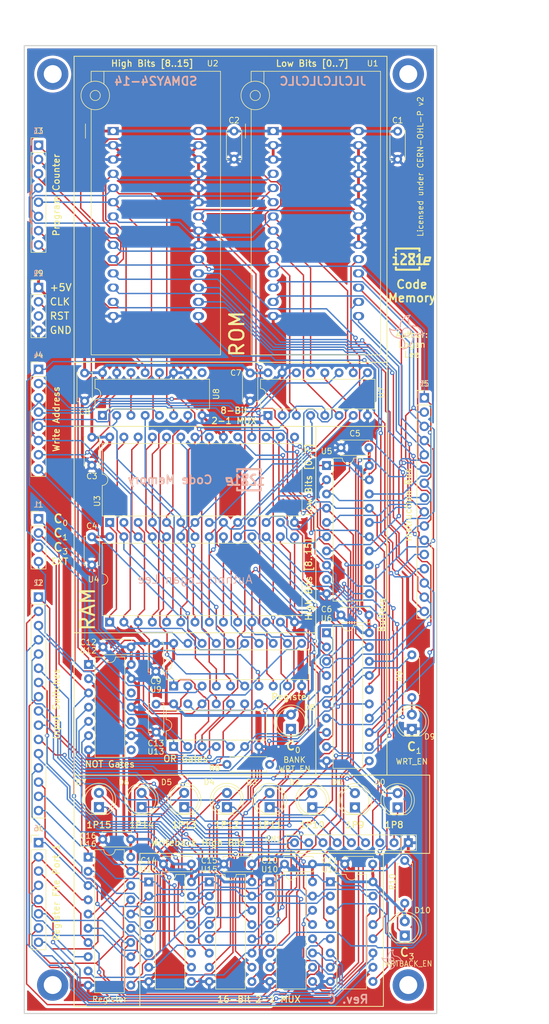
<source format=kicad_pcb>
(kicad_pcb (version 20211014) (generator pcbnew)
  (title_block (title "i281e Code Memory") (date "2024-05-04") (rev "C") (company "i281e Development Group") (comment 1 "Licensed under CERN-OHL-P v2") (comment 2 "Copyright i281e Development Group"))
  (layers (0 "F.Cu" signal) (31 "B.Cu" signal) (34 "B.Paste" user) (35 "F.Paste" user) (36 "B.SilkS" user "B.Silkscreen") (37 "F.SilkS" user "F.Silkscreen") (38 "B.Mask" user) (39 "F.Mask" user) (44 "Edge.Cuts" user))
  (net 0 "")
  (net 1 "+5V")
  (net 2 "GND")
  (net 3 "Net-(D0-Pad1)")
  (net 4 "Net-(D1-Pad1)")
  (net 5 "Net-(D2-Pad1)")
  (net 6 "Net-(D3-Pad1)")
  (net 7 "Net-(D4-Pad1)")
  (net 8 "Net-(D5-Pad1)")
  (net 9 "Net-(D6-Pad1)")
  (net 10 "Net-(D8-Pad1)")
  (net 11 "Net-(R9-Pad2)")
  (net 12 "Net-(D10-Pad1)")
  (net 13 "/*CMEM_BANK")
  (net 14 "/CMEM_WRITE")
  (net 15 "/EXTERN")
  (net 16 "/S0")
  (net 17 "/S1")
  (net 18 "/S2")
  (net 19 "/S3")
  (net 20 "/S4")
  (net 21 "/S5")
  (net 22 "/S6")
  (net 23 "/S7")
  (net 24 "/S8")
  (net 25 "/S9")
  (net 26 "/S10")
  (net 27 "/S11")
  (net 28 "/S12")
  (net 29 "/S13")
  (net 30 "/S14")
  (net 31 "/S15")
  (net 32 "/PC0")
  (net 33 "/PC1")
  (net 34 "/PC2")
  (net 35 "/PC3")
  (net 36 "/PC4")
  (net 37 "/PC5")
  (net 38 "/PC6")
  (net 39 "/PC7")
  (net 40 "/WA0")
  (net 41 "/WA1")
  (net 42 "/WA2")
  (net 43 "/WA3")
  (net 44 "/WA4")
  (net 45 "/WA5")
  (net 46 "/WA6")
  (net 47 "/WA7")
  (net 48 "/O0")
  (net 49 "/O1")
  (net 50 "/O2")
  (net 51 "/O3")
  (net 52 "/O4")
  (net 53 "/O5")
  (net 54 "/O6")
  (net 55 "/O7")
  (net 56 "/O8")
  (net 57 "/O9")
  (net 58 "/O10")
  (net 59 "/O11")
  (net 60 "/O12")
  (net 61 "/O13")
  (net 62 "/O14")
  (net 63 "/O15")
  (net 64 "/1P0")
  (net 65 "/1P1")
  (net 66 "/1P2")
  (net 67 "/1P3")
  (net 68 "/1P4")
  (net 69 "/1P5")
  (net 70 "/1P6")
  (net 71 "/1P7")
  (net 72 "/CLK")
  (net 74 "/*ROM_OE")
  (net 75 "/BA7")
  (net 76 "/BA5")
  (net 77 "/BA0")
  (net 78 "/CA6")
  (net 79 "/CA5")
  (net 80 "/CA4")
  (net 81 "/CA3")
  (net 82 "/CA2")
  (net 83 "/CA1")
  (net 84 "/CA0")
  (net 85 "/IA0")
  (net 86 "/IA1")
  (net 87 "/IA2")
  (net 88 "/IA3")
  (net 89 "/IA4")
  (net 90 "/IA5")
  (net 91 "/IA6")
  (net 92 "/IA7")
  (net 93 "/BA3")
  (net 94 "/*C_OE")
  (net 95 "/BA4")
  (net 96 "/BA2")
  (net 97 "/BA1")
  (net 98 "/BA6")
  (net 99 "/*C_WE")
  (net 100 "/IA8")
  (net 101 "/IA9")
  (net 102 "/IA10")
  (net 103 "/IA11")
  (net 104 "/IA12")
  (net 105 "/IA13")
  (net 106 "/IA14")
  (net 107 "/IA15")
  (net 108 "/*C_IE")
  (net 110 "Net-(U12-Pad2)")
  (net 111 "Net-(U12-Pad4)")
  (net 112 "Net-(U12-Pad6)")
  (net 116 "/D4")
  (net 117 "/D0")
  (net 118 "/D1")
  (net 119 "/D2")
  (net 120 "/D3")
  (net 121 "/D5")
  (net 122 "/D6")
  (net 123 "/D7")
  (net 124 "Net-(D7-Pad1)")
  (net 125 "/C3")
  (footprint "Package_DIP:DIP-16_W7.62mm" (layer "F.Cu") (at 116.245 205.105)
    (fp_text reference "U11")
    (fp_text value "74LS257")
  )
  (footprint "Resistor_THT:R_Axial_DIN0207_L6.3mm_D2.5mm_P7.62mm_Horizontal" (layer "F.Cu") (at 129.54 201.295 -90)
    (fp_text reference "R10")
    (fp_text value "330")
  )
  (footprint "Package_DIP:DIP-16_W7.62mm" (layer "F.Cu") (at 83.83 205.12)
    (fp_text reference "U14")
    (fp_text value "74LS257")
  )
  (footprint "MountingHole:MountingHole_3.2mm_M3_DIN965_Pad" (layer "F.Cu") (at 130.175 60.96)
    (fp_text reference "REF02")
    (fp_text value "MountingHole_3.2mm_M3_DIN965_Pad")
  )
  (footprint "Package_DIP:DIP-16_W7.62mm" (layer "F.Cu") (at 75.565 121.87 90)
    (fp_text reference "U8")
    (fp_text value "74LS257")
  )
  (footprint "Capacitor_THT:C_Disc_D5.0mm_W2.5mm_P5.00mm" (layer "F.Cu") (at 80.645 163.195 180)
    (fp_text reference "C12")
    (fp_text value "0.1 uF")
  )
  (footprint "LED_THT:LED_D5.0mm" (layer "F.Cu") (at 130.81 177.8 90)
    (fp_text reference "D9")
    (fp_text value "LED")
  )
  (footprint "Package_DIP:DIP-28_W15.24mm" (layer "F.Cu") (at 76.845 158.755 90)
    (fp_text reference "U4")
    (fp_text value "CY62256-70PC")
  )
  (footprint "Socket:DIP_Socket-28_W11.9_W12.7_W15.24_W17.78_W18.5_3M_228-1277-00-0602J" (layer "F.Cu") (at 106.045 71.125)
    (fp_text reference "U1")
    (fp_text value "27C256")
  )
  (footprint "MountingHole:MountingHole_3.2mm_M3_DIN965_Pad" (layer "F.Cu") (at 66.675 60.96)
    (fp_text reference "REF01")
    (fp_text value "MountingHole_3.2mm_M3_DIN965_Pad")
  )
  (footprint "Resistor_THT:R_Axial_DIN0207_L6.3mm_D2.5mm_P7.62mm_Horizontal" (layer "F.Cu") (at 130.81 164.592 -90)
    (fp_text reference "R9")
    (fp_text value "330")
  )
  (footprint "LED_THT:LED_D5.0mm" (layer "F.Cu") (at 128.27 191.825 90)
    (fp_text reference "D0")
    (fp_text value "LED")
  )
  (footprint "Capacitor_THT:C_Disc_D5.0mm_W2.5mm_P5.00mm" (layer "F.Cu") (at 85.14 173.395 -90)
    (fp_text reference "C13")
    (fp_text value "0.1 uF")
  )
  (footprint "Capacitor_THT:C_Disc_D5.0mm_W2.5mm_P5.00mm" (layer "F.Cu") (at 102.235 201.93 180)
    (fp_text reference "C15")
    (fp_text value "0.1 uF")
  )
  (footprint "Package_DIP:DIP-16_W7.62mm" (layer "F.Cu") (at 94.625 205.12)
    (fp_text reference "U15")
    (fp_text value "74LS257")
  )
  (footprint "Package_DIP:DIP-20_W7.62mm" (layer "F.Cu") (at 115.58 130.815)
    (fp_text reference "U5")
    (fp_text value "74LS244")
  )
  (footprint "Package_DIP:DIP-28_W15.24mm" (layer "F.Cu") (at 76.845 140.975 90)
    (fp_text reference "U3")
    (fp_text value "CY62256-70PC")
  )
  (footprint "Capacitor_THT:C_Disc_D5.0mm_W2.5mm_P5.00mm" (layer "F.Cu") (at 113.07 201.93 180)
    (fp_text reference "C10")
    (fp_text value "0.1 uF")
  )
  (footprint "Capacitor_THT:C_Disc_D5.0mm_W2.5mm_P5.00mm" (layer "F.Cu") (at 85.095 162.56 -90)
    (fp_text reference "C9")
    (fp_text value "0.1 uF")
  )
  (footprint "Capacitor_THT:C_Disc_D5.0mm_W2.5mm_P5.00mm" (layer "F.Cu") (at 101.9325 114.3 -90)
    (fp_text reference "C7")
    (fp_text value "0.1 uF")
  )
  (footprint "Package_DIP:DIP-16_W7.62mm" (layer "F.Cu") (at 105.45 205.105)
    (fp_text reference "U10")
    (fp_text value "74LS257")
  )
  (footprint "LED_THT:LED_D5.0mm" (layer "F.Cu") (at 113.03 191.815 90)
    (fp_text reference "D2")
    (fp_text value "LED")
  )
  (footprint "Package_DIP:DIP-20_W7.62mm" (layer "F.Cu") (at 72.995 200.69)
    (fp_text reference "U16")
    (fp_text value "74LS377")
  )
  (footprint "Capacitor_THT:C_Disc_D5.0mm_W2.5mm_P5.00mm" (layer "F.Cu") (at 73.66 125.77 -90)
    (fp_text reference "C3")
    (fp_text value "0.1 uF")
  )
  (footprint "LED_THT:LED_D5.0mm" (layer "F.Cu") (at 97.79 191.775 90)
    (fp_text reference "D4")
    (fp_text value "LED")
  )
  (footprint "Capacitor_THT:C_Disc_D5.0mm_W2.5mm_P5.00mm" (layer "F.Cu") (at 123.825 201.93 180)
    (fp_text reference "C11")
    (fp_text value "0.1 uF")
  )
  (footprint "MountingHole:MountingHole_3.2mm_M3_DIN965_Pad" (layer "F.Cu") (at 130.175 223.52)
    (fp_text reference "REF04")
    (fp_text value "MountingHole_3.2mm_M3_DIN965_Pad")
  )
  (footprint "Capacitor_THT:C_Disc_D5.0mm_W2.5mm_P5.00mm" (layer "F.Cu") (at 72.375 114.3 -90)
    (fp_text reference "C8")
    (fp_text value "0.1 uF")
  )
  (footprint "Capacitor_THT:C_Disc_D5.0mm_W2.5mm_P5.00mm" (layer "F.Cu") (at 73.66 143.55 -90)
    (fp_text reference "C4")
    (fp_text value "0.1 uF")
  )
  (footprint "Package_DIP:DIP-20_W7.62mm" (layer "F.Cu") (at 88.27 170.17 90)
    (fp_text reference "U9")
    (fp_text value "74LS377")
  )
  (footprint "Capacitor_THT:C_Disc_D5.0mm_W2.5mm_P5.00mm" (layer "F.Cu") (at 99.06 71.125 -90)
    (fp_text reference "C2")
    (fp_text value "0.1 uF")
  )
  (footprint "Capacitor_THT:C_Disc_D5.0mm_W2.5mm_P5.00mm" (layer "F.Cu") (at 123.15 157.48 180)
    (fp_text reference "C6")
    (fp_text value "0.1 uF")
  )
  (footprint "LED_THT:LED_D5.0mm" (layer "F.Cu") (at 109.22 177.805 90)
    (fp_text reference "D8")
    (fp_text value "LED")
  )
  (footprint "LED_THT:LED_D5.0mm" (layer "F.Cu") (at 105.41 191.78 90)
    (fp_text reference "D3")
    (fp_text value "LED")
  )
  (footprint "Symbol:i281e_logo" (layer "F.Cu") (at 130.81 93.98)
    (fp_text reference "G001" hide)
    (fp_text value "LOGO" hide)
  )
  (footprint "Capacitor_THT:C_Disc_D5.0mm_W2.5mm_P5.00mm" (layer "F.Cu") (at 80.605 197.505 180)
    (fp_text reference "C16")
    (fp_text value "0.1 uF")
  )
  (footprint "Socket:DIP_Socket-28_W11.9_W12.7_W15.24_W17.78_W18.5_3M_228-1277-00-0602J" (layer "F.Cu") (at 77.47 71.125)
    (fp_text reference "U2")
    (fp_text value "27C256")
  )
  (footprint "Capacitor_THT:C_Disc_D5.0mm_W2.5mm_P5.00mm" (layer "F.Cu") (at 91.44 201.93 180)
    (fp_text reference "C14")
    (fp_text value "0.1 uF")
  )
  (footprint "Resistor_THT:R_Axial_DIN0207_L6.3mm_D2.5mm_P7.62mm_Horizontal" (layer "F.Cu") (at 97.79 184.15)
    (fp_text reference "R8")
    (fp_text value "330")
  )
  (footprint "LED_THT:LED_D5.0mm" (layer "F.Cu") (at 120.65 191.82 90)
    (fp_text reference "D1")
    (fp_text value "LED")
  )
  (footprint "MountingHole:MountingHole_3.2mm_M3_DIN965_Pad" (layer "F.Cu") (at 66.675 223.52)
    (fp_text reference "REF03")
    (fp_text value "MountingHole_3.2mm_M3_DIN965_Pad")
  )
  (footprint "LED_THT:LED_D5.0mm" (layer "F.Cu") (at 129.54 214.695 90)
    (fp_text reference "D10")
    (fp_text value "LED")
  )
  (footprint "LED_THT:LED_D5.0mm" (layer "F.Cu") (at 82.55 191.77 90)
    (fp_text reference "D6")
    (fp_text value "LED")
  )
  (footprint "LED_THT:LED_D5.0mm" (layer "F.Cu") (at 90.17 191.77 90)
    (fp_text reference "D5")
    (fp_text value "LED")
  )
  (footprint "Package_DIP:DIP-16_W7.62mm" (layer "F.Cu") (at 105.1075 121.88 90)
    (fp_text reference "U7")
    (fp_text value "74LS257")
  )
  (footprint "Capacitor_THT:C_Disc_D5.0mm_W2.5mm_P5.00mm" (layer "F.Cu") (at 123.15 127.635 180)
    (fp_text reference "C5")
    (fp_text value "0.1 uF")
  )
  (footprint "Package_DIP:DIP-14_W7.62mm" (layer "F.Cu") (at 73.075 166.315)
    (fp_text reference "U12")
    (fp_text value "74LS04")
  )
  (footprint "Resistor_THT:R_Array_SIP9" (layer "F.Cu") (at 130.175 198.12 180)
    (fp_text reference "RN1")
    (fp_text value "R_Network08")
  )
  (footprint "Package_DIP:DIP-20_W7.62mm" (layer "F.Cu") (at 115.58 160.66)
    (fp_text reference "U6")
    (fp_text value "74LS244")
  )
  (footprint "Capacitor_THT:C_Disc_D5.0mm_W2.5mm_P5.00mm" (layer "F.Cu") (at 128.27 71.16 -90)
    (fp_text reference "C1")
    (fp_text value "0.1 uF")
  )
  (footprint "LED_THT:LED_D5.0mm" (layer "F.Cu") (at 74.93 191.77 90)
    (fp_text reference "D7")
    (fp_text value "LED")
  )
  (footprint "Package_DIP:DIP-14_W7.62mm" (layer "F.Cu") (at 88.26 180.965 90)
    (fp_text reference "U13")
    (fp_text value "74LS32")
  )
  (footprint "Connector_PinHeader_2.54mm:PinHeader_1x16_P2.54mm_Vertical" (layer "B.Cu") (at 133.0325 118.745 180)
    (fp_text reference "J5")
    (fp_text value "Conn_01x16_Male")
  )
  (footprint "Connector_PinHeader_2.54mm:PinHeader_1x08_P2.54mm_Vertical" (layer "B.Cu") (at 64.135 113.65 180)
    (fp_text reference "J4")
    (fp_text value "Conn_01x08_Male")
  )
  (footprint "Symbol:i281e_logo" (layer "B.Cu") (at 100.965 133.35 180)
    (fp_text reference "G002" hide)
    (fp_text value "LOGO" hide)
  )
  (footprint "Connector_PinHeader_2.54mm:PinHeader_1x04_P2.54mm_Vertical" (layer "B.Cu") (at 64.135 99.045 180)
    (fp_text reference "J9")
    (fp_text value "Conn_01x04_Male")
  )
  (footprint "Connector_PinHeader_2.54mm:PinHeader_1x04_P2.54mm_Vertical" (layer "B.Cu") (at 64.135 140.32 180)
    (fp_text reference "J1")
    (fp_text value "Conn_01x04_Male")
  )
  (footprint "Connector_PinHeader_2.54mm:PinHeader_1x08_P2.54mm_Vertical" (layer "B.Cu") (at 64.135 198.105 180)
    (fp_text reference "J6")
    (fp_text value "Conn_01x08_Male")
  )
  (footprint "Connector_PinHeader_2.54mm:PinHeader_1x08_P2.54mm_Vertical" (layer "B.Cu") (at 64.135 73.66 180)
    (fp_text reference "J3")
    (fp_text value "Conn_01x08_Male")
  )
  (footprint "Connector_PinHeader_2.54mm:PinHeader_1x16_P2.54mm_Vertical" (layer "B.Cu") (at 64.135 154.29 180)
    (fp_text reference "J2")
    (fp_text value "Conn_01x16_Male")
  )
  (gr_circle (center 127.230629 218.980723) (end 126.913129 218.821973) (layer "B.SilkS") (width 0.15) (fill none))
  (gr_arc (start 130.96875 107.95) (mid 130.511658 109.333899) (end 129.2225 110.01375) (layer "B.SilkS") (width 0.2))
  (gr_arc (start 127.865629 219.456973) (mid 127.615743 220.26176) (end 126.913129 220.726973) (layer "B.SilkS") (width 0.1524))
  (gr_arc (start 127.865629 219.456973) (mid 128.38816 219.145962) (end 128.976879 219.298223) (layer "B.SilkS") (width 0.1524))
  (gr_arc (start 128.905 108.10875) (mid 129.529062 108.983682) (end 129.2225 110.01375) (layer "B.SilkS") (width 0.2))
  (gr_arc (start 130.81 105.88625) (mid 132.193899 106.343342) (end 132.87375 107.6325) (layer "B.SilkS") (width 0.2))
  (gr_arc (start 128.74625 106.045) (mid 127.87129 106.669088) (end 126.84125 106.3625) (layer "B.SilkS") (width 0.2))
  (gr_arc (start 130.96875 107.95) (mid 131.84368 107.325886) (end 132.87375 107.6325) (layer "B.SilkS") (width 0.2))
  (gr_circle (center 129.8575 106.9975) (end 129.115334 106.962444) (layer "B.SilkS") (width 0.15) (fill none))
  (gr_arc (start 127.706879 218.345723) (mid 128.511595 218.595691) (end 128.976879 219.298223) (layer "B.SilkS") (width 0.1524))
  (gr_arc (start 126.595629 218.504473) (mid 126.073104 218.815482) (end 125.484379 218.663223) (layer "B.SilkS") (width 0.1524))
  (gr_arc (start 126.754379 219.615723) (mid 127.065387 220.138267) (end 126.913129 220.726973) (layer "B.SilkS") (width 0.1524))
  (gr_arc (start 130.81 105.88625) (mid 130.185938 105.011318) (end 130.4925 103.98125) (layer "B.SilkS") (width 0.2))
  (gr_arc (start 126.754379 219.615723) (mid 125.949659 219.365772) (end 125.484379 218.663223) (layer "B.SilkS") (width 0.1524))
  (gr_arc (start 126.595629 218.504473) (mid 126.845532 217.699704) (end 127.548129 217.234473) (layer "B.SilkS") (width 0.1524))
  (gr_arc (start 128.905 108.10875) (mid 127.521101 107.651658) (end 126.84125 106.3625) (layer "B.SilkS") (width 0.2))
  (gr_arc (start 128.74625 106.045) (mid 129.203342 104.661101) (end 130.4925 103.98125) (layer "B.SilkS") (width 0.2))
  (gr_arc (start 127.706879 218.345723) (mid 127.395917 217.823188) (end 127.548129 217.234473) (layer "B.SilkS") (width 0.1524))
  (gr_line (start 126.365 112.4) (end 126.365 123.83) (layer "F.SilkS") (width 0.1524))
  (gr_line (start 125.73 227.33) (end 125.73 200.025) (layer "F.SilkS") (width 0.1524))
  (gr_line (start 70.485 112.385277) (end 70.485 123.83) (layer "F.SilkS") (width 0.1524))
  (gr_line (start 70.485 186.055) (end 70.485 160.655) (layer "F.SilkS") (width 0.1524))
  (gr_poly (pts (xy 113.675 160.66) (xy 71.765 160.66) (xy 71.755 160.655) (xy 70.485 160.655) (xy 70.485 151.13) (xy 70.485 151.129767) (xy 70.485 123.83) (xy 113.675 123.83)) (layer "F.SilkS") (width 0.1524) (fill none))
  (gr_poly (pts (xy 126.365 67.95) (xy 126.365 78.105) (xy 126.365 88.265) (xy 126.365 112.4) (xy 70.485 112.385277) (xy 70.485 108.585) (xy 70.485 71.755) (xy 70.485 57.785) (xy 126.365 57.79)) (layer "F.SilkS") (width 0.1524) (fill none))
  (gr_poly (pts (xy 133.985 200.025) (xy 107.315 200.025) (xy 106.045 200.025) (xy 85.725 200.025) (xy 82.2325 200.025) (xy 82.2325 225.425) (xy 82.240091 225.425) (xy 82.2325 227.33) (xy 70.485 227.33) (xy 70.485 219.71) (xy 70.485 212.09) (xy 70.485 196.215) (xy 70.485 186.055) (xy 133.985 186.055)) (layer "F.SilkS") (width 0.1524) (fill none))
  (gr_poly (pts (xy 126.365 155.575) (xy 126.365 166.0525) (xy 126.365 186.055) (xy 113.675 186.055) (xy 113.665 172.72) (xy 113.675 123.83) (xy 126.365 123.83)) (layer "F.SilkS") (width 0.1524) (fill none))
  (gr_line (start 82.2325 227.33) (end 125.73 227.33) (layer "F.SilkS") (width 0.1524))
  (gr_rect (start 61.595 55.88) (end 135.255 228.6) (layer "Edge.Cuts") (width 0.2) (fill none))
  (gr_text "SDMAY24-14" (at 85.09 62.23) (layer "B.SilkS") (effects (font (size 1.5 1.5) (thickness 0.3)) (justify mirror)))
  (gr_text "Code Memory" (at 87.63 133.35) (layer "B.SilkS") (effects (font (size 1.5 1.5) (thickness 0.3)) (justify mirror)))
  (gr_text "JLCJLCJLCJLC" (at 114.935 62.23) (layer "B.SilkS") (effects (font (size 1.5 1.5) (thickness 0.3)) (justify mirror)))
  (gr_text "Rev. C" (at 119.38 226.06) (layer "B.SilkS") (effects (font (size 1.5 1.5) (thickness 0.3)) (justify mirror)))
  (gr_text "Author: Logan Lee" (at 92.075 151.13) (layer "B.SilkS") (effects (font (size 1.5 1.5) (thickness 0.1778)) (justify mirror)))
  (gr_text "1P12\n" (at 97.79 194.945) (layer "F.SilkS") (effects (font (size 1.143 1.143) (thickness 0.2032))))
  (gr_text "C" (at 66.675 140.32) (layer "F.SilkS") (effects (font (size 1.5 1.5) (thickness 0.3)) (justify left)))
  (gr_text "High Bits [8..15]" (at 84.455 59.06) (layer "F.SilkS") (effects (font (size 1.143 1.143) (thickness 0.2032))))
  (gr_text "Register File Port 1" (at 67.31 206.98 90) (layer "F.SilkS") (effects (font (size 1.143 1.143) (thickness 0.2032))))
  (gr_text "1P11" (at 105.41 194.945) (layer "F.SilkS") (effects (font (size 1.143 1.143) (thickness 0.2032))))
  (gr_text "1P10" (at 113.03 194.945) (layer "F.SilkS") (effects (font (size 1.143 1.143) (thickness 0.2032))))
  (gr_text "1\n" (at 131.445 181.737) (layer "F.SilkS") (effects (font (size 1 1) (thickness 0.153)) (justify left)))
  (gr_text "J3" (at 64.135 71.105) (layer "F.SilkS") (effects (font (size 1.016 1.016) (thickness 0.1524))))
  (gr_text "C" (at 128.524 217.678) (layer "F.SilkS") (effects (font (size 1.5 1.5) (thickness 0.3)) (justify left)))
  (gr_text "C" (at 129.794 180.975) (layer "F.SilkS") (effects (font (size 1.5 1.5) (thickness 0.3)) (justify left)))
  (gr_text "J5" (at 133.0325 116.205) (layer "F.SilkS") (effects (font (size 1.016 1.016) (thickness 0.1524))))
  (gr_text "Instruction Bus\n" (at 130.175 137.795 90) (layer "F.SilkS") (effects (font (size 1.143 1.143) (thickness 0.2032))))
  (gr_text "Buffers" (at 125.476 157.48 90) (layer "F.SilkS") (effects (font (size 1.143 1.143) (thickness 0.2032))))
  (gr_text "0" (at 109.855 181.61) (layer "F.SilkS") (effects (font (size 1 1) (thickness 0.153)) (justify left)))
  (gr_text "+5V" (at 66.04 99.045) (layer "F.SilkS") (effects (font (size 1.27 1.27) (thickness 0.2032)) (justify left)))
  (gr_text "OR Gates" (at 90.424 183.134) (layer "F.SilkS") (effects (font (size 1.143 1.143) (thickness 0.2032))))
  (gr_text "EXT" (at 67.945 147.94) (layer "F.SilkS") (effects (font (size 1.143 1.143) (thickness 0.2032))))
  (gr_text "1P13" (at 90.17 194.945) (layer "F.SilkS") (effects (font (size 1.143 1.143) (thickness 0.2032))))
  (gr_text "C" (at 66.675 142.86) (layer "F.SilkS") (effects (font (size 1.5 1.5) (thickness 0.3)) (justify left)))
  (gr_text "ROM" (at 99.568 107.315 90) (layer "F.SilkS") (effects (font (size 2.54 2.54) (thickness 0.381))))
  (gr_text "High Bits [8..15]" (at 112.395 151.13 90) (layer "F.SilkS") (effects (font (size 1.143 1.143) (thickness 0.2032))))
  (gr_text "Low Bits [0..7]" (at 113.03 59.055) (layer "F.SilkS") (effects (font (size 1.143 1.143) (thickness 0.2032))))
  (gr_text "Licensed under CERN-OHL-P v2" (at 132.334 77.47 90) (layer "F.SilkS") (effects (font (size 1 1))))
  (gr_text "Code\nMemory" (at 130.81 99.695) (layer "F.SilkS") (effects (font (size 1.5 1.5) (thickness 0.3))))
  (gr_text "Low Bits [0..7]" (at 112.395 133.35 90) (layer "F.SilkS") (effects (font (size 1.143 1.143) (thickness 0.2032))))
  (gr_text "Author:\nLogan\nLee" (at 130.81 109.22) (layer "F.SilkS") (effects (font (size 1.09982 1.09982) (thickness 0.1778))))
  (gr_text "16-Bit 2-1 MUX" (at 103.505 226.06) (layer "F.SilkS") (effects (font (size 1.143 1.143) (thickness 0.2032))))
  (gr_text "Writeback High Bits\n" (at 92.71 198.12) (layer "F.SilkS") (effects (font (size 1.143 1.143) (thickness 0.2032))))
  (gr_text "WRT_EN\n" (at 130.81 183.642) (layer "F.SilkS") (effects (font (size 1.016 1.016) (thickness 0.1524))))
  (gr_text "J1" (at 64.135 137.78) (layer "F.SilkS") (effects (font (size 1.016 1.016) (thickness 0.1524))))
  (gr_text "WRTBACK_EN" (at 130.175 219.71) (layer "F.SilkS") (effects (font (size 1 0.9) (thickness 0.125))))
  (gr_text "NOT Gates" (at 76.875 184.1) (layer "F.SilkS") (effects (font (size 1.143 1.143) (thickness 0.2032))))
  (gr_text "CLK" (at 66.04 101.585) (layer "F.SilkS") (effects (font (size 1.27 1.27) (thickness 0.2032)) (justify left)))
  (gr_text "J2" (at 64.135 151.75) (layer "F.SilkS") (effects (font (size 1.016 1.016) (thickness 0.1524))))
  (gr_text "1P8" (at 127.635 194.94) (layer "F.SilkS") (effects (font (size 1.143 1.143) (thickness 0.2032))))
  (gr_text "1P15" (at 74.93 194.945) (layer "F.SilkS") (effects (font (size 1.143 1.143) (thickness 0.2032))))
  (gr_text "J6" (at 64.135 195.565) (layer "F.SilkS") (effects (font (size 1.016 1.016) (thickness 0.1524))))
  (gr_text "8-Bit\n2-1 MUX" (at 99.06 121.92) (layer "F.SilkS") (effects (font (size 1.143 1.143) (thickness 0.2032))))
  (gr_text "J9" (at 64.135 96.505) (layer "F.SilkS") (effects (font (size 1.016 1.016) (thickness 0.1524))))
  (gr_text "3" (at 68.326 146.162) (layer "F.SilkS") (effects (font (size 1 1) (thickness 0.153)) (justify left)))
  (gr_text "J4" (at 64.135 111.11) (layer "F.SilkS") (effects (font (size 1.016 1.016) (thickness 0.1524))))
  (gr_text "1\n" (at 68.326 143.622) (layer "F.SilkS") (effects (font (size 1 1) (thickness 0.153)) (justify left)))
  (gr_text "3" (at 130.175 218.44) (layer "F.SilkS") (effects (font (size 1 1) (thickness 0.153)) (justify left)))
  (gr_text "Write Address" (at 67.31 122.525 90) (layer "F.SilkS") (effects (font (size 1.143 1.143) (thickness 0.2032))))
  (gr_text "Input Switches" (at 67.31 173.34 90) (layer "F.SilkS") (effects (font (size 1.143 1.143) (thickness 0.2032))))
  (gr_text "BANK\nWRT_EN" (at 109.855 184.15) (layer "F.SilkS") (effects (font (size 1.016 1.016) (thickness 0.1524))))
  (gr_text "RST" (at 66.04 104.125) (layer "F.SilkS") (effects (font (size 1.27 1.27) (thickness 0.2032)) (justify left)))
  (gr_text "C" (at 108.204 180.848) (layer "F.SilkS") (effects (font (size 1.5 1.5) (thickness 0.3)) (justify left)))
  (gr_text "1P9" (at 120.65 194.945) (layer "F.SilkS") (effects (font (size 1.143 1.143) (thickness 0.2032))))
  (gr_text "0" (at 68.326 141.082) (layer "F.SilkS") (effects (font (size 1 1) (thickness 0.153)) (justify left)))
  (gr_text "C" (at 66.675 145.4) (layer "F.SilkS") (effects (font (size 1.5 1.5) (thickness 0.3)) (justify left)))
  (gr_text "Register" (at 76.835 226.06) (layer "F.SilkS") (effects (font (size 1.016 1.016) (thickness 0.1524))))
  (gr_text "Register" (at 109.22 172.085) (layer "F.SilkS") (effects (font (size 1.143 1.143) (thickness 0.2032))))
  (gr_text "Program Counter\n" (at 67.31 82.535 90) (layer "F.SilkS") (effects (font (size 1.143 1.143) (thickness 0.2032))))
  (gr_text "1P14" (at 82.55 194.945) (layer "F.SilkS") (effects (font (size 1.143 1.143) (thickness 0.2032))))
  (gr_text "RAM" (at 72.898 156.464 90) (layer "F.SilkS") (effects (font (size 2.54 2.54) (thickness 0.381))))
  (gr_text "GND" (at 66.04 106.665) (layer "F.SilkS") (effects (font (size 1.27 1.27) (thickness 0.2032)) (justify left)))
  (segment (start 75.565 114.25) (end 75.565 115.5519) (width 0.5) (layer "F.Cu") (net 1))
  (segment (start 64.135 99.045) (end 64.135 97.6931) (width 0.5) (layer "F.Cu") (net 1))
  (segment (start 80.695 163.245) (end 80.645 163.195) (width 0.5) (layer "F.Cu") (net 1))
  (segment (start 102.235 203.8081) (end 102.235 201.93) (width 0.5) (layer "F.Cu") (net 1))
  (segment (start 91.44 201.93) (end 91.45 201.94) (width 0.5) (layer "F.Cu") (net 1))
  (segment (start 86.9524 173.345) (end 85.19 173.345) (width 0.5) (layer "F.Cu") (net 1))
  (segment (start 76.845 125.735) (end 76.845 127.0369) (width 0.5) (layer "F.Cu") (net 1))
  (segment (start 75.5081 143.55) (end 75.5431 143.515) (width 0.5) (layer "F.Cu") (net 1))
  (segment (start 123.15 127.635) (end 123.2 127.685) (width 0.5) (layer "F.Cu") (net 1))
  (segment (start 113.07 201.93) (end 113.07 205.105) (width 0.5) (layer "F.Cu") (net 1))
  (segment (start 79.3766 167.6334) (end 79.3766 196.2766) (width 0.5) (layer "F.Cu") (net 1))
  (segment (start 88.27 162.55) (end 88.27 163.8519) (width 0.5) (layer "F.Cu") (net 1))
  (segment (start 102.245 205.12) (end 102.245 203.8181) (width 0.5) (layer "F.Cu") (net 1))
  (segment (start 80.695 166.315) (end 80.695 163.245) (width 0.5) (layer "F.Cu") (net 1))
  (segment (start 91.45 201.94) (end 91.45 205.12) (width 0.5) (layer "F.Cu") (net 1))
  (segment (start 88.26 173.345) (end 86.9524 173.345) (width 0.5) (layer "F.Cu") (net 1))
  (segment (start 79.3766 196.2766) (end 80.605 197.505) (width 0.5) (layer "F.Cu") (net 1))
  (segment (start 76.845 143.515) (end 75.5431 143.515) (width 0.5) (layer "F.Cu") (net 1))
  (segment (start 123.2 127.685) (end 123.2 130.815) (width 0.5) (layer "F.Cu") (net 1))
  (segment (start 121.8805 132.1345) (end 123.2 130.815) (width 0.5) (layer "F.Cu") (net 1))
  (segment (start 80.695 166.315) (end 79.3766 167.6334) (width 0.5) (layer "F.Cu") (net 1))
  (segment (start 64.135 97.6931) (end 62.7831 96.3412) (width 0.5) (layer "F.Cu") (net 1))
  (segment (start 75.565 117.998) (end 73.66 119.903) (width 0.5) (layer "F.Cu") (net 1))
  (segment (start 123.865 205.105) (end 123.865 203.8031) (width 0.5) (layer "F.Cu") (net 1))
  (segment (start 80.605 199.3781) (end 80.615 199.3881) (width 0.5) (layer "F.Cu") (net 1))
  (segment (start 123.2 159.3581) (end 123.15 159.3081) (width 0.5) (layer "F.Cu") (net 1))
  (segment (start 64.2405 71.125) (end 77.47 71.125) (width 0.5) (layer "F.Cu") (net 1))
  (segment (start 80.605 197.505) (end 80.605 199.3781) (width 0.5) (layer "F.Cu") (net 1))
  (segment (start 75.5431 143.515) (end 75.5431 128.3388) (width 0.5) (layer "F.Cu") (net 1))
  (segment (start 123.825 203.7631) (end 123.825 201.93) (width 0.5) (layer "F.Cu") (net 1))
  (segment (start 86.9524 166.6779) (end 88.27 165.3603) (width 0.5) (layer "F.Cu") (net 1))
  (segment (start 88.27 165.3603) (end 88.27 163.8519) (width 0.5) (layer "F.Cu") (net 1))
  (segment (start 75.565 115.5519) (end 75.565 117.998) (width 0.5) (layer "F.Cu") (net 1))
  (segment (start 123.865 203.8031) (end 123.825 203.7631) (width 0.5) (layer "F.Cu") (net 1))
  (segment (start 72.375 107.285) (end 72.375 114.3) (width 0.5) (layer "F.Cu") (net 1))
  (segment (start 62.7831 96.3412) (end 62.7831 72.5824) (width 0.5) (layer "F.Cu") (net 1))
  (segment (start 64.135 99.045) (end 72.375 107.285) (width 0.5) (layer "F.Cu") (net 1))
  (segment (start 123.15 159.3081) (end 123.15 157.48) (width 0.5) (layer "F.Cu") (net 1))
  (segment (start 73.66 143.55) (end 75.5081 143.55) (width 0.5) (layer "F.Cu") (net 1))
  (segment (start 102.245 203.8181) (end 102.235 203.8081) (width 0.5) (layer "F.Cu") (net 1))
  (segment (start 73.66 119.903) (end 73.66 125.77) (width 0.5) (layer "F.Cu") (net 1))
  (segment (start 123.15 157.4076) (end 121.8805 156.1381) (width 0.5) (layer "F.Cu") (net 1))
  (segment (start 85.19 173.345) (end 85.14 173.395) (width 0.5) (layer "F.Cu") (net 1))
  (segment (start 80.615 200.69) (end 80.615 199.3881) (width 0.5) (layer "F.Cu") (net 1))
  (segment (start 62.7831 72.5824) (end 64.2405 71.125) (width 0.5) (layer "F.Cu") (net 1))
  (segment (start 75.5431 128.3388) (end 76.845 127.0369) (width 0.5) (layer "F.Cu") (net 1))
  (segment (start 86.9524 173.345) (end 86.9524 166.6779) (width 0.5) (layer "F.Cu") (net 1))
  (segment (start 123.2 160.66) (end 123.2 159.3581) (width 0.5) (layer "F.Cu") (net 1))
  (segment (start 121.8805 156.1381) (end 121.8805 132.1345) (width 0.5) (layer "F.Cu") (net 1))
  (segment (start 123.15 157.48) (end 123.15 157.4076) (width 0.5) (layer "F.Cu") (net 1))
  (segment (start 95.9705 203.8181) (end 97.2724 205.12) (width 0.5) (layer "B.Cu") (net 1))
  (segment (start 114.233 161.6374) (end 114.233 159.6812) (width 0.5) (layer "B.Cu") (net 1))
  (segment (start 78.9753 163.195) (end 75.5007 159.7204) (width 0.5) (layer "B.Cu") (net 1))
  (segment (start 80.645 163.195) (end 81.29 162.55) (width 0.5) (layer "B.Cu") (net 1))
  (segment (start 80.645 163.195) (end 78.9753 163.195) (width 0.5) (layer "B.Cu") (net 1))
  (segment (start 114.2726 162.6112) (end 114.3661 162.5177) (width 0.5) (layer "B.Cu") (net 1))
  (segment (start 129.54 210.78) (end 129.54 212.155) (width 0.5) (layer "B.Cu") (net 1))
  (segment (start 113.03 170.815) (end 113.03 165.7793) (width 0.5) (layer "B.Cu") (net 1))
  (segment (start 113.07 202.0512) (end 115.994 202.0512) (width 0.5) (layer "B.Cu") (net 1))
  (segment (start 122.8219 71.16) (end 122.7869 71.125) (width 0.5) (layer "B.Cu") (net 1))
  (segment (start 122.036 71.125) (end 122.7869 71.125) (width 0.5) (layer "B.Cu") (net 1))
  (segment (start 121.285 71.125) (end 106.045 71.125) (width 0.5) (layer "B.Cu") (net 1))
  (segment (start 77.47 71.125) (end 92.71 71.125) (width 0.5) (layer "B.Cu") (net 1))
  (segment (start 92.7519 203.8181) (end 95.9705 203.8181) (width 0.5) (layer "B.Cu") (net 1))
  (segment (start 122.036 71.125) (end 121.285 71.125) (width 0.5) (layer "B.Cu") (net 1))
  (segment (start 111.1095 202.3901) (end 112.7311 202.3901) (width 0.5) (layer "B.Cu") (net 1))
  (segment (start 97.2724 205.12) (end 102.245 205.12) (width 0.5) (layer "B.Cu") (net 1))
  (segment (start 73.66 125.77) (end 75.5081 125.77) (width 0.5) (layer "B.Cu") (net 1))
  (segment (start 112.7311 202.3901) (end 113.07 202.0512) (width 0.5) (layer "B.Cu") (net 1))
  (segment (start 80.605 197.505) (end 83.8561 197.505) (width 0.5) (layer "B.Cu") (net 1))
  (segment (start 121.8981 160.66) (end 123.2 160.66) (width 0.5) (layer "B.Cu") (net 1))
  (segment (start 105.1075 114.26) (end 103.8056 114.26) (width 0.5) (layer "B.Cu") (net 1))
  (segment (start 72.425 114.25) (end 74.9141 114.25) (width 0.5) (layer "B.Cu") (net 1))
  (segment (start 103.8056 114.26) (end 103.7656 114.3) (width 0.5) (layer "B.Cu") (net 1))
  (segment (start 103.5486 200.6164) (end 109.3358 200.6164) (width 0.5) (layer "B.Cu") (net 1))
  (segment (start 115.994 202.0512) (end 119.0478 205.105) (width 0.5) (layer "B.Cu") (net 1))
  (segment (start 75.5081 125.77) (end 75.5431 125.735) (width 0.5) (layer "B.Cu") (net 1))
  (segment (start 99.06 71.125) (end 106.045 71.125) (width 0.5) (layer "B.Cu") (net 1))
  (segment (start 109.22 175.26) (end 110.49 173.99) (width 0.5) (layer "B.Cu") (net 1))
  (segment (start 114.3661 162.5177) (end 114.3661 161.7705) (width 0.5) (layer "B.Cu") (net 1))
  (segment (start 72.375 114.3) (end 72.425 114.25) (width 0.5) (layer "B.Cu") (net 1))
  (segment (start 113.03 165.7793) (end 114.2726 164.5367) (width 0.5) (layer "B.Cu") (net 1))
  (segment (start 83.8561 197.505) (end 88.2811 201.93) (width 0.5) (layer "B.Cu") (net 1))
  (segment (start 74.9141 114.25) (end 76.2389 112.9252) (width 0.5) (layer "B.Cu") (net 1))
  (segment (start 123.865 205.105) (end 129.54 210.78) (width 0.5) (layer "B.Cu") (net 1))
  (segment (start 109.3358 200.6164) (end 111.1095 202.3901) (width 0.5) (layer "B.Cu") (net 1))
  (segment (start 75.5007 159.7204) (end 75.5007 145.3907) (width 0.5) (layer "B.Cu") (net 1))
  (segment (start 109.22 175.265) (end 109.22 175.26) (width 0.5) (layer "B.Cu") (net 1))
  (segment (start 103.7656 114.3) (end 101.9325 114.3) (width 0.5) (layer "B.Cu") (net 1))
  (segment (start 110.49 173.99) (end 110.49 173.355) (width 0.5) (layer "B.Cu") (net 1))
  (segment (start 100.5577 112.9252) (end 101.9325 114.3) (width 0.5) (layer "B.Cu") (net 1))
  (segment (start 119.0478 205.105) (end 123.865 205.105) (width 0.5) (layer "B.Cu") (net 1))
  (segment (start 76.845 125.735) (end 75.5431 125.735) (width 0.5) (layer "B.Cu") (net 1))
  (segment (start 75.5007 145.3907) (end 73.66 143.55) (width 0.5) (layer "B.Cu") (net 1))
  (segment (start 75.565 114.25) (end 74.9141 114.25) (width 0.5) (layer "B.Cu") (net 1))
  (segment (start 114.233 159.6812) (end 114.5561 159.3581) (width 0.5) (layer "B.Cu") (net 1))
  (segment (start 102.235 201.93) (end 103.5486 200.6164) (width 0.5) (layer "B.Cu") (net 1))
  (segment (start 114.5561 159.3581) (end 120.5962 159.3581) (width 0.5) (layer "B.Cu") (net 1))
  (segment (start 90.3315 175.4165) (end 109.0685 175.4165) (width 0.5) (layer "B.Cu") (net 1))
  (segment (start 88.2811 201.93) (end 91.44 201.93) (width 0.5) (layer "B.Cu") (net 1))
  (segment (start 120.5962 159.3581) (end 121.8981 160.66) (width 0.5) (layer "B.Cu") (net 1))
  (segment (start 91.45 205.12) (end 92.7519 203.8181) (width 0.5) (layer "B.Cu") (net 1))
  (segment (start 88.26 173.345) (end 90.3315 175.4165) (width 0.5) (layer "B.Cu") (net 1))
  (segment (start 114.2726 164.5367) (end 114.2726 162.6112) (width 0.5) (layer "B.Cu") (net 1))
  (segment (start 109.0685 175.4165) (end 109.22 175.265) (width 0.5) (layer "B.Cu") (net 1))
  (segment (start 114.3661 161.7705) (end 114.233 161.6374) (width 0.5) (layer "B.Cu") (net 1))
  (segment (start 81.29 162.55) (end 88.27 162.55) (width 0.5) (layer "B.Cu") (net 1))
  (segment (start 110.49 173.355) (end 113.03 170.815) (width 0.5) (layer "B.Cu") (net 1))
  (segment (start 113.07 202.0512) (end 113.07 201.93) (width 0.5) (layer "B.Cu") (net 1))
  (segment (start 128.27 71.16) (end 122.8219 71.16) (width 0.5) (layer "B.Cu") (net 1))
  (segment (start 76.2389 112.9252) (end 100.5577 112.9252) (width 0.5) (layer "B.Cu") (net 1))
  (segment (start 92.71 71.125) (end 99.06 71.125) (width 0.5) (layer "B.Cu") (net 1))
  (segment (start 111.9187 150.0137) (end 115.58 153.675) (width 0.5) (layer "F.Cu") (net 2))
  (segment (start 77.5181 73.665) (end 78.8362 74.9831) (width 0.5) (layer "F.Cu") (net 2))
  (segment (start 101.9325 119.3) (end 101.9325 119.6825) (width 0.5) (layer "F.Cu") (net 2))
  (segment (start 93.345 118.0919) (end 93.345 121.87) (width 0.5) (layer "F.Cu") (net 2))
  (segment (start 92.71 81.285) (end 92.71 83.825) (width 0.5) (layer "F.Cu") (net 2))
  (segment (start 90.805 115.5519) (end 93.345 118.0919) (width 0.5) (layer "F.Cu") (net 2))
  (segment (start 77.47 112.3131) (end 78.105 112.9481) (width 0.5) (layer "F.Cu") (net 2))
  (segment (start 92.71 78.745) (end 92.71 77.4269) (width 0.5) (layer "F.Cu") (net 2))
  (segment (start 101.9325 119.6825) (end 97.165 124.45) (width 0.5) (layer "F.Cu") (net 2))
  (segment (start 86.4974 220.2326) (end 83.83 222.9) (width 0.5) (layer "F.Cu") (net 2))
  (segment (start 109.865 140.975) (end 111.9187 143.0287) (width 0.5) (layer "F.Cu") (net 2))
  (segment (start 93.345 121.87) (end 93.345 121.92) (width 0.5) (layer "F.Cu") (net 2))
  (segment (start 82.55 178.44845) (end 81.98345 179.015) (width 0.5) (layer "F.Cu") (net 2))
  (segment (start 73.66 130.77) (end 72.3581 132.0719) (width 0.5) (layer "F.Cu") (net 2))
  (segment (start 72.3581 132.0719) (end 72.3581 147.2481) (width 0.5) (layer "F.Cu") (net 2))
  (segment (start 92.71 76.205) (end 92.71 77.4269) (width 0.5) (layer "F.Cu") (net 2))
  (segment (start 106.045 76.205) (end 106.045 73.665) (width 0.5) (layer "F.Cu") (net 2))
  (segment (start 107.6475 106.9694) (end 106.045 105.3669) (width 0.5) (layer "F.Cu") (net 2))
  (segment (start 92.71 81.285) (end 92.71 78.745) (width 0.5) (layer "F.Cu") (net 2))
  (segment (start 121.285 88.905) (end 121.285 91.445) (width 0.5) (layer "F.Cu") (net 2))
  (segment (start 85.14 178.395) (end 82.6169 178.395) (width 0.5) (layer "F.Cu") (net 2))
  (segment (start 121.285 81.285) (end 121.285 83.825) (width 0.5) (layer "F.Cu") (net 2))
  (segment (start 82.6169 175.8569) (end 82.6169 178.395) (width 0.5) (layer "F.Cu") (net 2))
  (segment (start 92.71 91.445) (end 90.805 93.35) (width 0.5) (layer "F.Cu") (net 2))
  (segment (start 107.6475 114.26) (end 107.6475 106.9694) (width 0.5) (layer "F.Cu") (net 2))
  (segment (start 111.13 171.445) (end 109.22 173.355) (width 0.5) (layer "F.Cu") (net 2))
  (segment (start 71.9599 119.7151) (end 71.9599 129.0699) (width 0.5) (layer "F.Cu") (net 2))
  (segment (start 72.3581 147.2481) (end 73.66 148.55) (width 0.5) (layer "F.Cu") (net 2))
  (segment (start 91.44 74.9831) (end 91.44 74.935) (width 0.5) (layer "F.Cu") (net 2))
  (segment (start 118.825 201.93) (end 118.825 220.305) (width 0.5) (layer "F.Cu") (net 2))
  (segment (start 77.5181 76.205) (end 78.74 74.9831) (width 0.5) (layer "F.Cu") (net 2))
  (segment (start 73.075 194.975) (end 75.605 197.505) (width 0.5) (layer "F.Cu") (net 2))
  (segment (start 92.6619 76.205) (end 91.44 74.9831) (width 0.5) (layer "F.Cu") (net 2))
  (segment (start 90.805 114.25) (end 90.805 115.5519) (width 0.5) (layer "F.Cu") (net 2))
  (segment (start 77.47 76.205) (end 77.5181 76.205) (width 0.5) (layer "F.Cu") (net 2))
  (segment (start 77.47 104.145) (end 77.47 112.3131) (width 0.5) (layer "F.Cu") (net 2))
  (segment (start 108.46 173.355) (end 108.46 173.48) (width 0.5) (layer "F.Cu") (net 2))
  (segment (start 118.825 220.305) (end 116.245 222.885) (width 0.5) (layer "F.Cu") (net 2))
  (segment (start 106.045 104.145) (end 106.045 105.3669) (width 0.5) (layer "F.Cu") (net 2))
  (segment (start 111.13 170.17) (end 111.13 171.445) (width 0.5) (layer "F.Cu") (net 2))
  (segment (start 106.991051 174.948949) (end 106.991051 181.011756) (width 0.5) (layer "F.Cu") (net 2))
  (segment (start 121.285 73.665) (end 121.285 76.205) (width 0.5) (layer "F.Cu") (net 2))
  (segment (start 90.805 93.35) (end 90.805 114.25) (width 0.5) (layer "F.Cu") (net 2))
  (segment (start 86.44 201.93) (end 86.4974 201.9874) (width 0.5) (layer "F.Cu") (net 2))
  (segment (start 111.9187 143.0287) (end 111.9187 150.0137) (width 0.5) (layer "F.Cu") (net 2))
  (segment (start 92.71 76.205) (end 92.6619 76.205) (width 0.5) (layer "F.Cu") (net 2))
  (segment (start 73.66 148.55) (end 73.66 161.21) (width 0.5) (layer "F.Cu") (net 2))
  (segment (start 80.695 173.935) (end 82.6169 175.8569) (width 0.5) (layer "F.Cu") (net 2))
  (segment (start 92.71 88.905) (end 92.71 91.445) (width 0.5) (layer "F.Cu") (net 2))
  (segment (start 71.9599 129.0699) (end 73.66 130.77) (width 0.5) (layer "F.Cu") (net 2))
  (segment (start 81.98345 179.015) (end 80.695 179.015) (width 0.5) (layer "F.Cu") (net 2))
  (segment (start 78.105 114.25) (end 78.105 112.9481) (width 0.5) (layer "F.Cu") (net 2))
  (segment (start 93.345 121.92) (end 97.16 125.735) (width 0.5) (layer "F.Cu") (net 2))
  (segment (start 86.4974 201.9874) (end 86.4974 220.2326) (width 0.5) (layer "F.Cu") (net 2))
  (segment (start 108.46 173.48) (end 106.991051 174.948949) (width 0.5) (layer "F.Cu") (net 2))
  (segment (start 73.075 182.8569) (end 73.075 194.975) (width 0.5) (layer "F.Cu") (net 2))
  (segment (start 73.66 161.21) (end 75.645 163.195) (width 0.5) (layer "F.Cu") (net 2))
  (segment (start 97.165 124.45) (end 97.165 125.735) (width 0.5) (layer "F.Cu") (net 2))
  (segment (start 109.22 173.355) (end 108.46 173.355) (width 0.5) (layer "F.Cu") (net 2))
  (segment (start 78.8362 74.9831) (end 91.44 74.9831) (width 0.5) (layer "F.Cu") (net 2))
  (segment (start 80.695 168.855) (end 82.0055 170.1655) (width 0.5) (layer "F.Cu") (net 2))
  (segment (start 73.075 181.555) (end 73.075 182.8569) (width 0.5) (layer "F.Cu") (net 2))
  (segment (start 82.0055 172.6245) (end 80.695 173.935) (width 0.5) (layer "F.Cu") (net 2))
  (segment (start 97.16 125.735) (end 97.165 125.735) (width 0.5) (layer "F.Cu") (net 2))
  (segment (start 121.285 78.745) (end 121.285 81.285) (width 0.5) (layer "F.Cu") (net 2))
  (segment (start 72.375 119.3) (end 71.9599 119.7151) (width 0.5) (layer "F.Cu") (net 2))
  (segment (start 82.0055 170.1655) (end 82.0055 172.6245) (width 0.5) (layer "F.Cu") (net 2))
  (segment (start 77.47 73.665) (end 77.5181 73.665) (width 0.5) (layer "F.Cu") (net 2))
  (segment (start 91.44 74.935) (end 92.71 73.665) (width 0.5) (layer "F.Cu") (net 2))
  (via (at 106.991051 181.011756) (size 0.8) (drill 0.4) (layers "F.Cu" "B.Cu") (net 2))
  (segment (start 118.15 127.635) (end 116.3863 127.635) (width 0.5) (layer "B.Cu") (net 2))
  (segment (start 109.865 140.975) (end 109.865 139.6731) (width 0.5) (layer "B.Cu") (net 2))
  (segment (start 122.8463 87.3387) (end 121.285 88.9) (width 0.5) (layer "B.Cu") (net 2))
  (segment (start 83.83 222.9) (end 83.83 224.2019) (width 0.5) (layer "B.Cu") (net 2))
  (segment (start 122.8875 121.88) (end 122.8875 120.5781) (width 0.5) (layer "B.Cu") (net 2))
  (segment (start 101.9325 119.3) (end 102.6075 119.3) (width 0.5) (layer "B.Cu") (net 2))
  (segment (start 76.8531 181.555) (end 73.075 181.555) (width 0.5) (layer "B.Cu") (net 2))
  (segment (start 122.8875 122.8975) (end 118.15 127.635) (width 0.5) (layer "B.Cu") (net 2))
  (segment (start 126.4177 191.9463) (end 117.9914 183.52) (width 0.5) (layer "B.Cu") (net 2))
  (segment (start 113.6034 224.2247) (end 108.0916 224.2247) (width 0.5) (layer "B.Cu") (net 2))
  (segment (start 109.865 158.755) (end 111.1669 158.755) (width 0.5) (layer "B.Cu") (net 2))
  (segment (start 93.5345 201.93) (end 92.192 203.2725) (width 0.5) (layer "B.Cu") (net 2))
  (segment (start 113.356 130.6653) (end 113.356 136.6075) (width 0.5) (layer "B.Cu") (net 2))
  (segment (start 91.1779 87.4588) (end 92.6241 88.905) (width 0.5) (layer "B.Cu") (net 2))
  (segment (start 75.645 163.195) (end 75.645 163.235) (width 0.5) (layer "B.Cu") (net 2))
  (segment (start 91.1779 85.3571) (end 91.1779 87.4588) (width 0.5) (layer "B.Cu") (net 2))
  (segment (start 106.7681 203.2319) (end 98.5369 203.2319) (width 0.5) (layer "B.Cu") (net 2))
  (segment (start 76.1231 115.5519) (end 72.375 119.3) (width 0.5) (layer "B.Cu") (net 2))
  (segment (start 111.0401 138.4182) (end 109.865 139.5933) (width 0.5) (layer "B.Cu") (net 2))
  (segment (start 72.995 223.55) (end 74.2969 223.55) (width 0.5) (layer "B.Cu") (net 2))
  (segment (start 121.285 83.825) (end 121.285 84.2832) (width 0.5) (layer "B.Cu") (net 2))
  (segment (start 98.98 76.205) (end 99.06 76.125) (width 0.5) (layer "B.Cu") (net 2))
  (segment (start 99.14 76.205) (end 106.045 76.205) (width 0.5) (layer "B.Cu") (net 2))
  (segment (start 97.165 143.515) (end 97.165 146.055) (width 0.5) (layer "B.Cu") (net 2))
  (segment (start 97.2344 224.2075) (end 95.9269 222.9) (width 0.5) (layer "B.Cu") (net 2))
  (segment (start 115.9998 183.52) (end 115.58 183.52) (width 0.5) (layer "B.Cu") (net 2))
  (segment (start 98.5369 203.2319) (end 97.235 201.93) (width 0.5) (layer "B.Cu") (net 2))
  (segment (start 104.1481 222.885) (end 102.8256 224.2075) (width 0.5) (layer "B.Cu") (net 2))
  (segment (start 121.285 76.205) (end 121.285 77.5231) (width 0.5) (layer "B.Cu") (net 2))
  (segment (start 75.645 163.235) (end 80.655 168.245) (width 0.5) (layer "B.Cu") (net 2))
  (segment (start 78.105 115.5519) (end 86.9631 115.5519) (width 0.5) (layer "B.Cu") (net 2))
  (segment (start 115.9998 183.52) (end 116.8819 183.52) (width 0.5) (layer "B.Cu") (net 2))
  (segment (start 105.45 222.885) (end 106.7519 222.885) (width 0.5) (layer "B.Cu") (net 2))
  (segment (start 128.27 76.16) (end 128.225 76.205) (width 0.5) (layer "B.Cu") (net 2))
  (segment (start 123.4516 112.9579) (end 124.2183 113.7246) (width 0.5) (layer "B.Cu") (net 2))
  (segment (start 111.1669 158.755) (end 111.8019 158.755) (width 0.5) (layer "B.Cu") (net 2))
  (segment (start 130.175 196.8181) (end 126.4177 193.0608) (width 0.5) (layer "B.Cu") (net 2))
  (segment (start 97.165 146.055) (end 109.865 158.755) (width 0.5) (layer "B.Cu") (net 2))
  (segment (start 92.71 83.825) (end 91.1779 85.3571) (width 0.5) (layer "B.Cu") (net 2))
  (segment (start 121.285 88.9) (end 121.285 88.905) (width 0.5) (layer "B.Cu") (net 2))
  (segment (start 90.805 114.25) (end 89.5031 114.25) (width 0.5) (layer "B.Cu") (net 2))
  (segment (start 92.0212 224.2019) (end 93.3231 222.9) (width 0.5) (layer "B.Cu") (net 2))
  (segment (start 115.6469 154.9769) (end 115.58 154.9769) (width 0.5) (layer "B.Cu") (net 2))
  (segment (start 94.625 222.9) (end 93.3231 222.9) (width 0.5) (layer "B.Cu") (net 2))
  (segment (start 77.47 104.145) (end 77.47 105.3669) (width 0.5) (layer "B.Cu") (net 2))
  (segment (start 108.07 201.93) (end 106.7681 203.2319) (width 0.5) (layer "B.Cu") (net 2))
  (segment (start 94.625 222.9) (end 95.9269 222.9) (width 0.5) (layer "B.Cu") (net 2))
  (segment (start 107.95 181.970705) (end 107.95 182.245) (width 0.5) (layer "B.Cu") (net 2))
  (segment (start 108.0916 224.2247) (end 106.7519 222.885) (width 0.5) (layer "B.Cu") (net 2))
  (segment (start 78.105 114.25) (end 78.105 115.5519) (width 0.5) (layer "B.Cu") (net 2))
  (segment (start 128.225 76.205) (end 121.285 76.205) (width 0.5) (layer "B.Cu") (net 2))
  (segment (start 111.5453 138.4182) (end 111.0401 138.4182) (width 0.5) (layer "B.Cu") (net 2))
  (segment (start 117.9914 183.52) (end 116.8819 183.52) (width 0.5) (layer "B.Cu") (net 2))
  (segment (start 114.9431 222.885) (end 113.6034 224.2247) (width 0.5) (layer "B.Cu") (net 2))
  (segment (start 81.36 168.91) (end 83.775 168.91) (width 0.5) (layer "B.Cu") (net 2))
  (segment (start 80.695 179.015) (end 79.3931 179.015) (width 0.5) (layer "B.Cu") (net 2))
  (segment (start 83.775 168.91) (end 85.095 167.59) (width 0.5) (layer "B.Cu") (net 2))
  (segment (start 83.83 224.2019) (end 92.0212 224.2019) (width 0.5) (layer "B.Cu") (net 2))
  (segment (start 106.045 76.205) (end 121.285 76.205) (width 0.5) (layer "B.Cu") (net 2))
  (segment (start 75.6229 224.876) (end 74.2969 223.55) (width 0.5) (layer "B.Cu") (net 2))
  (segment (start 83.83 224.2019) (end 83.1559 224.876) (width 0.5) (layer "B.Cu") (net 2))
  (segment (start 120.1288 200.6262) (end 127.6688 200.6262) (width 0.5) (layer "B.Cu") (net 2))
  (segment (start 80.655 168.245) (end 80.695 168.245) (width 0.5) (layer "B.Cu") (net 2))
  (segment (start 122.8875 121.88) (end 122.8875 122.8975) (width 0.5) (layer "B.Cu") (net 2))
  (segment (start 127.6688 200.6262) (end 130.175 198.12) (width 0.5) (layer "B.Cu") (net 2))
  (segment (start 118.825 201.93) (end 120.1288 200.6262) (width 0.5) (layer "B.Cu") (net 2))
  (segment (start 92.6241 88.905) (end 92.71 88.905) (width 0.5) (layer "B.Cu") (net 2))
  (segment (start 122.8463 85.8445) (end 122.8463 87.3387) (width 0.5) (layer "B.Cu") (net 2))
  (segment (start 79.3931 179.015) (end 76.8531 181.555) (width 0.5) (layer "B.Cu") (net 2))
  (segment (start 106.991051 181.011756) (end 107.95 181.970705) (width 0.5) (layer "B.Cu") (net 2))
  (segment (start 116.245 222.885) (end 114.9431 222.885) (width 0.5) (layer "B.Cu") (net 2))
  (segment (start 103.5 180.965) (end 104.78 182.245) (width 0.5) (layer "B.Cu") (net 2))
  (segment (start 102.6075 119.3) (end 107.6475 114.26) (width 0.5) (layer "B.Cu") (net 2))
  (segment (start 121.285 78.745) (end 121.285 77.5231) (width 0.5) (layer "B.Cu") (net 2))
  (segment (start 87.7825 203.2725) (end 86.44 201.93) (width 0.5) (layer "B.Cu") (net 2))
  (segment (start 118.15 157.48) (end 115.6469 154.9769) (width 0.5) (layer "B.Cu") (net 2))
  (segment (start 130.175 198.12) (end 130.175 196.8181) (width 0.5) (layer "B.Cu") (net 2))
  (segment (start 88.265 114.25) (end 89.5031 114.25) (width 0.5) (layer "B.Cu") (net 2))
  (segment (start 104.78 182.245) (end 107.95 182.245) (width 0.5) (layer "B.Cu") (net 2))
  (segment (start 83.1559 224.876) (end 75.6229 224.876) (width 0.5) (layer "B.Cu") (net 2))
  (segment (start 124.2183 113.7246) (end 124.2183 119.2473) (width 0.5) (layer "B.Cu") (net 2))
  (segment (start 109.865 139.5933) (end 109.865 139.6731) (width 0.5) (layer "B.Cu") (net 2))
  (segment (start 92.192 203.2725) (end 87.7825 203.2725) (width 0.5) (layer "B.Cu") (net 2))
  (segment (start 97.235 201.93) (end 93.5345 201.93) (width 0.5) (layer "B.Cu") (net 2))
  (segment (start 78.105 115.5519) (end 76.1231 115.5519) (width 0.5) (layer "B.Cu") (net 2))
  (segment (start 86.9631 115.5519) (end 88.265 114.25) (width 0.5) (layer "B.Cu") (net 2))
  (segment (start 92.71 76.205) (end 98.98 76.205) (width 0.5) (layer "B.Cu") (net 2))
  (segment (start 107.95 182.245) (end 113.0031 182.245) (width 0.5) (layer "B.Cu") (net 2))
  (segment (start 114.2781 183.52) (end 115.58 183.52) (width 0.5) (layer "B.Cu") (net 2))
  (segment (start 126.4177 193.0608) (end 126.4177 191.9463) (width 0.5) (layer "B.Cu") (net 2))
  (segment (start 111.8019 158.755) (end 115.58 154.9769) (width 0.5) (layer "B.Cu") (net 2))
  (segment (start 115.58 153.675) (end 115.58 154.9769) (width 0.5) (layer "B.Cu") (net 2))
  (segment (start 116.3863 127.635) (end 113.356 130.6653) (width 0.5) (layer "B.Cu") (net 2))
  (segment (start 76.1719 106.665) (end 77.47 105.3669) (width 0.5) (layer "B.Cu") (net 2))
  (segment (start 64.135 106.665) (end 76.1719 106.665) (width 0.5) (layer "B.Cu") (net 2))
  (segment (start 105.45 222.885) (end 104.1481 222.885) (width 0.5) (layer "B.Cu") (net 2))
  (segment (start 99.06 76.125) (end 99.14 76.205) (width 0.5) (layer "B.Cu") (net 2))
  (segment (start 108.9496 112.9579) (end 123.4516 112.9579) (width 0.5) (layer "B.Cu") (net 2))
  (segment (start 107.6475 114.26) (end 108.9496 112.9579) (width 0.5) (layer "B.Cu") (net 2))
  (segment (start 80.695 168.245) (end 80.695 168.855) (width 0.5) (layer "B.Cu") (net 2))
  (segment (start 113.356 136.6075) (end 111.5453 138.4182) (width 0.5) (layer "B.Cu") (net 2))
  (segment (start 75.605 197.505) (end 77.1925 199.0925) (width 0.5) (layer "B.Cu") (net 2))
  (segment (start 102.8256 224.2075) (end 97.2344 224.2075) (width 0.5) (layer "B.Cu") (net 2))
  (segment (start 121.285 84.2832) (end 122.8463 85.8445) (width 0.5) (layer "B.Cu") (net 2))
  (segment (start 113.0031 182.245) (end 114.2781 183.52) (width 0.5) (layer "B.Cu") (net 2))
  (segment (start 77.1925 199.0925) (end 83.6025 199.0925) (width 0.5) (layer "B.Cu") (net 2))
  (segment (start 80.695 168.245) (end 81.36 168.91) (width 0.5) (layer "B.Cu") (net 2))
  (segment (start 124.2183 119.2473) (end 122.8875 120.5781) (width 0.5) (layer "B.Cu") (net 2))
  (segment (start 83.6025 199.0925) (end 86.44 201.93) (width 0.5) (layer "B.Cu") (net 2))
  (segment (start 128.27 191.825) (end 128.27 193.0519) (width 0.25) (layer "F.Cu") (net 3))
  (segment (start 127.635 198.12) (end 127.635 193.6869) (width 0.25) (layer "F.Cu") (net 3))
  (segment (start 127.635 193.6869) (end 128.27 193.0519) (width 0.25) (layer "F.Cu") (net 3))
  (segment (start 120.65 191.82) (end 125.095 196.265) (width 0.25) (layer "B.Cu") (net 4))
  (segment (start 125.095 196.265) (end 125.095 198.12) (width 0.25) (layer "B.Cu") (net 4))
  (segment (start 116.25 191.815) (end 113.03 191.815) (width 0.25) (layer "B.Cu") (net 5))
  (segment (start 122.555 198.12) (end 116.25 191.815) (width 0.25) (layer "B.Cu") (net 5))
  (segment (start 120.015 198.12) (end 115.055 193.16) (width 0.25) (layer "B.Cu") (net 6))
  (segment (start 115.055 193.16) (end 108.0169 193.16) (width 0.25) (layer "B.Cu") (net 6))
  (segment (start 106.6369 191.78) (end 105.41 191.78) (width 0.25) (layer "B.Cu") (net 6))
  (segment (start 108.0169 193.16) (end 106.6369 191.78) (width 0.25) (layer "B.Cu") (net 6))
  (segment (start 117.475 198.12) (end 112.967 193.612) (width 0.25) (layer "B.Cu") (net 7))
  (segment (start 112.967 193.612) (end 100.8539 193.612) (width 0.25) (layer "B.Cu") (net 7))
  (segment (start 99.0169 191.775) (end 97.79 191.775) (width 0.25) (layer "B.Cu") (net 7))
  (segment (start 100.8539 193.612) (end 99.0169 191.775) (width 0.25) (layer "B.Cu") (net 7))
  (segment (start 114.935 198.12) (end 111.0874 194.2724) (width 0.25) (layer "B.Cu") (net 8))
  (segment (start 93.8993 194.2724) (end 91.3969 191.77) (width 0.25) (layer "B.Cu") (net 8))
  (segment (start 111.0874 194.2724) (end 93.8993 194.2724) (width 0.25) (layer "B.Cu") (net 8))
  (segment (start 91.3969 191.77) (end 90.17 191.77) (width 0.25) (layer "B.Cu") (net 8))
  (segment (start 111.449 198.12) (end 110.2989 196.9699) (width 0.25) (layer "B.Cu") (net 9))
  (segment (start 91.7911 195.8054) (end 89.9342 195.8054) (width 0.25) (layer "B.Cu") (net 9))
  (segment (start 93.9221 197.9364) (end 91.7911 195.8054) (width 0.25) (layer "B.Cu") (net 9))
  (segment (start 110.2989 196.9699) (end 108.092 196.9699) (width 0.25) (layer "B.Cu") (net 9))
  (segment (start 108.092 196.9699) (end 107.1255 197.9364) (width 0.25) (layer "B.Cu") (net 9))
  (segment (start 89.9342 195.8054) (end 85.8988 191.77) (width 0.25) (layer "B.Cu") (net 9))
  (segment (start 112.395 198.12) (end 111.449 198.12) (width 0.25) (layer "B.Cu") (net 9))
  (segment (start 107.1255 197.9364) (end 93.9221 197.9364) (width 0.25) (layer "B.Cu") (net 9))
  (segment (start 85.8988 191.77) (end 82.55 191.77) (width 0.25) (layer "B.Cu") (net 9))
  (segment (start 109.22 180.34) (end 105.41 184.15) (width 0.25) (layer "F.Cu") (net 10))
  (segment (start 109.22 177.805) (end 109.22 180.34) (width 0.25) (layer "F.Cu") (net 10))
  (segment (start 130.81 172.212) (end 130.81 175.387) (width 0.25) (layer "F.Cu") (net 11))
  (segment (start 128.2571 211.3248) (end 129.54 210.0419) (width 0.25) (layer "F.Cu") (net 12))
  (segment (start 128.2571 213.4121) (end 128.2571 211.3248) (width 0.25) (layer "F.Cu") (net 12))
  (segment (start 129.54 210.0419) (end 129.54 208.915) (width 0.25) (layer "F.Cu") (net 12))
  (segment (start 129.54 214.695) (end 128.2571 213.4121) (width 0.25) (layer "F.Cu") (net 12))
  (segment (start 92.08 169.8407) (end 92.08 170.4996) (width 0.25) (layer "F.Cu") (net 13))
  (segment (start 91.2623 169.023) (end 92.08 169.8407) (width 0.25) (layer "F.Cu") (net 13))
  (segment (start 93.7783 172.0789) (end 94.506 172.8066) (width 0.25) (layer "F.Cu") (net 13))
  (segment (start 89.417 169.023) (end 91.2623 169.023) (width 0.25) (layer "F.Cu") (net 13))
  (segment (start 92.08 170.4996) (end 93.6593 172.0789) (width 0.25) (layer "F.Cu") (net 13))
  (segment (start 95.0446 184.2644) (end 97.6756 184.2644) (width 0.25) (layer "F.Cu") (net 13))
  (segment (start 92.1643 181.3841) (end 95.0446 184.2644) (width 0.25) (layer "F.Cu") (net 13))
  (segment (start 94.506 176.4695) (end 92.1643 178.8112) (width 0.25) (layer "F.Cu") (net 13))
  (segment (start 97.6756 184.2644) (end 97.79 184.15) (width 0.25) (layer "F.Cu") (net 13))
  (segment (start 92.1643 178.8112) (end 92.1643 181.3841) (width 0.25) (layer "F.Cu") (net 13))
  (segment (start 94.506 172.8066) (end 94.506 176.4695) (width 0.25) (layer "F.Cu") (net 13))
  (segment (start 93.6593 172.0789) (end 93.7783 172.0789) (width 0.25) (layer "F.Cu") (net 13))
  (segment (start 88.27 170.17) (end 89.417 169.023) (width 0.25) (layer "F.Cu") (net 13))
  (segment (start 84.0692 164.8423) (end 88.27 169.0431) (width 0.25) (layer "B.Cu") (net 13))
  (segment (start 74.1068 150.2918) (end 74.1068 159.8711) (width 0.25) (layer "B.Cu") (net 13))
  (segment (start 88.27 169.0431) (end 88.27 170.17) (width 0.25) (layer "B.Cu") (net 13))
  (segment (start 72.485 148.67) (end 72.485 149.036701) (width 0.25) (layer "B.Cu") (net 13))
  (segment (start 73.173299 149.725) (end 73.54 149.725) (width 0.25) (layer "B.Cu") (net 13))
  (segment (start 73.54 149.725) (end 74.1068 150.2918) (width 0.25) (layer "B.Cu") (net 13))
  (segment (start 72.485 149.036701) (end 73.173299 149.725) (width 0.25) (layer "B.Cu") (net 13))
  (segment (start 74.1068 159.8711) (end 79.078 164.8423) (width 0.25) (layer "B.Cu") (net 13))
  (segment (start 64.135 140.32) (end 72.485 148.67) (width 0.25) (layer "B.Cu") (net 13))
  (segment (start 79.078 164.8423) (end 84.0692 164.8423) (width 0.25) (layer "B.Cu") (net 13))
  (segment (start 72.97 171.395) (end 73.075 171.395) (width 0.25) (layer "F.Cu") (net 14))
  (segment (start 67.803 146.528) (end 67.803 166.228) (width 0.25) (layer "F.Cu") (net 14))
  (segment (start 64.135 142.86) (end 67.803 146.528) (width 0.25) (layer "F.Cu") (net 14))
  (segment (start 67.803 166.228) (end 72.97 171.395) (width 0.25) (layer "F.Cu") (net 14))
  (segment (start 70.4653 182.6409) (end 72.3204 184.496) (width 0.25) (layer "B.Cu") (net 14))
  (segment (start 115.2452 172.0915) (end 116.9877 172.0915) (width 0.25) (layer "B.Cu") (net 14))
  (segment (start 84.6416 184.496) (end 85.4307 185.2851) (width 0.25) (layer "B.Cu") (net 14))
  (segment (start 70.4653 174.0047) (end 70.4653 182.6409) (width 0.25) (layer "B.Cu") (net 14))
  (segment (start 116.9877 172.0915) (end 122.1553 166.9239) (width 0.25) (layer "B.Cu") (net 14))
  (segment (start 107.5306 179.1858) (end 107.926 179.5812) (width 0.25) (layer "B.Cu") (net 14))
  (segment (start 98.2968 185.2851) (end 102.1279 181.454) (width 0.25) (layer "B.Cu") (net 14))
  (segment (start 102.1279 180.6722) (end 103.6143 179.1858) (width 0.25) (layer "B.Cu") (net 14))
  (segment (start 110.413 179.5812) (end 112.9809 177.0133) (width 0.25) (layer "B.Cu") (net 14))
  (segment (start 128.4781 166.9239) (end 130.81 164.592) (width 0.25) (layer "B.Cu") (net 14))
  (segment (start 103.6143 179.1858) (end 107.5306 179.1858) (width 0.25) (layer "B.Cu") (net 14))
  (segment (start 107.926 179.5812) (end 110.413 179.5812) (width 0.25) (layer "B.Cu") (net 14))
  (segment (start 85.4307 185.2851) (end 98.2968 185.2851) (width 0.25) (layer "B.Cu") (net 14))
  (segment (start 73.075 171.395) (end 70.4653 174.0047) (width 0.25) (layer "B.Cu") (net 14))
  (segment (start 102.1279 181.454) (end 102.1279 180.6722) (width 0.25) (layer "B.Cu") (net 14))
  (segment (start 112.9809 174.3558) (end 115.2452 172.0915) (width 0.25) (layer "B.Cu") (net 14))
  (segment (start 122.1553 166.9239) (end 128.4781 166.9239) (width 0.25) (layer "B.Cu") (net 14))
  (segment (start 112.9809 177.0133) (end 112.9809 174.3558) (width 0.25) (layer "B.Cu") (net 14))
  (segment (start 72.3204 184.496) (end 84.6416 184.496) (width 0.25) (layer "B.Cu") (net 14))
  (segment (start 88.26 179.8381) (end 83.6622 175.2403) (width 0.25) (layer "B.Cu") (net 15))
  (segment (start 65.3491 160.6691) (end 65.3491 150.331) (width 0.25) (layer "B.Cu") (net 15))
  (segment (start 64.135 147.94) (end 64.135 149.1169) (width 0.25) (layer "B.Cu") (net 15))
  (segment (start 80.3173 175.2403) (end 79.1612 174.0842) (width 0.25) (layer "B.Cu") (net 15))
  (segment (start 83.6622 175.2403) (end 80.3173 175.2403) (width 0.25) (layer "B.Cu") (net 15))
  (segment (start 92.07 181.3236) (end 91.2978 182.0958) (width 0.25) (layer "B.Cu") (net 15))
  (segment (start 88.26 180.5606) (end 88.26 179.8381) (width 0.25) (layer "B.Cu") (net 15))
  (segment (start 79.1612 174.0842) (end 79.1612 173.3159) (width 0.25) (layer "B.Cu") (net 15))
  (segment (start 79.1612 173.3159) (end 73.4303 167.585) (width 0.25) (layer "B.Cu") (net 15))
  (segment (start 72.265 167.585) (end 65.3491 160.6691) (width 0.25) (layer "B.Cu") (net 15))
  (segment (start 92.07 180.641) (end 92.07 181.3236) (width 0.25) (layer "B.Cu") (net 15))
  (segment (start 88.26 180.5606) (end 88.26 180.965) (width 0.25) (layer "B.Cu") (net 15))
  (segment (start 91.2978 182.0958) (end 89.3908 182.0958) (width 0.25) (layer "B.Cu") (net 15))
  (segment (start 98.42 180.965) (end 97.2418 179.7868) (width 0.25) (layer "B.Cu") (net 15))
  (segment (start 89.3908 182.0958) (end 88.26 180.965) (width 0.25) (layer "B.Cu") (net 15))
  (segment (start 65.3491 150.331) (end 64.135 149.1169) (width 0.25) (layer "B.Cu") (net 15))
  (segment (start 92.9242 179.7868) (end 92.07 180.641) (width 0.25) (layer "B.Cu") (net 15))
  (segment (start 97.2418 179.7868) (end 92.9242 179.7868) (width 0.25) (layer "B.Cu") (net 15))
  (segment (start 73.4303 167.585) (end 72.265 167.585) (width 0.25) (layer "B.Cu") (net 15))
  (segment (start 66.1396 156.2946) (end 66.1396 177.8102) (width 0.25) (layer "F.Cu") (net 16))
  (segment (start 64.135 154.29) (end 66.1396 156.2946) (width 0.25) (layer "F.Cu") (net 16))
  (segment (start 70.4669 182.1375) (end 70.4669 189.7993) (width 0.25) (layer "F.Cu") (net 16))
  (segment (start 66.1396 177.8102) (end 70.4669 182.1375) (width 0.25) (layer "F.Cu") (net 16))
  (via (at 70.4669 189.7993) (size 0.8) (drill 0.4) (layers "F.Cu" "B.Cu") (net 16))
  (segment (start 104.3219 199.3364) (end 114.5671 199.3364) (width 0.25) (layer "B.Cu") (net 16))
  (segment (start 85.5446 194.8075) (end 89.702 198.9649) (width 0.25) (layer "B.Cu") (net 16))
  (segment (start 89.702 198.9649) (end 103.9504 198.9649) (width 0.25) (layer "B.Cu") (net 16))
  (segment (start 130.7858 216.3971) (end 128.2962 216.3971) (width 0.25) (layer "B.Cu") (net 16))
  (segment (start 126.1051 203.1069) (end 129.0454 200.1666) (width 0.25) (layer "B.Cu") (net 16))
  (segment (start 70.4669 189.7993) (end 70.4669 190.2083) (width 0.25) (layer "B.Cu") (net 16))
  (segment (start 116.245 210.185) (end 117.3719 210.185) (width 0.25) (layer "B.Cu") (net 16))
  (segment (start 128.2962 216.3971) (end 126.1399 214.2408) (width 0.25) (layer "B.Cu") (net 16))
  (segment (start 118.5409 209.016) (end 117.3719 210.185) (width 0.25) (layer "B.Cu") (net 16))
  (segment (start 130.0211 200.1666) (end 131.3715 201.517) (width 0.25) (layer "B.Cu") (net 16))
  (segment (start 124.2957 209.016) (end 118.5409 209.016) (width 0.25) (layer "B.Cu") (net 16))
  (segment (start 129.0454 200.1666) (end 130.0211 200.1666) (width 0.25) (layer "B.Cu") (net 16))
  (segment (start 70.4669 190.2083) (end 75.0661 194.8075) (width 0.25) (layer "B.Cu") (net 16))
  (segment (start 126.1399 210.8602) (end 124.2957 209.016) (width 0.25) (layer "B.Cu") (net 16))
  (segment (start 75.0661 194.8075) (end 85.5446 194.8075) (width 0.25) (layer "B.Cu") (net 16))
  (segment (start 114.5671 199.3364) (end 118.3376 203.1069) (width 0.25) (layer "B.Cu") (net 16))
  (segment (start 131.3715 215.8114) (end 130.7858 216.3971) (width 0.25) (layer "B.Cu") (net 16))
  (segment (start 103.9504 198.9649) (end 104.3219 199.3364) (width 0.25) (layer "B.Cu") (net 16))
  (segment (start 126.1399 214.2408) (end 126.1399 210.8602) (width 0.25) (layer "B.Cu") (net 16))
  (segment (start 118.3376 203.1069) (end 126.1051 203.1069) (width 0.25) (layer "B.Cu") (net 16))
  (segment (start 131.3715 201.517) (end 131.3715 215.8114) (width 0.25) (layer "B.Cu") (net 16))
  (segment (start 65.7157 227.0131) (end 105.5078 227.0131) (width 0.25) (layer "F.Cu") (net 17))
  (segment (start 64.135 156.83) (end 62.0076 158.9574) (width 0.25) (layer "F.Cu") (net 17))
  (segment (start 62.0076 223.305) (end 65.7157 227.0131) (width 0.25) (layer "F.Cu") (net 17))
  (segment (start 62.0076 158.9574) (end 62.0076 223.305) (width 0.25) (layer "F.Cu") (net 17))
  (segment (start 105.5078 227.0131) (end 106.5834 225.9375) (width 0.25) (layer "F.Cu") (net 17))
  (via (at 106.5834 225.9375) (size 0.8) (drill 0.4) (layers "F.Cu" "B.Cu") (net 17))
  (segment (start 116.135 225.9375) (end 106.5834 225.9375) (width 0.25) (layer "B.Cu") (net 17))
  (segment (start 116.245 217.805) (end 118.3775 219.9375) (width 0.25) (layer "B.Cu") (net 17))
  (segment (start 118.3775 223.695) (end 116.135 225.9375) (width 0.25) (layer "B.Cu") (net 17))
  (segment (start 118.3775 219.9375) (end 118.3775 223.695) (width 0.25) (layer "B.Cu") (net 17))
  (segment (start 125.0936 199.6481) (end 125.0936 211.4964) (width 0.25) (layer "F.Cu") (net 18))
  (segment (start 125.0936 211.4964) (end 123.865 212.725) (width 0.25) (layer "F.Cu") (net 18))
  (via (at 125.0936 199.6481) (size 0.8) (drill 0.4) (layers "F.Cu" "B.Cu") (net 18))
  (segment (start 125.0936 199.6481) (end 125.1841 199.6481) (width 0.25) (layer "B.Cu") (net 18))
  (segment (start 64.135 160.2073) (end 64.135 159.37) (width 0.25) (layer "B.Cu") (net 18))
  (segment (start 72.1878 185.0047) (end 69.9915 182.8084) (width 0.25) (layer "B.Cu") (net 18))
  (segment (start 125.5454 195.4826) (end 125.5454 191.9606) (width 0.25) (layer "B.Cu") (net 18))
  (segment (start 126.2219 196.1591) (end 125.5454 195.4826) (width 0.25) (layer "B.Cu") (net 18))
  (segment (start 84.2859 185.0047) (end 72.1878 185.0047) (width 0.25) (layer "B.Cu") (net 18))
  (segment (start 69.9915 166.0638) (end 64.135 160.2073) (width 0.25) (layer "B.Cu") (net 18))
  (segment (start 69.9915 182.8084) (end 69.9915 166.0638) (width 0.25) (layer "B.Cu") (net 18))
  (segment (start 125.1841 199.6481) (end 126.2219 198.6103) (width 0.25) (layer "B.Cu") (net 18))
  (segment (start 85.0187 185.7375) (end 84.2859 185.0047) (width 0.25) (layer "B.Cu") (net 18))
  (segment (start 126.2219 198.6103) (end 126.2219 196.1591) (width 0.25) (layer "B.Cu") (net 18))
  (segment (start 125.5454 191.9606) (end 119.3223 185.7375) (width 0.25) (layer "B.Cu") (net 18))
  (segment (start 119.3223 185.7375) (end 85.0187 185.7375) (width 0.25) (layer "B.Cu") (net 18))
  (segment (start 67.5996 219.9902) (end 69.8295 222.2201) (width 0.25) (layer "B.Cu") (net 19))
  (segment (start 117.0654 227.1446) (end 123.865 220.345) (width 0.25) (layer "B.Cu") (net 19))
  (segment (start 69.8295 222.2201) (end 69.8295 224.0775) (width 0.25) (layer "B.Cu") (net 19))
  (segment (start 64.135 161.91) (end 62.0388 164.0062) (width 0.25) (layer "B.Cu") (net 19))
  (segment (start 72.8966 227.1446) (end 117.0654 227.1446) (width 0.25) (layer "B.Cu") (net 19))
  (segment (start 69.8295 224.0775) (end 72.8966 227.1446) (width 0.25) (layer "B.Cu") (net 19))
  (segment (start 65.8659 219.9902) (end 67.5996 219.9902) (width 0.25) (layer "B.Cu") (net 19))
  (segment (start 62.0388 216.1631) (end 65.8659 219.9902) (width 0.25) (layer "B.Cu") (net 19))
  (segment (start 62.0388 164.0062) (end 62.0388 216.1631) (width 0.25) (layer "B.Cu") (net 19))
  (segment (start 106.5769 204.1683) (end 105.2284 202.8198) (width 0.25) (layer "F.Cu") (net 20))
  (segment (start 105.45 209.787135) (end 106.5769 208.660235) (width 0.25) (layer "F.Cu") (net 20))
  (segment (start 105.45 210.185) (end 105.45 209.787135) (width 0.25) (layer "F.Cu") (net 20))
  (segment (start 106.5769 208.660235) (end 106.5769 204.1683) (width 0.25) (layer "F.Cu") (net 20))
  (segment (start 105.2284 202.8198) (end 105.2284 197.2077) (width 0.25) (layer "F.Cu") (net 20))
  (via (at 105.2284 197.2077) (size 0.8) (drill 0.4) (layers "F.Cu" "B.Cu") (net 20))
  (segment (start 71.8809 186.6233) (end 76.2238 186.6233) (width 0.25) (layer "B.Cu") (net 20))
  (segment (start 89.86 195.0921) (end 91.7616 195.0921) (width 0.25) (layer "B.Cu") (net 20))
  (segment (start 105.1967 197.2394) (end 105.2284 197.2077) (width 0.25) (layer "B.Cu") (net 20))
  (segment (start 62.9253 172.5548) (end 63.7105 173.34) (width 0.25) (layer "B.Cu") (net 20))
  (segment (start 85.2271 190.4592) (end 89.86 195.0921) (width 0.25) (layer "B.Cu") (net 20))
  (segment (start 68.0625 176.6475) (end 68.0625 182.8049) (width 0.25) (layer "B.Cu") (net 20))
  (segment (start 93.9089 197.2394) (end 105.1967 197.2394) (width 0.25) (layer "B.Cu") (net 20))
  (segment (start 80.0597 190.4592) (end 85.2271 190.4592) (width 0.25) (layer "B.Cu") (net 20))
  (segment (start 62.9253 165.6597) (end 62.9253 172.5548) (width 0.25) (layer "B.Cu") (net 20))
  (segment (start 91.7616 195.0921) (end 93.9089 197.2394) (width 0.25) (layer "B.Cu") (net 20))
  (segment (start 63.7105 173.34) (end 64.755 173.34) (width 0.25) (layer "B.Cu") (net 20))
  (segment (start 64.135 164.45) (end 62.9253 165.6597) (width 0.25) (layer "B.Cu") (net 20))
  (segment (start 76.2238 186.6233) (end 80.0597 190.4592) (width 0.25) (layer "B.Cu") (net 20))
  (segment (start 68.0625 182.8049) (end 71.8809 186.6233) (width 0.25) (layer "B.Cu") (net 20))
  (segment (start 64.755 173.34) (end 68.0625 176.6475) (width 0.25) (layer "B.Cu") (net 20))
  (segment (start 111.0502 196.5157) (end 111.0502 199.2305) (width 0.25) (layer "F.Cu") (net 21))
  (segment (start 108.9464 207.2917) (end 108.9464 214.3086) (width 0.25) (layer "F.Cu") (net 21))
  (segment (start 108.9464 214.3086) (end 105.45 217.805) (width 0.25) (layer "F.Cu") (net 21))
  (segment (start 110.225 200.0557) (end 110.225 206.0131) (width 0.25) (layer "F.Cu") (net 21))
  (segment (start 111.0502 199.2305) (end 110.225 200.0557) (width 0.25) (layer "F.Cu") (net 21))
  (segment (start 110.225 206.0131) (end 108.9464 207.2917) (width 0.25) (layer "F.Cu") (net 21))
  (via (at 111.0502 196.5157) (size 0.8) (drill 0.4) (layers "F.Cu" "B.Cu") (net 21))
  (segment (start 89.812 193.7349) (end 92.0032 193.7349) (width 0.25) (layer "B.Cu") (net 21))
  (segment (start 99.202 195.8158) (end 99.2322 195.7856) (width 0.25) (layer "B.Cu") (net 21))
  (segment (start 69.5178 172.46735) (end 69.5178 182.9761) (width 0.25) (layer "B.Cu") (net 21))
  (segment (start 94.0841 195.8158) (end 99.202 195.8158) (width 0.25) (layer "B.Cu") (net 21))
  (segment (start 110.3201 195.7856) (end 111.0502 196.5157) (width 0.25) (layer "B.Cu") (net 21))
  (segment (start 69.5178 182.9761) (end 72.1681 185.6264) (width 0.25) (layer "B.Cu") (net 21))
  (segment (start 72.1681 185.6264) (end 81.7035 185.6264) (width 0.25) (layer "B.Cu") (net 21))
  (segment (start 92.0032 193.7349) (end 94.0841 195.8158) (width 0.25) (layer "B.Cu") (net 21))
  (segment (start 64.135 167.08455) (end 69.5178 172.46735) (width 0.25) (layer "B.Cu") (net 21))
  (segment (start 81.7035 185.6264) (end 89.812 193.7349) (width 0.25) (layer "B.Cu") (net 21))
  (segment (start 99.2322 195.7856) (end 110.3201 195.7856) (width 0.25) (layer "B.Cu") (net 21))
  (segment (start 64.135 166.99) (end 64.135 167.08455) (width 0.25) (layer "B.Cu") (net 21))
  (segment (start 113.07 212.725) (end 111.9255 211.5805) (width 0.25) (layer "F.Cu") (net 22))
  (segment (start 111.9255 206.5745) (end 111.483 206.132) (width 0.25) (layer "F.Cu") (net 22))
  (segment (start 111.483 206.132) (end 111.483 201.4882) (width 0.25) (layer "F.Cu") (net 22))
  (segment (start 64.135 169.53) (end 65.6687 171.0637) (width 0.25) (layer "F.Cu") (net 22))
  (segment (start 111.9255 211.5805) (end 111.9255 206.5745) (width 0.25) (layer "F.Cu") (net 22))
  (segment (start 65.6687 171.0637) (end 65.6687 178.9981) (width 0.25) (layer "F.Cu") (net 22))
  (via (at 65.6687 178.9981) (size 0.8) (drill 0.4) (layers "F.Cu" "B.Cu") (net 22))
  (via (at 111.483 201.4882) (size 0.8) (drill 0.4) (layers "F.Cu" "B.Cu") (net 22))
  (segment (start 99.9992 199.8017) (end 109.7965 199.8017) (width 0.25) (layer "B.Cu") (net 22))
  (segment (start 89.5148 199.4168) (end 99.6143 199.4168) (width 0.25) (layer "B.Cu") (net 22))
  (segment (start 85.3574 195.2594) (end 89.5148 199.4168) (width 0.25) (layer "B.Cu") (net 22))
  (segment (start 65.6687 178.9981) (end 65.6688 178.9981) (width 0.25) (layer "B.Cu") (net 22))
  (segment (start 69.74 188.0564) (end 69.74 190.1205) (width 0.25) (layer "B.Cu") (net 22))
  (segment (start 99.6143 199.4168) (end 99.9992 199.8017) (width 0.25) (layer "B.Cu") (net 22))
  (segment (start 74.8789 195.2594) (end 85.3574 195.2594) (width 0.25) (layer "B.Cu") (net 22))
  (segment (start 65.6688 183.9852) (end 69.74 188.0564) (width 0.25) (layer "B.Cu") (net 22))
  (segment (start 109.7965 199.8017) (end 111.483 201.4882) (width 0.25) (layer "B.Cu") (net 22))
  (segment (start 69.74 190.1205) (end 74.8789 195.2594) (width 0.25) (layer "B.Cu") (net 22))
  (segment (start 65.6688 178.9981) (end 65.6688 183.9852) (width 0.25) (layer "B.Cu") (net 22))
  (segment (start 106.3283 225.1647) (end 108.2103 225.1647) (width 0.25) (layer "F.Cu") (net 23))
  (segment (start 108.2103 225.1647) (end 113.03 220.345) (width 0.25) (layer "F.Cu") (net 23))
  (segment (start 62.4688 173.7362) (end 62.4688 216.595) (width 0.25) (layer "F.Cu") (net 23))
  (segment (start 71.4261 222.2447) (end 73.3663 222.2447) (width 0.25) (layer "F.Cu") (net 23))
  (segment (start 77.6784 226.5568) (end 104.9362 226.5568) (width 0.25) (layer "F.Cu") (net 23))
  (segment (start 64.135 172.07) (end 62.4688 173.7362) (width 0.25) (layer "F.Cu") (net 23))
  (segment (start 104.9362 226.5568) (end 106.3283 225.1647) (width 0.25) (layer "F.Cu") (net 23))
  (segment (start 73.3663 222.2447) (end 77.6784 226.5568) (width 0.25) (layer "F.Cu") (net 23))
  (segment (start 113.03 220.345) (end 113.07 220.345) (width 0.25) (layer "F.Cu") (net 23))
  (segment (start 69.5745 220.3931) (end 71.4261 222.2447) (width 0.25) (layer "F.Cu") (net 23))
  (segment (start 62.4688 216.595) (end 66.2669 220.3931) (width 0.25) (layer "F.Cu") (net 23))
  (segment (start 66.2669 220.3931) (end 69.5745 220.3931) (width 0.25) (layer "F.Cu") (net 23))
  (segment (start 93.3916 199.5029) (end 90.4981 196.6094) (width 0.25) (layer "F.Cu") (net 24))
  (segment (start 94.625 210.2) (end 93.3916 208.9666) (width 0.25) (layer "F.Cu") (net 24))
  (segment (start 93.3916 208.9666) (end 93.3916 199.5029) (width 0.25) (layer "F.Cu") (net 24))
  (via (at 90.4981 196.6094) (size 0.8) (drill 0.4) (layers "F.Cu" "B.Cu") (net 24))
  (segment (start 81.4115 192.9996) (end 86.2931 192.9996) (width 0.25) (layer "B.Cu") (net 24))
  (segment (start 67.5899 182.9714) (end 72.2358 187.6173) (width 0.25) (layer "B.Cu") (net 24))
  (segment (start 76.0292 187.6173) (end 81.4115 192.9996) (width 0.25) (layer "B.Cu") (net 24))
  (segment (start 72.2358 187.6173) (end 76.0292 187.6173) (width 0.25) (layer "B.Cu") (net 24))
  (segment (start 67.5899 178.0649) (end 67.5899 182.9714) (width 0.25) (layer "B.Cu") (net 24))
  (segment (start 89.9029 196.6094) (end 90.4981 196.6094) (width 0.25) (layer "B.Cu") (net 24))
  (segment (start 86.2931 192.9996) (end 89.9029 196.6094) (width 0.25) (layer "B.Cu") (net 24))
  (segment (start 64.135 174.61) (end 67.5899 178.0649) (width 0.25) (layer "B.Cu") (net 24))
  (segment (start 92.7583 215.9533) (end 92.7583 200.3851) (width 0.25) (layer "F.Cu") (net 25))
  (segment (start 94.625 217.82) (end 92.7583 215.9533) (width 0.25) (layer "F.Cu") (net 25))
  (segment (start 92.7583 200.3851) (end 90.6111 198.2379) (width 0.25) (layer "F.Cu") (net 25))
  (via (at 90.6111 198.2379) (size 0.8) (drill 0.4) (layers "F.Cu" "B.Cu") (net 25))
  (segment (start 89.806 198.2379) (end 90.6111 198.2379) (width 0.25) (layer "B.Cu") (net 25))
  (segment (start 71.7936 190.8959) (end 75.2533 194.3556) (width 0.25) (layer "B.Cu") (net 25))
  (segment (start 66.805 183.1312) (end 71.7936 188.1198) (width 0.25) (layer "B.Cu") (net 25))
  (segment (start 85.9237 194.3556) (end 89.806 198.2379) (width 0.25) (layer "B.Cu") (net 25))
  (segment (start 71.7936 188.1198) (end 71.7936 190.8959) (width 0.25) (layer "B.Cu") (net 25))
  (segment (start 75.2533 194.3556) (end 85.9237 194.3556) (width 0.25) (layer "B.Cu") (net 25))
  (segment (start 64.135 177.15) (end 65.3119 177.15) (width 0.25) (layer "B.Cu") (net 25))
  (segment (start 66.805 178.6431) (end 66.805 183.1312) (width 0.25) (layer "B.Cu") (net 25))
  (segment (start 65.3119 177.15) (end 66.805 178.6431) (width 0.25) (layer "B.Cu") (net 25))
  (segment (start 100.0744 210.5694) (end 100.0744 197.0537) (width 0.25) (layer "F.Cu") (net 26))
  (segment (start 64.135 179.69) (end 64.39845 179.69) (width 0.25) (layer "F.Cu") (net 26))
  (segment (start 100.0744 197.0537) (end 99.5332 196.5125) (width 0.25) (layer "F.Cu") (net 26))
  (segment (start 67.17415 182.4657) (end 68.7894 182.4657) (width 0.25) (layer "F.Cu") (net 26))
  (segment (start 102.245 212.74) (end 100.0744 210.5694) (width 0.25) (layer "F.Cu") (net 26))
  (segment (start 64.39845 179.69) (end 67.17415 182.4657) (width 0.25) (layer "F.Cu") (net 26))
  (via (at 99.5332 196.5125) (size 0.8) (drill 0.4) (layers "F.Cu" "B.Cu") (net 26))
  (via (at 68.7894 182.4657) (size 0.8) (drill 0.4) (layers "F.Cu" "B.Cu") (net 26))
  (segment (start 89.5938 194.1868) (end 81.5783 186.1713) (width 0.25) (layer "B.Cu") (net 26))
  (segment (start 81.5783 186.1713) (end 72.068 186.1713) (width 0.25) (layer "B.Cu") (net 26))
  (segment (start 72.068 186.1713) (end 68.7894 182.8927) (width 0.25) (layer "B.Cu") (net 26))
  (segment (start 91.5744 194.1868) (end 89.5938 194.1868) (width 0.25) (layer "B.Cu") (net 26))
  (segment (start 99.5332 196.5125) (end 93.9001 196.5125) (width 0.25) (layer "B.Cu") (net 26))
  (segment (start 93.9001 196.5125) (end 91.5744 194.1868) (width 0.25) (layer "B.Cu") (net 26))
  (segment (start 68.7894 182.8927) (end 68.7894 182.4657) (width 0.25) (layer "B.Cu") (net 26))
  (segment (start 102.245 220.36) (end 99.3185 217.4335) (width 0.25) (layer "F.Cu") (net 27))
  (segment (start 99.3185 217.4335) (end 99.3185 200.1506) (width 0.25) (layer "F.Cu") (net 27))
  (via (at 99.3185 200.1506) (size 0.8) (drill 0.4) (layers "F.Cu" "B.Cu") (net 27))
  (segment (start 64.135 182.23) (end 64.135 183.0905) (width 0.25) (layer "B.Cu") (net 27))
  (segment (start 74.6394 195.7113) (end 85.1702 195.7113) (width 0.25) (layer "B.Cu") (net 27))
  (segment (start 85.1702 195.7113) (end 89.6095 200.1506) (width 0.25) (layer "B.Cu") (net 27))
  (segment (start 69.2881 188.2436) (end 69.2881 190.36) (width 0.25) (layer "B.Cu") (net 27))
  (segment (start 89.6095 200.1506) (end 99.3185 200.1506) (width 0.25) (layer "B.Cu") (net 27))
  (segment (start 64.135 183.0905) (end 69.2881 188.2436) (width 0.25) (layer "B.Cu") (net 27))
  (segment (start 69.2881 190.36) (end 74.6394 195.7113) (width 0.25) (layer "B.Cu") (net 27))
  (segment (start 62.9581 193.5291) (end 71.8681 202.4391) (width 0.25) (layer "B.Cu") (net 28))
  (segment (start 64.135 184.77) (end 62.9581 185.9469) (width 0.25) (layer "B.Cu") (net 28))
  (segment (start 62.9581 185.9469) (end 62.9581 193.5291) (width 0.25) (layer "B.Cu") (net 28))
  (segment (start 72.7533 204.582) (end 73.6049 204.582) (width 0.25) (layer "B.Cu") (net 28))
  (segment (start 73.6049 204.582) (end 78.5212 209.4983) (width 0.25) (layer "B.Cu") (net 28))
  (segment (start 82.7031 210.2) (end 83.83 210.2) (width 0.25) (layer "B.Cu") (net 28))
  (segment (start 82.0014 209.4983) (end 82.7031 210.2) (width 0.25) (layer "B.Cu") (net 28))
  (segment (start 71.8681 203.6968) (end 72.7533 204.582) (width 0.25) (layer "B.Cu") (net 28))
  (segment (start 71.8681 202.4391) (end 71.8681 203.6968) (width 0.25) (layer "B.Cu") (net 28))
  (segment (start 78.5212 209.4983) (end 82.0014 209.4983) (width 0.25) (layer "B.Cu") (net 28))
  (segment (start 64.135 187.31) (end 65.3119 188.4869) (width 0.25) (layer "F.Cu") (net 29))
  (segment (start 65.3119 197.1599) (end 72.652 204.5) (width 0.25) (layer "F.Cu") (net 29))
  (segment (start 72.652 204.5) (end 73.3577 204.5) (width 0.25) (layer "F.Cu") (net 29))
  (segment (start 74.643 205.7853) (end 74.643 209.0403) (width 0.25) (layer "F.Cu") (net 29))
  (segment (start 73.3577 204.5) (end 74.643 205.7853) (width 0.25) (layer "F.Cu") (net 29))
  (segment (start 65.3119 188.4869) (end 65.3119 197.1599) (width 0.25) (layer "F.Cu") (net 29))
  (via (at 74.643 209.0403) (size 0.8) (drill 0.4) (layers "F.Cu" "B.Cu") (net 29))
  (segment (start 83.83 217.5044) (end 80.9856 214.66) (width 0.25) (layer "B.Cu") (net 29))
  (segment (start 83.83 217.82) (end 83.83 217.5044) (width 0.25) (layer "B.Cu") (net 29))
  (segment (start 80.9856 214.66) (end 80.2627 214.66) (width 0.25) (layer "B.Cu") (net 29))
  (segment (start 80.2627 214.66) (end 74.643 209.0403) (width 0.25) (layer "B.Cu") (net 29))
  (segment (start 89.1442 201.2725) (end 88.6368 200.7651) (width 0.25) (layer "F.Cu") (net 30))
  (segment (start 91.45 212.74) (end 89.0587 210.3487) (width 0.25) (layer "F.Cu") (net 30))
  (segment (start 89.0587 210.3487) (end 89.0587 206.1268) (width 0.25) (layer "F.Cu") (net 30))
  (segment (start 89.1442 206.0413) (end 89.1442 201.2725) (width 0.25) (layer "F.Cu") (net 30))
  (segment (start 89.0587 206.1268) (end 89.1442 206.0413) (width 0.25) (layer "F.Cu") (net 30))
  (via (at 88.6368 200.7651) (size 0.8) (drill 0.4) (layers "F.Cu" "B.Cu") (net 30))
  (segment (start 84.0889 196.2172) (end 71.6791 196.2172) (width 0.25) (layer "B.Cu") (net 30))
  (segment (start 64.135 189.85) (end 65.3119 189.85) (width 0.25) (layer "B.Cu") (net 30))
  (segment (start 88.6368 200.7651) (end 84.0889 196.2172) (width 0.25) (layer "B.Cu") (net 30))
  (segment (start 71.6791 196.2172) (end 65.3119 189.85) (width 0.25) (layer "B.Cu") (net 30))
  (segment (start 87.4822 204.3212) (end 87.4821 204.3212) (width 0.25) (layer "F.Cu") (net 31))
  (segment (start 91.45 220.355) (end 87.4822 216.3872) (width 0.25) (layer "F.Cu") (net 31))
  (segment (start 91.45 220.36) (end 91.45 220.355) (width 0.25) (layer "F.Cu") (net 31))
  (segment (start 87.4822 216.3872) (end 87.4822 204.3212) (width 0.25) (layer "F.Cu") (net 31))
  (via (at 87.4821 204.3212) (size 0.8) (drill 0.4) (layers "F.Cu" "B.Cu") (net 31))
  (segment (start 64.135 192.39) (end 65.3119 192.39) (width 0.25) (layer "B.Cu") (net 31))
  (segment (start 86.2678 203.1069) (end 87.4821 204.3212) (width 0.25) (layer "B.Cu") (net 31))
  (segment (start 84.6231 201.9953) (end 85.7347 203.1069) (width 0.25) (layer "B.Cu") (net 31))
  (segment (start 74.3862 198.6804) (end 77.7011 201.9953) (width 0.25) (layer "B.Cu") (net 31))
  (segment (start 71.6023 198.6804) (end 74.3862 198.6804) (width 0.25) (layer "B.Cu") (net 31))
  (segment (start 65.3119 192.39) (end 71.6023 198.6804) (width 0.25) (layer "B.Cu") (net 31))
  (segment (start 77.7011 201.9953) (end 84.6231 201.9953) (width 0.25) (layer "B.Cu") (net 31))
  (segment (start 85.7347 203.1069) (end 86.2678 203.1069) (width 0.25) (layer "B.Cu") (net 31))
  (segment (start 64.135 73.66) (end 71.6797 81.2047) (width 0.25) (layer "F.Cu") (net 32))
  (segment (start 71.6797 81.2047) (end 71.6797 84.8806) (width 0.25) (layer "F.Cu") (net 32))
  (segment (start 78.818 92.637) (end 77.47 93.985) (width 0.25) (layer "F.Cu") (net 32))
  (segment (start 71.6797 84.8806) (end 76.9741 90.175) (width 0.25) (layer "F.Cu") (net 32))
  (segment (start 110.1875 120.7531) (end 110.1875 121.88) (width 0.25) (layer "F.Cu") (net 32))
  (segment (start 76.9741 90.175) (end 78.0238 90.175) (width 0.25) (layer "F.Cu") (net 32))
  (segment (start 109.0055 96.9455) (end 109.0055 119.5712) (width 0.25) (layer "F.Cu") (net 32))
  (segment (start 78.818 90.9692) (end 78.818 92.637) (width 0.25) (layer "F.Cu") (net 32))
  (segment (start 109.0055 119.5712) (end 109.0056 119.5712) (width 0.25) (layer "F.Cu") (net 32))
  (segment (start 106.045 93.985) (end 109.0055 96.9455) (width 0.25) (layer "F.Cu") (net 32))
  (segment (start 78.0238 90.175) (end 78.818 90.9692) (width 0.25) (layer "F.Cu") (net 32))
  (segment (start 109.0056 119.5712) (end 110.1875 120.7531) (width 0.25) (layer "F.Cu") (net 32))
  (segment (start 104.9981 95.0319) (end 106.045 93.985) (width 0.25) (layer "B.Cu") (net 32))
  (segment (start 78.5169 95.0319) (end 104.9981 95.0319) (width 0.25) (layer "B.Cu") (net 32))
  (segment (start 77.47 93.985) (end 78.5169 95.0319) (width 0.25) (layer "B.Cu") (net 32))
  (segment (start 111.4575 115.53) (end 117.8075 121.88) (width 0.25) (layer "F.Cu") (net 33))
  (segment (start 65.4996 79.4746) (end 65.4996 77.5646) (width 0.25) (layer "F.Cu") (net 33))
  (segment (start 77.47 91.445) (end 65.4996 79.4746) (width 0.25) (layer "F.Cu") (net 33))
  (segment (start 106.045 91.445) (end 111.4575 96.8575) (width 0.25) (layer "F.Cu") (net 33))
  (segment (start 65.4996 77.5646) (end 64.135 76.2) (width 0.25) (layer "F.Cu") (net 33))
  (segment (start 111.4575 96.8575) (end 111.4575 115.53) (width 0.25) (layer "F.Cu") (net 33))
  (segment (start 104.9373 92.5527) (end 106.045 91.445) (width 0.25) (layer "B.Cu") (net 33))
  (segment (start 77.47 91.445) (end 77.6931 91.445) (width 0.25) (layer "B.Cu") (net 33))
  (segment (start 78.8008 92.5527) (end 104.9373 92.5527) (width 0.25) (layer "B.Cu") (net 33))
  (segment (start 77.6931 91.445) (end 78.8008 92.5527) (width 0.25) (layer "B.Cu") (net 33))
  (segment (start 98.0282 72.554) (end 76.7094 72.554) (width 0.25) (layer "F.Cu") (net 34))
  (segment (start 74.898 90.3199) (end 74.898 93.2344) (width 0.25) (layer "F.Cu") (net 34))
  (segment (start 106.045 88.905) (end 104.6766 87.5366) (width 0.25) (layer "F.Cu") (net 34))
  (segment (start 64.135 78.74) (end 64.135 79.5569) (width 0.25) (layer "F.Cu") (net 34))
  (segment (start 112.7275 95.585) (end 112.7275 114.26) (width 0.25) (layer "F.Cu") (net 34))
  (segment (start 105.6485 80.1743) (end 98.0282 72.554) (width 0.25) (layer "F.Cu") (net 34))
  (segment (start 79.2991 90.7341) (end 77.47 88.905) (width 0.25) (layer "F.Cu") (net 34))
  (segment (start 107.391 80.8679) (end 106.6974 80.1743) (width 0.25) (layer "F.Cu") (net 34))
  (segment (start 75.6733 73.5901) (end 75.6733 87.1083) (width 0.25) (layer "F.Cu") (net 34))
  (segment (start 76.6988 95.0352) (end 78.187 95.0352) (width 0.25) (layer "F.Cu") (net 34))
  (segment (start 76.7094 72.554) (end 75.6733 73.5901) (width 0.25) (layer "F.Cu") (net 34))
  (segment (start 107.391 84.3334) (end 107.391 80.8679) (width 0.25) (layer "F.Cu") (net 34))
  (segment (start 75.6733 87.1083) (end 77.47 88.905) (width 0.25) (layer "F.Cu") (net 34))
  (segment (start 106.6974 80.1743) (end 105.6485 80.1743) (width 0.25) (layer "F.Cu") (net 34))
  (segment (start 106.0475 88.905) (end 112.7275 95.585) (width 0.25) (layer "F.Cu") (net 34))
  (segment (start 106.6046 85.1198) (end 107.391 84.3334) (width 0.25) (layer "F.Cu") (net 34))
  (segment (start 106.045 88.905) (end 106.0475 88.905) (width 0.25) (layer "F.Cu") (net 34))
  (segment (start 104.6766 87.5366) (end 104.6766 85.9463) (width 0.25) (layer "F.Cu") (net 34))
  (segment (start 79.2991 93.9231) (end 79.2991 90.7341) (width 0.25) (layer "F.Cu") (net 34))
  (segment (start 74.898 93.2344) (end 76.6988 95.0352) (width 0.25) (layer "F.Cu") (net 34))
  (segment (start 78.187 95.0352) (end 79.2991 93.9231) (width 0.25) (layer "F.Cu") (net 34))
  (segment (start 105.5031 85.1198) (end 106.6046 85.1198) (width 0.25) (layer "F.Cu") (net 34))
  (segment (start 64.135 79.5569) (end 74.898 90.3199) (width 0.25) (layer "F.Cu") (net 34))
  (segment (start 104.6766 85.9463) (end 105.5031 85.1198) (width 0.25) (layer "F.Cu") (net 34))
  (segment (start 119.3328 99.6528) (end 119.3328 112.1184) (width 0.25) (layer "F.Cu") (net 35))
  (segment (start 119.3328 112.1184) (end 120.3475 113.1331) (width 0.25) (layer "F.Cu") (net 35))
  (segment (start 106.045 86.365) (end 119.3328 99.6528) (width 0.25) (layer "F.Cu") (net 35))
  (segment (start 120.3475 113.1331) (end 120.3475 114.26) (width 0.25) (layer "F.Cu") (net 35))
  (segment (start 62.4802 86.4624) (end 63.5748 87.557) (width 0.25) (layer "B.Cu") (net 35))
  (segment (start 63.5748 87.557) (end 76.278 87.557) (width 0.25) (layer "B.Cu") (net 35))
  (segment (start 78.5169 87.4119) (end 77.47 86.365) (width 0.25) (layer "B.Cu") (net 35))
  (segment (start 64.135 81.28) (end 62.4802 82.9348) (width 0.25) (layer "B.Cu") (net 35))
  (segment (start 102.3328 90.0772) (end 92.0035 90.0772) (width 0.25) (layer "B.Cu") (net 35))
  (segment (start 76.278 87.557) (end 77.47 86.365) (width 0.25) (layer "B.Cu") (net 35))
  (segment (start 106.045 86.365) (end 102.3328 90.0772) (width 0.25) (layer "B.Cu") (net 35))
  (segment (start 62.4802 82.9348) (end 62.4802 86.4624) (width 0.25) (layer "B.Cu") (net 35))
  (segment (start 92.0035 90.0772) (end 89.3382 87.4119) (width 0.25) (layer "B.Cu") (net 35))
  (segment (start 89.3382 87.4119) (end 78.5169 87.4119) (width 0.25) (layer "B.Cu") (net 35))
  (segment (start 84.3119 90.6669) (end 84.3119 114.7168) (width 0.25) (layer "F.Cu") (net 36))
  (segment (start 80.645 118.3837) (end 80.645 121.87) (width 0.25) (layer "F.Cu") (net 36))
  (segment (start 84.3119 114.7168) (end 80.645 118.3837) (width 0.25) (layer "F.Cu") (net 36))
  (segment (start 77.47 83.825) (end 84.3119 90.6669) (width 0.25) (layer "F.Cu") (net 36))
  (segment (start 77.47 83.825) (end 76.1431 83.825) (width 0.25) (layer "B.Cu") (net 36))
  (segment (start 78.5813 82.7137) (end 104.9337 82.7137) (width 0.25) (layer "B.Cu") (net 36))
  (segment (start 76.1381 83.82) (end 76.1431 83.825) (width 0.25) (layer "B.Cu") (net 36))
  (segment (start 104.9337 82.7137) (end 106.045 83.825) (width 0.25) (layer "B.Cu") (net 36))
  (segment (start 77.47 83.825) (end 78.5813 82.7137) (width 0.25) (layer "B.Cu") (net 36))
  (segment (start 64.135 83.82) (end 76.1381 83.82) (width 0.25) (layer "B.Cu") (net 36))
  (segment (start 77.47 81.285) (end 78.5169 82.3319) (width 0.25) (layer "F.Cu") (net 37))
  (segment (start 106.045 81.285) (end 102.21 85.12) (width 0.25) (layer "F.Cu") (net 37))
  (segment (start 84.2548 82.3319) (end 87.0429 85.12) (width 0.25) (layer "F.Cu") (net 37))
  (segment (start 87.0429 85.12) (end 87.0429 119.521) (width 0.25) (layer "F.Cu") (net 37))
  (segment (start 78.5169 82.3319) (end 84.2548 82.3319) (width 0.25) (layer "F.Cu") (net 37))
  (segment (start 87.0429 119.521) (end 88.265 120.7431) (width 0.25) (layer "F.Cu") (net 37))
  (segment (start 88.265 121.87) (end 88.265 120.7431) (width 0.25) (layer "F.Cu") (net 37))
  (segment (start 102.21 85.12) (end 87.0429 85.12) (width 0.25) (layer "F.Cu") (net 37))
  (segment (start 76.1125 82.6425) (end 77.47 81.285) (width 0.25) (layer "B.Cu") (net 37))
  (segment (start 63.5963 82.6425) (end 76.1125 82.6425) (width 0.25) (layer "B.Cu") (net 37))
  (segment (start 64.135 86.36) (end 62.9493 85.1743) (width 0.25) (layer "B.Cu") (net 37))
  (segment (start 62.9493 83.2895) (end 63.5963 82.6425) (width 0.25) (layer "B.Cu") (net 37))
  (segment (start 62.9493 85.1743) (end 62.9493 83.2895) (width 0.25) (layer "B.Cu") (net 37))
  (segment (start 76.8903 87.635) (end 77.9834 87.635) (width 0.25) (layer "F.Cu") (net 38))
  (segment (start 76.765347 102.6582) (end 79.7751 102.6582) (width 0.25) (layer "F.Cu") (net 38))
  (segment (start 77.9834 87.635) (end 79.7751 89.4267) (width 0.25) (layer "F.Cu") (net 38))
  (segment (start 73.54275 98.30775) (end 73.54275 99.435603) (width 0.25) (layer "F.Cu") (net 38))
  (segment (start 64.135 88.9) (end 73.54275 98.30775) (width 0.25) (layer "F.Cu") (net 38))
  (segment (start 83.185 114.25) (end 83.185 113.1231) (width 0.25) (layer "F.Cu") (net 38))
  (segment (start 79.7751 102.6582) (end 79.7751 109.7132) (width 0.25) (layer "F.Cu") (net 38))
  (segment (start 73.54275 99.435603) (end 76.765347 102.6582) (width 0.25) (layer "F.Cu") (net 38))
  (segment (start 79.7751 89.4267) (end 79.7751 102.6582) (width 0.25) (layer "F.Cu") (net 38))
  (segment (start 77.47 78.745) (end 76.1398 80.0752) (width 0.25) (layer "F.Cu") (net 38))
  (segment (start 76.1398 80.0752) (end 76.1398 86.8845) (width 0.25) (layer "F.Cu") (net 38))
  (segment (start 76.1398 86.8845) (end 76.8903 87.635) (width 0.25) (layer "F.Cu") (net 38))
  (segment (start 79.7751 109.7132) (end 83.185 113.1231) (width 0.25) (layer "F.Cu") (net 38))
  (segment (start 77.47 78.745) (end 78.5714 79.8464) (width 0.25) (layer "B.Cu") (net 38))
  (segment (start 78.5714 79.8464) (end 104.9436 79.8464) (width 0.25) (layer "B.Cu") (net 38))
  (segment (start 104.9436 79.8464) (end 106.045 78.745) (width 0.25) (layer "B.Cu") (net 38))
  (segment (start 73.5771 114.8) (end 71.1956 117.1815) (width 0.25) (layer "F.Cu") (net 39))
  (segment (start 71.1956 163.3087) (end 73.075 165.1881) (width 0.25) (layer "F.Cu") (net 39))
  (segment (start 64.135 91.44) (end 73.5771 100.8821) (width 0.25) (layer "F.Cu") (net 39))
  (segment (start 73.5771 100.8821) (end 73.5771 114.8) (width 0.25) (layer "F.Cu") (net 39))
  (segment (start 71.1956 117.1815) (end 71.1956 163.3087) (width 0.25) (layer "F.Cu") (net 39))
  (segment (start 73.075 165.1881) (end 73.075 166.315) (width 0.25) (layer "F.Cu") (net 39))
  (segment (start 73.075 166.315) (end 73.7626 166.315) (width 0.25) (layer "B.Cu") (net 39))
  (segment (start 73.7626 166.315) (end 80.0773 172.6297) (width 0.25) (layer "B.Cu") (net 39))
  (segment (start 80.0773 172.6297) (end 82.4647 172.6297) (width 0.25) (layer "B.Cu") (net 39))
  (segment (start 82.4647 172.6297) (end 90.8 180.965) (width 0.25) (layer "B.Cu") (net 39))
  (segment (start 107.6475 120.7531) (end 103.7501 116.8557) (width 0.25) (layer "F.Cu") (net 40))
  (segment (start 103.7501 116.8557) (end 103.7501 113.2954) (width 0.25) (layer "F.Cu") (net 40))
  (segment (start 107.6475 121.88) (end 107.6475 120.7531) (width 0.25) (layer "F.Cu") (net 40))
  (via (at 103.7501 113.2954) (size 0.8) (drill 0.4) (layers "F.Cu" "B.Cu") (net 40))
  (segment (start 64.135 113.65) (end 65.3119 113.65) (width 0.25) (layer "B.Cu") (net 40))
  (segment (start 92.1996 171.3204) (end 93.35 170.17) (width 0.25) (layer "B.Cu") (net 40))
  (segment (start 64.5412 144.13) (end 72.3955 151.9843) (width 0.25) (layer "B.Cu") (net 40))
  (segment (start 82.976 170.0587) (end 84.2377 171.3204) (width 0.25) (layer "B.Cu") (net 40))
  (segment (start 80.2332 170.0587) (end 82.976 170.0587) (width 0.25) (layer "B.Cu") (net 40))
  (segment (start 64.135 113.65) (end 64.135 113.665) (width 0.25) (layer "B.Cu") (net 40))
  (segment (start 63.7348 144.13) (end 64.5412 144.13) (width 0.25) (layer "B.Cu") (net 40))
  (segment (start 84.2377 171.3204) (end 92.1996 171.3204) (width 0.25) (layer "B.Cu") (net 40))
  (segment (start 62.0435 142.4387) (end 63.7348 144.13) (width 0.25) (layer "B.Cu") (net 40))
  (segment (start 64.135 113.665) (end 62.0435 115.7565) (width 0.25) (layer "B.Cu") (net 40))
  (segment (start 62.0435 115.7565) (end 62.0435 142.4387) (width 0.25) (layer "B.Cu") (net 40))
  (segment (start 72.3955 162.221) (end 80.2332 170.0587) (width 0.25) (layer "B.Cu") (net 40))
  (segment (start 72.3955 151.9843) (end 72.3955 162.221) (width 0.25) (layer "B.Cu") (net 40))
  (segment (start 65.3119 113.65) (end 66.6879 112.274) (width 0.25) (layer "B.Cu") (net 40))
  (segment (start 66.6879 112.274) (end 102.7287 112.274) (width 0.25) (layer "B.Cu") (net 40))
  (segment (start 102.7287 112.274) (end 103.7501 113.2954) (width 0.25) (layer "B.Cu") (net 40))
  (segment (start 95.89 167.14) (end 95.89 170.17) (width 0.25) (layer "F.Cu") (net 41))
  (segment (start 93.2826 159.723) (end 94.62 161.0604) (width 0.25) (layer "F.Cu") (net 41))
  (segment (start 92.8119 124.2993) (end 93.2826 124.77) (width 0.25) (layer "F.Cu") (net 41))
  (segment (start 89.5123 118.9338) (end 92.0397 121.4612) (width 0.25) (layer "F.Cu") (net 41))
  (segment (start 93.2826 124.77) (end 93.2826 159.723) (width 0.25) (layer "F.Cu") (net 41))
  (segment (start 92.0397 121.4612) (end 92.0397 123.5271) (width 0.25) (layer "F.Cu") (net 41))
  (segment (start 92.0397 123.5271) (end 92.8119 124.2993) (width 0.25) (layer "F.Cu") (net 41))
  (segment (start 94.62 161.0604) (end 94.62 165.87) (width 0.25) (layer "F.Cu") (net 41))
  (segment (start 87.9374 118.9338) (end 89.5123 118.9338) (width 0.25) (layer "F.Cu") (net 41))
  (segment (start 94.62 165.87) (end 95.89 167.14) (width 0.25) (layer "F.Cu") (net 41))
  (via (at 92.8119 124.2993) (size 0.8) (drill 0.4) (layers "F.Cu" "B.Cu") (net 41))
  (via (at 87.9374 118.9338) (size 0.8) (drill 0.4) (layers "F.Cu" "B.Cu") (net 41))
  (segment (start 93.0411 124.0701) (end 92.8119 124.2993) (width 0.25) (layer "B.Cu") (net 41))
  (segment (start 65.3119 116.19) (end 69.6131 120.4912) (width 0.25) (layer "B.Cu") (net 41))
  (segment (start 64.135 116.19) (end 65.3119 116.19) (width 0.25) (layer "B.Cu") (net 41))
  (segment (start 110.1624 120.236) (end 108.9175 121.4809) (width 0.25) (layer "B.Cu") (net 41))
  (segment (start 108.9175 121.4809) (end 108.9175 122.2132) (width 0.25) (layer "B.Cu") (net 41))
  (segment (start 72.9179 120.4912) (end 74.5268 118.8823) (width 0.25) (layer "B.Cu") (net 41))
  (segment (start 69.6131 120.4912) (end 72.9179 120.4912) (width 0.25) (layer "B.Cu") (net 41))
  (segment (start 74.5268 118.8823) (end 87.8859 118.8823) (width 0.25) (layer "B.Cu") (net 41))
  (segment (start 87.8859 118.8823) (end 87.9374 118.9338) (width 0.25) (layer "B.Cu") (net 41))
  (segment (start 115.2675 121.88) (end 115.2675 120.7531) (width 0.25) (layer "B.Cu") (net 41))
  (segment (start 107.0606 124.0701) (end 93.0411 124.0701) (width 0.25) (layer "B.Cu") (net 41))
  (segment (start 115.2675 120.7531) (end 114.7504 120.236) (width 0.25) (layer "B.Cu") (net 41))
  (segment (start 114.7504 120.236) (end 110.1624 120.236) (width 0.25) (layer "B.Cu") (net 41))
  (segment (start 108.9175 122.2132) (end 107.0606 124.0701) (width 0.25) (layer "B.Cu") (net 41))
  (segment (start 103.3212 167.6802) (end 103.51 167.869) (width 0.25) (layer "F.Cu") (net 42))
  (segment (start 103.51 167.869) (end 103.51 170.17) (width 0.25) (layer "F.Cu") (net 42))
  (via (at 103.3212 167.6802) (size 0.8) (drill 0.4) (layers "F.Cu" "B.Cu") (net 42))
  (segment (start 85.5276 163.8218) (end 84.9689 164.3805) (width 0.25) (layer "B.Cu") (net 42))
  (segment (start 103.0897 120.4935) (end 99.3769 120.4935) (width 0.25) (layer "B.Cu") (net 42))
  (segment (start 103.3212 167.6802) (end 100.1979 164.5569) (width 0.25) (layer "B.Cu") (net 42))
  (segment (start 87.3099 119.3342) (end 74.7858 119.3342) (width 0.25) (layer "B.Cu") (net 42))
  (segment (start 74.8545 146.6302) (end 62.4997 134.2754) (width 0.25) (layer "B.Cu") (net 42))
  (segment (start 62.4997 134.2754) (end 62.4997 121.2381) (width 0.25) (layer "B.Cu") (net 42))
  (segment (start 100.1979 164.5569) (end 88.805 164.5569) (width 0.25) (layer "B.Cu") (net 42))
  (segment (start 110.1875 114.26) (end 109.3232 114.26) (width 0.25) (layer "B.Cu") (net 42))
  (segment (start 64.135 119.4152) (end 64.2288 119.509) (width 0.25) (layer "B.Cu") (net 42))
  (segment (start 98.5441 119.6607) (end 87.6364 119.6607) (width 0.25) (layer "B.Cu") (net 42))
  (segment (start 88.805 164.5569) (end 88.0699 163.8218) (width 0.25) (layer "B.Cu") (net 42))
  (segment (start 74.7858 119.3342) (end 73.1769 120.9431) (width 0.25) (layer "B.Cu") (net 42))
  (segment (start 109.3232 114.26) (end 103.0897 120.4935) (width 0.25) (layer "B.Cu") (net 42))
  (segment (start 62.4997 121.2381) (end 64.2288 119.509) (width 0.25) (layer "B.Cu") (net 42))
  (segment (start 65.6629 120.9431) (end 64.2288 119.509) (width 0.25) (layer "B.Cu") (net 42))
  (segment (start 87.6364 119.6607) (end 87.3099 119.3342) (width 0.25) (layer "B.Cu") (net 42))
  (segment (start 64.135 118.73) (end 64.135 119.2448) (width 0.25) (layer "B.Cu") (net 42))
  (segment (start 84.9689 164.3805) (end 79.2553 164.3805) (width 0.25) (layer "B.Cu") (net 42))
  (segment (start 88.0699 163.8218) (end 85.5276 163.8218) (width 0.25) (layer "B.Cu") (net 42))
  (segment (start 74.8545 159.9797) (end 74.8545 146.6302) (width 0.25) (layer "B.Cu") (net 42))
  (segment (start 64.135 119.2448) (end 64.135 119.4152) (width 0.25) (layer "B.Cu") (net 42))
  (segment (start 99.3769 120.4935) (end 98.5441 119.6607) (width 0.25) (layer "B.Cu") (net 42))
  (segment (start 73.1769 120.9431) (end 65.6629 120.9431) (width 0.25) (layer "B.Cu") (net 42))
  (segment (start 79.2553 164.3805) (end 74.8545 159.9797) (width 0.25) (layer "B.Cu") (net 42))
  (segment (start 106.05 170.17) (end 106.05 169.0431) (width 0.25) (layer "F.Cu") (net 43))
  (segment (start 103.6378 121.6381) (end 103.4133 121.4136) (width 0.25) (layer "F.Cu") (net 43))
  (segment (start 104.9231 160.4868) (end 103.6378 159.2015) (width 0.25) (layer "F.Cu") (net 43))
  (segment (start 106.05 169.0431) (end 104.9231 167.9162) (width 0.25) (layer "F.Cu") (net 43))
  (segment (start 103.6378 159.2015) (end 103.6378 121.6381) (width 0.25) (layer "F.Cu") (net 43))
  (segment (start 104.9231 167.9162) (end 104.9231 160.4868) (width 0.25) (layer "F.Cu") (net 43))
  (via (at 103.4133 121.4136) (size 0.8) (drill 0.4) (layers "F.Cu" "B.Cu") (net 43))
  (segment (start 108.5211 116.0789) (end 103.4133 121.1867) (width 0.25) (layer "B.Cu") (net 43))
  (segment (start 75.0177 119.7925) (end 87.1291 119.7925) (width 0.25) (layer "B.Cu") (net 43))
  (segment (start 98.1457 120.1126) (end 99.2198 121.1867) (width 0.25) (layer "B.Cu") (net 43))
  (segment (start 64.9197 121.4347) (end 73.3755 121.4347) (width 0.25) (layer "B.Cu") (net 43))
  (segment (start 64.135 121.27) (end 64.755 121.27) (width 0.25) (layer "B.Cu") (net 43))
  (segment (start 99.2198 121.1867) (end 103.4133 121.1867) (width 0.25) (layer "B.Cu") (net 43))
  (segment (start 87.1291 119.7925) (end 87.4492 120.1126) (width 0.25) (layer "B.Cu") (net 43))
  (segment (start 73.3755 121.4347) (end 75.0177 119.7925) (width 0.25) (layer "B.Cu") (net 43))
  (segment (start 117.8075 114.26) (end 115.9886 116.0789) (width 0.25) (layer "B.Cu") (net 43))
  (segment (start 103.4133 121.1867) (end 103.4133 121.4136) (width 0.25) (layer "B.Cu") (net 43))
  (segment (start 64.755 121.27) (end 64.9197 121.4347) (width 0.25) (layer "B.Cu") (net 43))
  (segment (start 115.9886 116.0789) (end 108.5211 116.0789) (width 0.25) (layer "B.Cu") (net 43))
  (segment (start 87.4492 120.1126) (end 98.1457 120.1126) (width 0.25) (layer "B.Cu") (net 43))
  (segment (start 78.1504 129.5843) (end 78.1504 124.6685) (width 0.25) (layer "B.Cu") (net 44))
  (segment (start 64.135 123.81) (end 77.2919 123.81) (width 0.25) (layer "B.Cu") (net 44))
  (segment (start 100.975 159.0951) (end 100.975 157.2263) (width 0.25) (layer "B.Cu") (net 44))
  (segment (start 100.975 157.2263) (end 88.3489 144.6002) (width 0.25) (layer "B.Cu") (net 44))
  (segment (start 88.3489 144.6002) (end 88.3489 139.7828) (width 0.25) (layer "B.Cu") (net 44))
  (segment (start 78.1504 124.6685) (end 77.2919 123.81) (width 0.25) (layer "B.Cu") (net 44))
  (segment (start 88.3489 139.7828) (end 78.1504 129.5843) (width 0.25) (layer "B.Cu") (net 44))
  (segment (start 102.8526 160.9727) (end 100.975 159.0951) (width 0.25) (layer "B.Cu") (net 44))
  (segment (start 77.2919 123.81) (end 78.105 122.9969) (width 0.25) (layer "B.Cu") (net 44))
  (segment (start 104.4727 160.9727) (end 102.8526 160.9727) (width 0.25) (layer "B.Cu") (net 44))
  (segment (start 78.105 121.87) (end 78.105 122.9969) (width 0.25) (layer "B.Cu") (net 44))
  (segment (start 106.05 162.55) (end 104.4727 160.9727) (width 0.25) (layer "B.Cu") (net 44))
  (segment (start 64.135 126.35) (end 64.15 126.365) (width 0.25) (layer "B.Cu") (net 45))
  (segment (start 102.3831 161.4231) (end 103.51 162.55) (width 0.25) (layer "B.Cu") (net 45))
  (segment (start 62.9557 123.2425) (end 63.601 122.5972) (width 0.25) (layer "B.Cu") (net 45))
  (segment (start 85.735 140.3002) (end 85.735 143.9472) (width 0.25) (layer "B.Cu") (net 45))
  (segment (start 76.5047 122.9969) (end 76.7135 122.7881) (width 0.25) (layer "B.Cu") (net 45))
  (segment (start 98.5746 156.7868) (end 98.5746 159.2916) (width 0.25) (layer "B.Cu") (net 45))
  (segment (start 71.7998 126.365) (end 85.735 140.3002) (width 0.25) (layer "B.Cu") (net 45))
  (segment (start 85.735 143.9472) (end 98.5746 156.7868) (width 0.25) (layer "B.Cu") (net 45))
  (segment (start 98.5746 159.2916) (end 100.7061 161.4231) (width 0.25) (layer "B.Cu") (net 45))
  (segment (start 84.574 120.719) (end 85.725 121.87) (width 0.25) (layer "B.Cu") (net 45))
  (segment (start 64.15 126.365) (end 71.7998 126.365) (width 0.25) (layer "B.Cu") (net 45))
  (segment (start 76.7135 121.6003) (end 77.5948 120.719) (width 0.25) (layer "B.Cu") (net 45))
  (segment (start 64.135 126.35) (end 62.9557 125.1707) (width 0.25) (layer "B.Cu") (net 45))
  (segment (start 63.601 122.5972) (end 74.2299 122.5972) (width 0.25) (layer "B.Cu") (net 45))
  (segment (start 74.6296 122.9969) (end 76.5047 122.9969) (width 0.25) (layer "B.Cu") (net 45))
  (segment (start 76.7135 122.7881) (end 76.7135 121.6003) (width 0.25) (layer "B.Cu") (net 45))
  (segment (start 100.7061 161.4231) (end 102.3831 161.4231) (width 0.25) (layer "B.Cu") (net 45))
  (segment (start 77.5948 120.719) (end 84.574 120.719) (width 0.25) (layer "B.Cu") (net 45))
  (segment (start 74.2299 122.5972) (end 74.6296 122.9969) (width 0.25) (layer "B.Cu") (net 45))
  (segment (start 62.9557 125.1707) (end 62.9557 123.2425) (width 0.25) (layer "B.Cu") (net 45))
  (segment (start 74.8369 125.8429) (end 74.8369 126.4808) (width 0.25) (layer "F.Cu") (net 46))
  (segment (start 76.835 119.1869) (end 76.835 123.8448) (width 0.25) (layer "F.Cu") (net 46))
  (segment (start 74.8369 126.4808) (end 72.8618 128.4559) (width 0.25) (layer "F.Cu") (net 46))
  (segment (start 80.645 115.3769) (end 76.835 119.1869) (width 0.25) (layer "F.Cu") (net 46))
  (segment (start 76.835 123.8448) (end 74.8369 125.8429) (width 0.25) (layer "F.Cu") (net 46))
  (segment (start 80.645 114.25) (end 80.645 115.3769) (width 0.25) (layer "F.Cu") (net 46))
  (via (at 72.8618 128.4559) (size 0.8) (drill 0.4) (layers "F.Cu" "B.Cu") (net 46))
  (segment (start 80.655 135.9787) (end 73.1322 128.4559) (width 0.25) (layer "B.Cu") (net 46))
  (segment (start 80.655 144.7682) (end 80.655 135.9787) (width 0.25) (layer "B.Cu") (net 46))
  (segment (start 93.355 160.03) (end 93.355 157.4682) (width 0.25) (layer "B.Cu") (net 46))
  (segment (start 93.355 157.4682) (end 80.655 144.7682) (width 0.25) (layer "B.Cu") (net 46))
  (segment (start 64.135 128.89) (end 72.4277 128.89) (width 0.25) (layer "B.Cu") (net 46))
  (segment (start 95.89 162.55) (end 95.875 162.55) (width 0.25) (layer "B.Cu") (net 46))
  (segment (start 73.1322 128.4559) (end 72.8618 128.4559) (width 0.25) (layer "B.Cu") (net 46))
  (segment (start 72.4277 128.89) (end 72.8618 128.4559) (width 0.25) (layer "B.Cu") (net 46))
  (segment (start 95.875 162.55) (end 93.355 160.03) (width 0.25) (layer "B.Cu") (net 46))
  (segment (start 64.135 131.43) (end 64.135 131.445) (width 0.25) (layer "B.Cu") (net 47))
  (segment (start 74.8369 142.1469) (end 74.8369 143.2428) (width 0.25) (layer "B.Cu") (net 47))
  (segment (start 64.135 131.445) (end 74.8369 142.1469) (width 0.25) (layer "B.Cu") (net 47))
  (segment (start 89.9649 157.5675) (end 90.815 158.4176) (width 0.25) (layer "B.Cu") (net 47))
  (segment (start 90.815 159.8933) (end 93.35 162.4283) (width 0.25) (layer "B.Cu") (net 47))
  (segment (start 90.815 158.4176) (end 90.815 159.8933) (width 0.25) (layer "B.Cu") (net 47))
  (segment (start 93.35 162.4283) (end 93.35 162.55) (width 0.25) (layer "B.Cu") (net 47))
  (segment (start 89.1616 157.5675) (end 89.9649 157.5675) (width 0.25) (layer "B.Cu") (net 47))
  (segment (start 74.8369 143.2428) (end 89.1616 157.5675) (width 0.25) (layer "B.Cu") (net 47))
  (segment (start 134.2094 124.7447) (end 134.0458 124.9083) (width 0.25) (layer "F.Cu") (net 48))
  (segment (start 133.0325 118.745) (end 134.2094 119.9219) (width 0.25) (layer "F.Cu") (net 48))
  (segment (start 134.2094 119.9219) (end 134.2094 124.7447) (width 0.25) (layer "F.Cu") (net 48))
  (via (at 134.0458 124.9083) (size 0.8) (drill 0.4) (layers "F.Cu" "B.Cu") (net 48))
  (segment (start 134.2325 125.095) (end 134.0458 124.9083) (width 0.25) (layer "B.Cu") (net 48))
  (segment (start 121.7841 95.25) (end 107.32 95.25) (width 0.25) (layer "B.Cu") (net 48))
  (segment (start 133.0325 106.4984) (end 121.7841 95.25) (width 0.25) (layer "B.Cu") (net 48))
  (segment (start 132.4023 132.715) (end 133.5308 132.715) (width 0.25) (layer "B.Cu") (net 48))
  (segment (start 107.32 95.25) (end 106.045 96.525) (width 0.25) (layer "B.Cu") (net 48))
  (segment (start 129.2223 135.895) (end 132.4023 132.715) (width 0.25) (layer "B.Cu") (net 48))
  (segment (start 123.2 135.895) (end 129.2223 135.895) (width 0.25) (layer "B.Cu") (net 48))
  (segment (start 133.5308 132.715) (end 134.2325 132.0133) (width 0.25) (layer "B.Cu") (net 48))
  (segment (start 134.2325 132.0133) (end 134.2325 125.095) (width 0.25) (layer "B.Cu") (net 48))
  (segment (start 133.0325 118.745) (end 133.0325 106.4984) (width 0.25) (layer "B.Cu") (net 48))
  (segment (start 129.7146 129.6459) (end 129.7146 121.9179) (width 0.25) (layer "F.Cu") (net 49))
  (segment (start 130.1056 137.8216) (end 130.1056 130.0369) (width 0.25) (layer "F.Cu") (net 49))
  (segment (start 129.7146 121.9179) (end 131.1198 120.5127) (width 0.25) (layer "F.Cu") (net 49))
  (segment (start 130.3641 138.0801) (end 130.1056 137.8216) (width 0.25) (layer "F.Cu") (net 49))
  (segment (start 130.1056 130.0369) (end 129.7146 129.6459) (width 0.25) (layer "F.Cu") (net 49))
  (via (at 130.3641 138.0801) (size 0.8) (drill 0.4) (layers "F.Cu" "B.Cu") (net 49))
  (via (at 131.1198 120.5127) (size 0.8) (drill 0.4) (layers "F.Cu" "B.Cu") (net 49))
  (segment (start 123.2 140.975) (end 125.2812 140.975) (width 0.25) (layer "B.Cu") (net 49))
  (segment (start 122.0108 98.0181) (end 131.1198 107.1271) (width 0.25) (layer "B.Cu") (net 49))
  (segment (start 127.9821 138.2741) (end 130.1701 138.2741) (width 0.25) (layer "B.Cu") (net 49))
  (segment (start 107.0919 98.0181) (end 122.0108 98.0181) (width 0.25) (layer "B.Cu") (net 49))
  (segment (start 131.8921 121.285) (end 131.1198 120.5127) (width 0.25) (layer "B.Cu") (net 49))
  (segment (start 133.0325 121.285) (end 131.8921 121.285) (width 0.25) (layer "B.Cu") (net 49))
  (segment (start 131.1198 107.1271) (end 131.1198 120.5127) (width 0.25) (layer "B.Cu") (net 49))
  (segment (start 130.1701 138.2741) (end 130.3641 138.0801) (width 0.25) (layer "B.Cu") (net 49))
  (segment (start 125.2812 140.975) (end 127.9821 138.2741) (width 0.25) (layer "B.Cu") (net 49))
  (segment (start 106.045 99.065) (end 107.0919 98.0181) (width 0.25) (layer "B.Cu") (net 49))
  (segment (start 130.1188 140.2631) (end 133.5083 140.2631) (width 0.25) (layer "B.Cu") (net 50))
  (segment (start 130.3928 121.1853) (end 130.3928 108.8602) (width 0.25) (layer "B.Cu") (net 50))
  (segment (start 134.7742 124.3898) (end 134.2094 123.825) (width 0.25) (layer "B.Cu") (net 50))
  (segment (start 133.5083 140.2631) (end 134.7742 138.9972) (width 0.25) (layer "B.Cu") (net 50))
  (segment (start 130.3928 108.8602) (end 122.0907 100.5581) (width 0.25) (layer "B.Cu") (net 50))
  (segment (start 123.2 146.055) (end 124.3269 146.055) (width 0.25) (layer "B.Cu") (net 50))
  (segment (start 124.3269 146.055) (end 130.1188 140.2631) (width 0.25) (layer "B.Cu") (net 50))
  (segment (start 133.2891 123.825) (end 134.2094 123.825) (width 0.25) (layer "B.Cu") (net 50))
  (segment (start 107.0919 100.5581) (end 106.045 101.605) (width 0.25) (layer "B.Cu") (net 50))
  (segment (start 134.7742 138.9972) (end 134.7742 124.3898) (width 0.25) (layer "B.Cu") (net 50))
  (segment (start 133.0325 123.825) (end 130.3928 121.1853) (width 0.25) (layer "B.Cu") (net 50))
  (segment (start 122.0907 100.5581) (end 107.0919 100.5581) (width 0.25) (layer "B.Cu") (net 50))
  (segment (start 133.0325 123.825) (end 133.2891 123.825) (width 0.25) (layer "B.Cu") (net 50))
  (segment (start 134.6624 144.1795) (end 134.6114 144.2305) (width 0.25) (layer "F.Cu") (net 51))
  (segment (start 133.0325 126.365) (end 134.6624 127.9949) (width 0.25) (layer "F.Cu") (net 51))
  (segment (start 134.6624 127.9949) (end 134.6624 144.1795) (width 0.25) (layer "F.Cu") (net 51))
  (via (at 134.6114 144.2305) (size 0.8) (drill 0.4) (layers "F.Cu" "B.Cu") (net 51))
  (segment (start 121.285 105.1919) (end 121.285 104.145) (width 0.25) (layer "B.Cu") (net 51))
  (segment (start 134.6114 144.2305) (end 133.52 145.3219) (width 0.25) (layer "B.Cu") (net 51))
  (segment (start 129.0376 122.3701) (end 129.0376 112.9445) (width 0.25) (layer "B.Cu") (net 51))
  (segment (start 133.52 145.3219) (end 130.14 145.3219) (width 0.25) (layer "B.Cu") (net 51))
  (segment (start 123.2 151.135) (end 124.3269 151.135) (width 0.25) (layer "B.Cu") (net 51))
  (segment (start 129.0376 112.9445) (end 121.285 105.1919) (width 0.25) (layer "B.Cu") (net 51))
  (segment (start 133.0325 126.365) (end 129.0376 122.3701) (width 0.25) (layer "B.Cu") (net 51))
  (segment (start 130.14 145.3219) (end 124.3269 151.135) (width 0.25) (layer "B.Cu") (net 51))
  (segment (start 121.2453 130.138) (end 121.2453 156.7783) (width 0.25) (layer "F.Cu") (net 52))
  (segment (start 121.2453 156.7783) (end 121.5317 157.0647) (width 0.25) (layer "F.Cu") (net 52))
  (segment (start 121.528 129.8553) (end 121.2453 130.138) (width 0.25) (layer "F.Cu") (net 52))
  (via (at 121.5317 157.0647) (size 0.8) (drill 0.4) (layers "F.Cu" "B.Cu") (net 52))
  (via (at 121.528 129.8553) (size 0.8) (drill 0.4) (layers "F.Cu" "B.Cu") (net 52))
  (segment (start 129.3278 131.0649) (end 129.9615 131.6986) (width 0.25) (layer "B.Cu") (net 52))
  (segment (start 129.9615 132.35) (end 129.5208 132.7907) (width 0.25) (layer "B.Cu") (net 52))
  (segment (start 133.0325 128.905) (end 132.0783 129.8592) (width 0.25) (layer "B.Cu") (net 52))
  (segment (start 121.7643 129.619) (end 121.528 129.8553) (width 0.25) (layer "B.Cu") (net 52))
  (segment (start 128.6277 130.6149) (end 129.0777 131.0649) (width 0.25) (layer "B.Cu") (net 52))
  (segment (start 128.6277 130.0391) (end 128.6277 130.6149) (width 0.25) (layer "B.Cu") (net 52))
  (segment (start 129.5208 132.7907) (end 126.8401 132.7907) (width 0.25) (layer "B.Cu") (net 52))
  (segment (start 121.5317 157.0647) (end 121.5097 157.0647) (width 0.25) (layer "B.Cu") (net 52))
  (segment (start 129.0777 131.0649) (end 129.3278 131.0649) (width 0.25) (layer "B.Cu") (net 52))
  (segment (start 119.9539 104.6222) (end 119.9539 102.9361) (width 0.25) (layer "B.Cu") (net 52))
  (segment (start 128.4826 123.491) (end 128.4826 113.1509) (width 0.25) (layer "B.Cu") (net 52))
  (segment (start 130.5762 129.8592) (end 130.3193 129.6023) (width 0.25) (layer "B.Cu") (net 52))
  (segment (start 132.0783 129.8592) (end 130.5762 129.8592) (width 0.25) (layer "B.Cu") (net 52))
  (segment (start 121.5097 157.0647) (end 115.58 151.135) (width 0.25) (layer "B.Cu") (net 52))
  (segment (start 123.6684 129.619) (end 121.7643 129.619) (width 0.25) (layer "B.Cu") (net 52))
  (segment (start 133.0325 128.905) (end 133.0325 128.0409) (width 0.25) (layer "B.Cu") (net 52))
  (segment (start 130.3193 129.6023) (end 129.0645 129.6023) (width 0.25) (layer "B.Cu") (net 52))
  (segment (start 128.4826 113.1509) (end 119.9539 104.6222) (width 0.25) (layer "B.Cu") (net 52))
  (segment (start 126.8401 132.7907) (end 123.6684 129.619) (width 0.25) (layer "B.Cu") (net 52))
  (segment (start 129.0645 129.6023) (end 128.6277 130.0391) (width 0.25) (layer "B.Cu") (net 52))
  (segment (start 133.0325 128.0409) (end 128.4826 123.491) (width 0.25) (layer "B.Cu") (net 52))
  (segment (start 129.9615 131.6986) (end 129.9615 132.35) (width 0.25) (layer "B.Cu") (net 52))
  (segment (start 119.9539 102.9361) (end 121.285 101.605) (width 0.25) (layer "B.Cu") (net 52))
  (segment (start 128.9461 129.9054) (end 129.3787 130.338) (width 0.25) (layer "F.Cu") (net 53))
  (segment (start 121.285 99.065) (end 128.9461 106.7261) (width 0.25) (layer "F.Cu") (net 53))
  (segment (start 128.9461 106.7261) (end 128.9461 129.9054) (width 0.25) (layer "F.Cu") (net 53))
  (segment (start 129.3787 130.338) (end 128.495 131.2217) (width 0.25) (layer "F.Cu") (net 53))
  (segment (start 128.495 131.2217) (end 128.495 139.8217) (width 0.25) (layer "F.Cu") (net 53))
  (via (at 128.495 139.8217) (size 0.8) (drill 0.4) (layers "F.Cu" "B.Cu") (net 53))
  (via (at 129.3787 130.338) (size 0.8) (drill 0.4) (layers "F.Cu" "B.Cu") (net 53))
  (segment (start 133.0325 131.445) (end 131.8556 131.445) (width 0.25) (layer "B.Cu") (net 53))
  (segment (start 123.3886 144.9281) (end 128.495 139.8217) (width 0.25) (layer "B.Cu") (net 53))
  (segment (start 131.8556 131.445) (end 130.7486 130.338) (width 0.25) (layer "B.Cu") (net 53))
  (segment (start 116.7069 146.055) (end 117.8338 144.9281) (width 0.25) (layer "B.Cu") (net 53))
  (segment (start 130.7486 130.338) (end 129.3787 130.338) (width 0.25) (layer "B.Cu") (net 53))
  (segment (start 117.8338 144.9281) (end 123.3886 144.9281) (width 0.25) (layer "B.Cu") (net 53))
  (segment (start 115.58 146.055) (end 116.7069 146.055) (width 0.25) (layer "B.Cu") (net 53))
  (segment (start 132.6666 130.2681) (end 131.8556 129.4571) (width 0.25) (layer "F.Cu") (net 54))
  (segment (start 131.8556 107.0956) (end 121.285 96.525) (width 0.25) (layer "F.Cu") (net 54))
  (segment (start 131.8556 129.4571) (end 131.8556 107.0956) (width 0.25) (layer "F.Cu") (net 54))
  (segment (start 133.52 130.2681) (end 132.6666 130.2681) (width 0.25) (layer "F.Cu") (net 54))
  (segment (start 133.0325 133.985) (end 134.2094 132.8081) (width 0.25) (layer "F.Cu") (net 54))
  (segment (start 134.2094 130.9575) (end 133.52 130.2681) (width 0.25) (layer "F.Cu") (net 54))
  (segment (start 134.2094 132.8081) (end 134.2094 130.9575) (width 0.25) (layer "F.Cu") (net 54))
  (segment (start 116.7069 140.975) (end 115.58 140.975) (width 0.25) (layer "B.Cu") (net 54))
  (segment (start 131.452 137.7084) (end 131.093 137.3494) (width 0.25) (layer "B.Cu") (net 54))
  (segment (start 129.6404 137.7602) (end 126.8881 137.7602) (width 0.25) (layer "B.Cu") (net 54))
  (segment (start 124.9433 139.705) (end 117.9769 139.705) (width 0.25) (layer "B.Cu") (net 54))
  (segment (start 130.0512 137.3494) (end 129.6404 137.7602) (width 0.25) (layer "B.Cu") (net 54))
  (segment (start 133.0325 133.985) (end 134.2115 135.164) (width 0.25) (layer "B.Cu") (net 54))
  (segment (start 134.2115 135.164) (end 134.2115 137.0208) (width 0.25) (layer "B.Cu") (net 54))
  (segment (start 134.2115 137.0208) (end 133.5239 137.7084) (width 0.25) (layer "B.Cu") (net 54))
  (segment (start 133.5239 137.7084) (end 131.452 137.7084) (width 0.25) (layer "B.Cu") (net 54))
  (segment (start 131.093 137.3494) (end 130.0512 137.3494) (width 0.25) (layer "B.Cu") (net 54))
  (segment (start 117.9769 139.705) (end 116.7069 140.975) (width 0.25) (layer "B.Cu") (net 54))
  (segment (start 126.8881 137.7602) (end 124.9433 139.705) (width 0.25) (layer "B.Cu") (net 54))
  (segment (start 119.9464 95.3236) (end 121.285 93.985) (width 0.25) (layer "F.Cu") (net 55))
  (segment (start 115.58 135.895) (end 119.6749 131.8001) (width 0.25) (layer "F.Cu") (net 55))
  (segment (start 121.4746 124.0933) (end 121.4746 111.3051) (width 0.25) (layer "F.Cu") (net 55))
  (segment (start 119.9464 109.7769) (end 119.9464 95.3236) (width 0.25) (layer "F.Cu") (net 55))
  (segment (start 121.4746 111.3051) (end 119.9464 109.7769) (width 0.25) (layer "F.Cu") (net 55))
  (segment (start 119.6749 131.8001) (end 119.6749 125.893) (width 0.25) (layer "F.Cu") (net 55))
  (segment (start 119.6749 125.893) (end 121.4746 124.0933) (width 0.25) (layer "F.Cu") (net 55))
  (segment (start 117.8744 137.0625) (end 116.7069 135.895) (width 0.25) (layer "B.Cu") (net 55))
  (segment (start 131.8556 136.525) (end 129.671 136.525) (width 0.25) (layer "B.Cu") (net 55))
  (segment (start 115.58 135.895) (end 116.7069 135.895) (width 0.25) (layer "B.Cu") (net 55))
  (segment (start 129.671 136.525) (end 129.1335 137.0625) (width 0.25) (layer "B.Cu") (net 55))
  (segment (start 129.1335 137.0625) (end 117.8744 137.0625) (width 0.25) (layer "B.Cu") (net 55))
  (segment (start 133.0325 136.525) (end 131.8556 136.525) (width 0.25) (layer "B.Cu") (net 55))
  (segment (start 132.0971 143.3408) (end 131.8464 143.5915) (width 0.25) (layer "F.Cu") (net 56))
  (segment (start 131.8464 147.1702) (end 132.6362 147.96) (width 0.25) (layer "F.Cu") (net 56))
  (segment (start 133.0325 139.2573) (end 130.5575 136.7823) (width 0.25) (layer "F.Cu") (net 56))
  (segment (start 132.6362 147.96) (end 133.5232 147.96) (width 0.25) (layer "F.Cu") (net 56))
  (segment (start 130.5575 136.7823) (end 130.5575 129.6765) (width 0.25) (layer "F.Cu") (net 56))
  (segment (start 130.3731 129.4921) (end 130.3731 127.0719) (width 0.25) (layer "F.Cu") (net 56))
  (segment (start 131.8464 140.2511) (end 131.8464 142.4879) (width 0.25) (layer "F.Cu") (net 56))
  (segment (start 131.8464 142.4879) (end 132.0971 142.7386) (width 0.25) (layer "F.Cu") (net 56))
  (segment (start 130.3731 127.0719) (end 130.4416 127.0034) (width 0.25) (layer "F.Cu") (net 56))
  (segment (start 133.0325 139.2573) (end 132.8402 139.2573) (width 0.25) (layer "F.Cu") (net 56))
  (segment (start 130.5575 129.6765) (end 130.3731 129.4921) (width 0.25) (layer "F.Cu") (net 56))
  (segment (start 133.0325 139.065) (end 133.0325 139.2573) (width 0.25) (layer "F.Cu") (net 56))
  (segment (start 131.8464 143.5915) (end 131.8464 147.1702) (width 0.25) (layer "F.Cu") (net 56))
  (segment (start 134.2129 148.6497) (end 134.2129 158.8022) (width 0.25) (layer "F.Cu") (net 56))
  (segment (start 134.2129 158.8022) (end 133.9237 159.0914) (width 0.25) (layer "F.Cu") (net 56))
  (segment (start 133.5232 147.96) (end 134.2129 148.6497) (width 0.25) (layer "F.Cu") (net 56))
  (segment (start 132.8402 139.2573) (end 131.8464 140.2511) (width 0.25) (layer "F.Cu") (net 56))
  (segment (start 132.0971 142.7386) (end 132.0971 143.3408) (width 0.25) (layer "F.Cu") (net 56))
  (via (at 133.9237 159.0914) (size 0.8) (drill 0.4) (layers "F.Cu" "B.Cu") (net 56))
  (via (at 130.4416 127.0034) (size 0.8) (drill 0.4) (layers "F.Cu" "B.Cu") (net 56))
  (segment (start 128.0307 113.9715) (end 128.0307 124.5925) (width 0.25) (layer "B.Cu") (net 56))
  (segment (start 119.5309 109.2123) (end 123.2715 109.2123) (width 0.25) (layer "B.Cu") (net 56))
  (segment (start 128.0307 124.5925) (end 130.4416 127.0034) (width 0.25) (layer "B.Cu") (net 56))
  (segment (start 127.2751 165.74) (end 133.9237 159.0914) (width 0.25) (layer "B.Cu") (net 56))
  (segment (start 119.1072 108.7886) (end 119.5309 109.2123) (width 0.25) (layer "B.Cu") (net 56))
  (segment (start 77.47 96.525) (end 78.5169 97.5719) (width 0.25) (layer "B.Cu") (net 56))
  (segment (start 123.2715 109.2123) (end 128.0307 113.9715) (width 0.25) (layer "B.Cu") (net 56))
  (segment (start 107.3238 108.7886) (end 119.1072 108.7886) (width 0.25) (layer "B.Cu") (net 56))
  (segment (start 96.1071 97.5719) (end 107.3238 108.7886) (width 0.25) (layer "B.Cu") (net 56))
  (segment (start 123.2 165.74) (end 127.2751 165.74) (width 0.25) (layer "B.Cu") (net 56))
  (segment (start 78.5169 97.5719) (end 96.1071 97.5719) (width 0.25) (layer "B.Cu") (net 56))
  (segment (start 134.2105 135.9808) (end 133.4847 135.255) (width 0.25) (layer "F.Cu") (net 57))
  (segment (start 123.4335 169.6931) (end 124.9797 168.1469) (width 0.25) (layer "F.Cu") (net 57))
  (segment (start 123.2 170.82) (end 123.2 169.6931) (width 0.25) (layer "F.Cu") (net 57))
  (segment (start 124.9797 168.1469) (end 124.9797 158.8152) (width 0.25) (layer "F.Cu") (net 57))
  (segment (start 124.4017 158.2372) (end 124.4017 148.9777) (width 0.25) (layer "F.Cu") (net 57))
  (segment (start 123.2 169.6931) (end 123.4335 169.6931) (width 0.25) (layer "F.Cu") (net 57))
  (segment (start 131.1001 133.8002) (end 131.1001 129.1162) (width 0.25) (layer "F.Cu") (net 57))
  (segment (start 124.4017 148.9777) (end 124.6223 148.7571) (width 0.25) (layer "F.Cu") (net 57))
  (segment (start 124.9797 158.8152) (end 124.4017 158.2372) (width 0.25) (layer "F.Cu") (net 57))
  (segment (start 133.0325 141.605) (end 134.2105 140.427) (width 0.25) (layer "F.Cu") (net 57))
  (segment (start 133.4847 135.255) (end 132.5549 135.255) (width 0.25) (layer "F.Cu") (net 57))
  (segment (start 134.2105 140.427) (end 134.2105 135.9808) (width 0.25) (layer "F.Cu") (net 57))
  (segment (start 132.5549 135.255) (end 131.1001 133.8002) (width 0.25) (layer "F.Cu") (net 57))
  (via (at 124.6223 148.7571) (size 0.8) (drill 0.4) (layers "F.Cu" "B.Cu") (net 57))
  (via (at 131.1001 129.1162) (size 0.8) (drill 0.4) (layers "F.Cu" "B.Cu") (net 57))
  (segment (start 106.0571 109.6924) (end 118.7328 109.6924) (width 0.25) (layer "B.Cu") (net 57))
  (segment (start 131.7744 141.605) (end 131.8556 141.605) (width 0.25) (layer "B.Cu") (net 57))
  (segment (start 124.6223 148.7571) (end 131.7744 141.605) (width 0.25) (layer "B.Cu") (net 57))
  (segment (start 118.7328 109.6924) (end 119.1847 110.1443) (width 0.25) (layer "B.Cu") (net 57))
  (segment (start 119.1847 110.1443) (end 122.805 110.1443) (width 0.25) (layer "B.Cu") (net 57))
  (segment (start 133.0325 141.605) (end 131.8556 141.605) (width 0.25) (layer "B.Cu") (net 57))
  (segment (start 126.5753 113.9146) (end 126.5753 124.5914) (width 0.25) (layer "B.Cu") (net 57))
  (segment (start 77.47 99.065) (end 78.5169 100.1119) (width 0.25) (layer "B.Cu") (net 57))
  (segment (start 96.4766 100.1119) (end 106.0571 109.6924) (width 0.25) (layer "B.Cu") (net 57))
  (segment (start 126.5753 124.5914) (end 131.1001 129.1162) (width 0.25) (layer "B.Cu") (net 57))
  (segment (start 78.5169 100.1119) (end 96.4766 100.1119) (width 0.25) (layer "B.Cu") (net 57))
  (segment (start 122.805 110.1443) (end 126.5753 113.9146) (width 0.25) (layer "B.Cu") (net 57))
  (segment (start 131.3702 143.0397) (end 129.222 140.8915) (width 0.25) (layer "F.Cu") (net 58))
  (segment (start 129.222 140.8915) (end 129.222 132.0424) (width 0.25) (layer "F.Cu") (net 58))
  (segment (start 134.6697 163.4982) (end 133.9893 164.1786) (width 0.25) (layer "F.Cu") (net 58))
  (segment (start 133.1032 144.145) (end 134.6697 145.7115) (width 0.25) (layer "F.Cu") (net 58))
  (segment (start 133.0325 144.145) (end 133.1032 144.145) (width 0.25) (layer "F.Cu") (net 58))
  (segment (start 134.6697 145.7115) (end 134.6697 163.4982) (width 0.25) (layer "F.Cu") (net 58))
  (via (at 131.3702 143.0397) (size 0.8) (drill 0.4) (layers "F.Cu" "B.Cu") (net 58))
  (via (at 133.9893 164.1786) (size 0.8) (drill 0.4) (layers "F.Cu" "B.Cu") (net 58))
  (via (at 129.222 132.0424) (size 0.8) (drill 0.4) (layers "F.Cu" "B.Cu") (net 58))
  (segment (start 124.8913 124.362) (end 124.5365 124.7168) (width 0.25) (layer "B.Cu") (net 58))
  (segment (start 77.47 101.605) (end 78.5169 102.6519) (width 0.25) (layer "B.Cu") (net 58))
  (segment (start 105.6293 110.5963) (end 105.7073 110.5963) (width 0.25) (layer "B.Cu") (net 58))
  (segment (start 97.6849 102.6519) (end 105.6293 110.5963) (width 0.25) (layer "B.Cu") (net 58))
  (segment (start 78.5169 102.6519) (end 97.6849 102.6519) (width 0.25) (layer "B.Cu") (net 58))
  (segment (start 133.0325 144.145) (end 132.4755 144.145) (width 0.25) (layer "B.Cu") (net 58))
  (segment (start 124.5365 127.3569) (end 129.222 132.0424) (width 0.25) (layer "B.Cu") (net 58))
  (segment (start 122.4284 111.0481) (end 124.8913 113.511) (width 0.25) (layer "B.Cu") (net 58))
  (segment (start 123.2 175.9) (end 133.9893 165.1107) (width 0.25) (layer "B.Cu") (net 58))
  (segment (start 133.9893 165.1107) (end 133.9893 164.1786) (width 0.25) (layer "B.Cu") (net 58))
  (segment (start 132.4755 144.145) (end 131.3702 143.0397) (width 0.25) (layer "B.Cu") (net 58))
  (segment (start 105.7073 110.5963) (end 106.1591 111.0481) (width 0.25) (layer "B.Cu") (net 58))
  (segment (start 124.5365 124.7168) (end 124.5365 127.3569) (width 0.25) (layer "B.Cu") (net 58))
  (segment (start 106.1591 111.0481) (end 122.4284 111.0481) (width 0.25) (layer "B.Cu") (net 58))
  (segment (start 124.8913 113.511) (end 124.8913 124.362) (width 0.25) (layer "B.Cu") (net 58))
  (segment (start 125.9916 123.3218) (end 124.1023 121.4325) (width 0.25) (layer "F.Cu") (net 59))
  (segment (start 127.3843 149.2098) (end 127.3843 144.5776) (width 0.25) (layer "F.Cu") (net 59))
  (segment (start 128.1086 149.9341) (end 129.1592 150.9847) (width 0.25) (layer "F.Cu") (net 59))
  (segment (start 127.3843 144.5776) (end 125.9916 143.1849) (width 0.25) (layer "F.Cu") (net 59))
  (segment (start 124.1023 113.793) (end 122.3258 112.0165) (width 0.25) (layer "F.Cu") (net 59))
  (segment (start 124.1023 121.4325) (end 124.1023 113.793) (width 0.25) (layer "F.Cu") (net 59))
  (segment (start 125.9916 143.1849) (end 125.9916 123.3218) (width 0.25) (layer "F.Cu") (net 59))
  (segment (start 128.1086 149.9341) (end 127.3843 149.2098) (width 0.25) (layer "F.Cu") (net 59))
  (segment (start 129.1592 150.9847) (end 129.1592 175.6795) (width 0.25) (layer "F.Cu") (net 59))
  (via (at 129.1592 175.6795) (size 0.8) (drill 0.4) (layers "F.Cu" "B.Cu") (net 59))
  (via (at 128.1086 149.9341) (size 0.8) (drill 0.4) (layers "F.Cu" "B.Cu") (net 59))
  (via (at 122.3258 112.0165) (size 0.8) (drill 0.4) (layers "F.Cu" "B.Cu") (net 59))
  (segment (start 92.71 104.145) (end 92.71 105.1919) (width 0.25) (layer "B.Cu") (net 59))
  (segment (start 131.3577 146.685) (end 128.1086 149.9341) (width 0.25) (layer "B.Cu") (net 59))
  (segment (start 129.1592 175.6795) (end 128.5005 175.6795) (width 0.25) (layer "B.Cu") (net 59))
  (segment (start 106.4126 112.0165) (end 122.3258 112.0165) (width 0.25) (layer "B.Cu") (net 59))
  (segment (start 128.5005 175.6795) (end 123.2 180.98) (width 0.25) (layer "B.Cu") (net 59))
  (segment (start 92.71 105.1919) (end 98.7913 111.2732) (width 0.25) (layer "B.Cu") (net 59))
  (segment (start 98.7913 111.2732) (end 105.6693 111.2732) (width 0.25) (layer "B.Cu") (net 59))
  (segment (start 133.0325 146.685) (end 131.3577 146.685) (width 0.25) (layer "B.Cu") (net 59))
  (segment (start 105.6693 111.2732) (end 106.4126 112.0165) (width 0.25) (layer "B.Cu") (net 59))
  (segment (start 126.7944 150.0221) (end 127.104 150.0221) (width 0.25) (layer "F.Cu") (net 60))
  (segment (start 125.2635 143.096) (end 125.2635 125.0178) (width 0.25) (layer "F.Cu") (net 60))
  (segment (start 126.7944 150.0221) (end 126.7944 144.6269) (width 0.25) (layer "F.Cu") (net 60))
  (segment (start 126.7929 150.0236) (end 126.7944 150.0221) (width 0.25) (layer "F.Cu") (net 60))
  (segment (start 126.7944 144.6269) (end 125.2635 143.096) (width 0.25) (layer "F.Cu") (net 60))
  (segment (start 126.7929 178.9983) (end 126.7929 150.0236) (width 0.25) (layer "F.Cu") (net 60))
  (via (at 126.7929 178.9983) (size 0.8) (drill 0.4) (layers "F.Cu" "B.Cu") (net 60))
  (via (at 127.104 150.0221) (size 0.8) (drill 0.4) (layers "F.Cu" "B.Cu") (net 60))
  (via (at 125.2635 125.0178) (size 0.8) (drill 0.4) (layers "F.Cu" "B.Cu") (net 60))
  (segment (start 125.3754 124.9059) (end 125.2635 125.0178) (width 0.25) (layer "B.Cu") (net 60))
  (segment (start 118.5456 110.1443) (end 118.9975 110.5962) (width 0.25) (layer "B.Cu") (net 60))
  (segment (start 131.8556 149.225) (end 130.4146 150.666) (width 0.25) (layer "B.Cu") (net 60))
  (segment (start 118.9975 110.5962) (end 122.6178 110.5962) (width 0.25) (layer "B.Cu") (net 60))
  (segment (start 123.6659 182.1253) (end 126.7929 178.9983) (width 0.25) (layer "B.Cu") (net 60))
  (segment (start 105.8164 110.1443) (end 118.5456 110.1443) (width 0.25) (layer "B.Cu") (net 60))
  (segment (start 92.71 101.605) (end 94.0369 101.605) (width 0.25) (layer "B.Cu") (net 60))
  (segment (start 97.2771 101.605) (end 105.8164 110.1443) (width 0.25) (layer "B.Cu") (net 60))
  (segment (start 127.7479 150.666) (end 127.104 150.0221) (width 0.25) (layer "B.Cu") (net 60))
  (segment (start 116.7069 180.98) (end 117.8522 182.1253) (width 0.25) (layer "B.Cu") (net 60))
  (segment (start 130.4146 150.666) (end 127.7479 150.666) (width 0.25) (layer "B.Cu") (net 60))
  (segment (start 115.58 180.98) (end 116.7069 180.98) (width 0.25) (layer "B.Cu") (net 60))
  (segment (start 133.0325 149.225) (end 131.8556 149.225) (width 0.25) (layer "B.Cu") (net 60))
  (segment (start 122.6178 110.5962) (end 125.3754 113.3538) (width 0.25) (layer "B.Cu") (net 60))
  (segment (start 125.3754 113.3538) (end 125.3754 124.9059) (width 0.25) (layer "B.Cu") (net 60))
  (segment (start 94.0369 101.605) (end 97.2771 101.605) (width 0.25) (layer "B.Cu") (net 60))
  (segment (start 117.8522 182.1253) (end 123.6659 182.1253) (width 0.25) (layer "B.Cu") (net 60))
  (segment (start 127.5221 140.06) (end 127.5221 114.4912) (width 0.25) (layer "F.Cu") (net 61))
  (segment (start 127.5221 114.4912) (end 127.3038 114.2729) (width 0.25) (layer "F.Cu") (net 61))
  (segment (start 129.9639 147.8873) (end 129.9639 142.5018) (width 0.25) (layer "F.Cu") (net 61))
  (segment (start 133.0325 151.765) (end 133.0325 150.9559) (width 0.25) (layer "F.Cu") (net 61))
  (segment (start 129.9639 142.5018) (end 127.5221 140.06) (width 0.25) (layer "F.Cu") (net 61))
  (segment (start 133.0325 150.9559) (end 129.9639 147.8873) (width 0.25) (layer "F.Cu") (net 61))
  (via (at 127.3038 114.2729) (size 0.8) (drill 0.4) (layers "F.Cu" "B.Cu") (net 61))
  (segment (start 106.5091 109.2405) (end 96.3336 99.065) (width 0.25) (layer "B.Cu") (net 61))
  (segment (start 118.92 109.2405) (end 106.5091 109.2405) (width 0.25) (layer "B.Cu") (net 61))
  (segment (start 123.0425 109.6924) (end 119.3719 109.6924) (width 0.25) (layer "B.Cu") (net 61))
  (segment (start 123.7106 177.0305) (end 117.8374 177.0305) (width 0.25) (layer "B.Cu") (net 61))
  (segment (start 134.7478 165.9933) (end 123.7106 177.0305) (width 0.25) (layer "B.Cu") (net 61))
  (segment (start 133.0325 151.765) (end 134.7478 153.4803) (width 0.25) (layer "B.Cu") (net 61))
  (segment (start 134.7478 153.4803) (end 134.7478 165.9933) (width 0.25) (layer "B.Cu") (net 61))
  (segment (start 127.3038 114.2729) (end 127.3038 113.9537) (width 0.25) (layer "B.Cu") (net 61))
  (segment (start 117.8374 177.0305) (end 116.7069 175.9) (width 0.25) (layer "B.Cu") (net 61))
  (segment (start 96.3336 99.065) (end 92.71 99.065) (width 0.25) (layer "B.Cu") (net 61))
  (segment (start 116.7069 175.9) (end 115.58 175.9) (width 0.25) (layer "B.Cu") (net 61))
  (segment (start 127.3038 113.9537) (end 123.0425 109.6924) (width 0.25) (layer "B.Cu") (net 61))
  (segment (start 119.3719 109.6924) (end 118.92 109.2405) (width 0.25) (layer "B.Cu") (net 61))
  (segment (start 128.5155 142.8768) (end 126.8986 141.2599) (width 0.25) (layer "F.Cu") (net 62))
  (segment (start 133.0325 154.305) (end 131.8556 153.1281) (width 0.25) (layer "F.Cu") (net 62))
  (segment (start 126.5768 120.9275) (end 126.5768 113.1184) (width 0.25) (layer "F.Cu") (net 62))
  (segment (start 131.8556 150.7007) (end 128.5155 147.3606) (width 0.25) (layer "F.Cu") (net 62))
  (segment (start 126.8986 141.2599) (end 126.8986 121.2493) (width 0.25) (layer "F.Cu") (net 62))
  (segment (start 126.8986 121.2493) (end 126.5768 120.9275) (width 0.25) (layer "F.Cu") (net 62))
  (segment (start 128.5155 147.3606) (end 128.5155 142.8768) (width 0.25) (layer "F.Cu") (net 62))
  (segment (start 131.8556 153.1281) (end 131.8556 150.7007) (width 0.25) (layer "F.Cu") (net 62))
  (segment (start 126.5768 113.1184) (end 121.9334 108.475) (width 0.25) (layer "F.Cu") (net 62))
  (via (at 121.9334 108.475) (size 0.8) (drill 0.4) (layers "F.Cu" "B.Cu") (net 62))
  (segment (start 96.5939 96.525) (end 92.71 96.525) (width 0.25) (layer "B.Cu") (net 62))
  (segment (start 134.2519 155.5244) (end 134.2519 157.295) (width 0.25) (layer "B.Cu") (net 62))
  (segment (start 108.4056 108.3367) (end 96.5939 96.525) (width 0.25) (layer "B.Cu") (net 62))
  (segment (start 119.2944 108.3367) (end 108.4056 108.3367) (width 0.25) (layer "B.Cu") (net 62))
  (segment (start 134.2519 157.295) (end 127.0769 164.47) (width 0.25) (layer "B.Cu") (net 62))
  (segment (start 121.648 108.7604) (end 119.7181 108.7604) (width 0.25) (layer "B.Cu") (net 62))
  (segment (start 127.0769 164.47) (end 121.93 164.47) (width 0.25) (layer "B.Cu") (net 62))
  (segment (start 121.9334 108.475) (end 121.648 108.7604) (width 0.25) (layer "B.Cu") (net 62))
  (segment (start 119.7181 108.7604) (end 119.2944 108.3367) (width 0.25) (layer "B.Cu") (net 62))
  (segment (start 121.93 164.47) (end 115.58 170.82) (width 0.25) (layer "B.Cu") (net 62))
  (segment (start 133.0325 154.305) (end 134.2519 155.5244) (width 0.25) (layer "B.Cu") (net 62))
  (segment (start 92.71 93.985) (end 92.7729 93.985) (width 0.25) (layer "F.Cu") (net 63))
  (segment (start 133.0325 156.845) (end 130.9518 154.7643) (width 0.25) (layer "F.Cu") (net 63))
  (segment (start 130.9518 154.7643) (end 130.9518 150.4361) (width 0.25) (layer "F.Cu") (net 63))
  (segment (start 126.1234 121.1132) (end 126.1234 114.2208) (width 0.25) (layer "F.Cu") (net 63))
  (segment (start 126.1234 114.2208) (end 120.749 108.8464) (width 0.25) (layer "F.Cu") (net 63))
  (segment (start 126.4435 141.444) (end 126.4435 121.4333) (width 0.25) (layer "F.Cu") (net 63))
  (segment (start 126.4435 121.4333) (end 126.1234 121.1132) (width 0.25) (layer "F.Cu") (net 63))
  (segment (start 130.9518 150.4361) (end 128.0634 147.5477) (width 0.25) (layer "F.Cu") (net 63))
  (segment (start 128.0634 143.0639) (end 126.4435 141.444) (width 0.25) (layer "F.Cu") (net 63))
  (segment (start 128.0634 147.5477) (end 128.0634 143.0639) (width 0.25) (layer "F.Cu") (net 63))
  (segment (start 92.7729 93.985) (end 94.5777 95.7898) (width 0.25) (layer "F.Cu") (net 63))
  (segment (start 120.749 108.8464) (end 120.749 108.0272) (width 0.25) (layer "F.Cu") (net 63))
  (via (at 94.5777 95.7898) (size 0.8) (drill 0.4) (layers "F.Cu" "B.Cu") (net 63))
  (via (at 120.749 108.0272) (size 0.8) (drill 0.4) (layers "F.Cu" "B.Cu") (net 63))
  (segment (start 115.58 165.74) (end 119.3916 161.9284) (width 0.25) (layer "B.Cu") (net 63))
  (segment (start 98.3969 95.7898) (end 105.4533 102.8462) (width 0.25) (layer "B.Cu") (net 63))
  (segment (start 133.0325 156.845) (end 131.8556 156.845) (width 0.25) (layer "B.Cu") (net 63))
  (segment (start 126.7722 161.9284) (end 131.8556 156.845) (width 0.25) (layer "B.Cu") (net 63))
  (segment (start 94.5777 95.7898) (end 98.3969 95.7898) (width 0.25) (layer "B.Cu") (net 63))
  (segment (start 119.3916 161.9284) (end 126.7722 161.9284) (width 0.25) (layer "B.Cu") (net 63))
  (segment (start 115.568 102.8462) (end 120.749 108.0272) (width 0.25) (layer "B.Cu") (net 63))
  (segment (start 105.4533 102.8462) (end 115.568 102.8462) (width 0.25) (layer "B.Cu") (net 63))
  (segment (start 93.0375 210.1445) (end 94.3358 208.8462) (width 0.25) (layer "B.Cu") (net 64))
  (segment (start 108.43 208.8462) (end 108.5074 208.9236) (width 0.25) (layer "B.Cu") (net 64))
  (segment (start 90.9198 211.47) (end 91.7884 211.47) (width 0.25) (layer "B.Cu") (net 64))
  (segment (start 65.3119 198.105) (end 72.9769 205.77) (width 0.25) (layer "B.Cu") (net 64))
  (segment (start 80.3333 212.2631) (end 81.2898 212.2631) (width 0.25) (layer "B.Cu") (net 64))
  (segment (start 82.9012 213.8745) (end 88.5153 213.8745) (width 0.25) (layer "B.Cu") (net 64))
  (segment (start 94.3358 208.8462) (end 108.43 208.8462) (width 0.25) (layer "B.Cu") (net 64))
  (segment (start 108.5074 208.9236) (end 113.8395 208.9236) (width 0.25) (layer "B.Cu") (net 64))
  (segment (start 72.995 205.77) (end 73.8402 205.77) (width 0.25) (layer "B.Cu") (net 64))
  (segment (start 72.9769 205.77) (end 72.995 205.77) (width 0.25) (layer "B.Cu") (net 64))
  (segment (start 81.2898 212.2631) (end 82.9012 213.8745) (width 0.25) (layer "B.Cu") (net 64))
  (segment (start 64.135 198.105) (end 65.3119 198.105) (width 0.25) (layer "B.Cu") (net 64))
  (segment (start 93.0375 210.2209) (end 93.0375 210.1445) (width 0.25) (layer "B.Cu") (net 64))
  (segment (start 115.1181 207.645) (end 116.245 207.645) (width 0.25) (layer "B.Cu") (net 64))
  (segment (start 88.5153 213.8745) (end 90.9198 211.47) (width 0.25) (layer "B.Cu") (net 64))
  (segment (start 91.7884 211.47) (end 93.0375 210.2209) (width 0.25) (layer "B.Cu") (net 64))
  (segment (start 113.8395 208.9236) (end 115.1181 207.645) (width 0.25) (layer "B.Cu") (net 64))
  (segment (start 73.8402 205.77) (end 80.3333 212.2631) (width 0.25) (layer "B.Cu") (net 64))
  (segment (start 62.9343 201.8457) (end 62.9343 208.7433) (width 0.25) (layer "F.Cu") (net 65))
  (segment (start 64.135 200.645) (end 64.2031 200.645) (width 0.25) (layer "F.Cu") (net 65))
  (segment (start 64.135 200.645) (end 62.9343 201.8457) (width 0.25) (layer "F.Cu") (net 65))
  (segment (start 63.726 209.535) (end 64.6006 209.535) (width 0.25) (layer "F.Cu") (net 65))
  (segment (start 62.9343 208.7433) (end 63.726 209.535) (width 0.25) (layer "F.Cu") (net 65))
  (segment (start 64.6006 209.535) (end 66.7266 211.661) (width 0.25) (layer "F.Cu") (net 65))
  (segment (start 66.7266 211.661) (end 66.7266 215.8603) (width 0.25) (layer "F.Cu") (net 65))
  (segment (start 64.2031 200.645) (end 71.8681 208.31) (width 0.25) (layer "F.Cu") (net 65))
  (segment (start 71.8681 208.31) (end 72.995 208.31) (width 0.25) (layer "F.Cu") (net 65))
  (via (at 66.7266 215.8603) (size 0.8) (drill 0.4) (layers "F.Cu" "B.Cu") (net 65))
  (segment (start 112.6841 216.535) (end 111.9347 217.2844) (width 0.25) (layer "B.Cu") (net 65))
  (segment (start 117.4231 223.3712) (end 115.9426 224.8517) (width 0.25) (layer "B.Cu") (net 65))
  (segment (start 116.245 215.265) (end 115.1181 215.265) (width 0.25) (layer "B.Cu") (net 65))
  (segment (start 112.8218 219.1634) (end 113.5661 219.1634) (width 0.25) (layer "B.Cu") (net 65))
  (segment (start 111.9347 217.2844) (end 111.9347 218.2763) (width 0.25) (layer "B.Cu") (net 65))
  (segment (start 115.8599 221.5797) (end 116.6538 221.5797) (width 0.25) (layer "B.Cu") (net 65))
  (segment (start 106.1426 224.7113) (end 105.3152 225.5387) (width 0.25) (layer "B.Cu") (net 65))
  (segment (start 113.5661 219.1634) (end 114.4982 220.0955) (width 0.25) (layer "B.Cu") (net 65))
  (segment (start 105.3152 225.5387) (end 73.3185 225.5387) (width 0.25) (layer "B.Cu") (net 65))
  (segment (start 115.1181 215.265) (end 113.8481 216.535) (width 0.25) (layer "B.Cu") (net 65))
  (segment (start 73.3185 225.5387) (end 71.5432 223.7634) (width 0.25) (layer "B.Cu") (net 65))
  (segment (start 114.4982 220.0955) (end 114.4982 220.218) (width 0.25) (layer "B.Cu") (net 65))
  (segment (start 114.4982 220.218) (end 115.8599 221.5797) (width 0.25) (layer "B.Cu") (net 65))
  (segment (start 116.6538 221.5797) (end 117.4231 222.349) (width 0.25) (layer "B.Cu") (net 65))
  (segment (start 111.9347 218.2763) (end 112.8218 219.1634) (width 0.25) (layer "B.Cu") (net 65))
  (segment (start 115.9426 224.8517) (end 107.2595 224.8517) (width 0.25) (layer "B.Cu") (net 65))
  (segment (start 71.5432 223.7634) (end 71.5432 220.6769) (width 0.25) (layer "B.Cu") (net 65))
  (segment (start 71.5432 220.6769) (end 66.7266 215.8603) (width 0.25) (layer "B.Cu") (net 65))
  (segment (start 107.1191 224.7113) (end 106.1426 224.7113) (width 0.25) (layer "B.Cu") (net 65))
  (segment (start 107.2595 224.8517) (end 107.1191 224.7113) (width 0.25) (layer "B.Cu") (net 65))
  (segment (start 117.4231 222.349) (end 117.4231 223.3712) (width 0.25) (layer "B.Cu") (net 65))
  (segment (start 113.8481 216.535) (end 112.6841 216.535) (width 0.25) (layer "B.Cu") (net 65))
  (segment (start 79.4878 226.102) (end 74.9518 221.566) (width 0.25) (layer "F.Cu") (net 66))
  (segment (start 114.2116 219.8766) (end 113.4904 219.1554) (width 0.25) (layer "F.Cu") (net 66))
  (segment (start 122.7168 211.3332) (end 122.7168 219.4473) (width 0.25) (layer "F.Cu") (net 66))
  (segment (start 104.5975 226.102) (end 79.4878 226.102) (width 0.25) (layer "F.Cu") (net 66))
  (segment (start 113.4904 219.1554) (end 111.7947 219.1554) (width 0.25) (layer "F.Cu") (net 66))
  (segment (start 71.6972 210.7472) (end 71.6972 214.6322) (width 0.25) (layer "F.Cu") (net 66))
  (segment (start 123.865 210.185) (end 122.7168 211.3332) (width 0.25) (layer "F.Cu") (net 66))
  (segment (start 105.9867 224.7128) (end 104.5975 226.102) (width 0.25) (layer "F.Cu") (net 66))
  (segment (start 113.4118 221.615) (end 114.2116 220.8152) (width 0.25) (layer "F.Cu") (net 66))
  (segment (start 111.9186 223.3846) (end 111.9186 222.3735) (width 0.25) (layer "F.Cu") (net 66))
  (segment (start 74.9518 221.566) (end 74.9518 221.2204) (width 0.25) (layer "F.Cu") (net 66))
  (segment (start 106.2373 224.7128) (end 105.9867 224.7128) (width 0.25) (layer "F.Cu") (net 66))
  (segment (start 117.1477 225.0164) (end 113.5504 225.0164) (width 0.25) (layer "F.Cu") (net 66))
  (segment (start 111.9186 222.3735) (end 112.6771 221.615) (width 0.25) (layer "F.Cu") (net 66))
  (segment (start 64.135 203.185) (end 71.6972 210.7472) (width 0.25) (layer "F.Cu") (net 66))
  (segment (start 113.5504 225.0164) (end 111.9186 223.3846) (width 0.25) (layer "F.Cu") (net 66))
  (segment (start 71.6972 214.6322) (end 72.995 215.93) (width 0.25) (layer "F.Cu") (net 66))
  (segment (start 114.2116 220.8152) (end 114.2116 219.8766) (width 0.25) (layer "F.Cu") (net 66))
  (segment (start 112.6771 221.615) (end 113.4118 221.615) (width 0.25) (layer "F.Cu") (net 66))
  (segment (start 122.7168 219.4473) (end 117.1477 225.0164) (width 0.25) (layer "F.Cu") (net 66))
  (segment (start 111.7947 219.1554) (end 106.2373 224.7128) (width 0.25) (layer "F.Cu") (net 66))
  (via (at 74.9518 221.2204) (size 0.8) (drill 0.4) (layers "F.Cu" "B.Cu") (net 66))
  (segment (start 74.9518 217.8868) (end 74.9518 221.2204) (width 0.25) (layer "B.Cu") (net 66))
  (segment (start 72.995 215.93) (end 74.9518 217.8868) (width 0.25) (layer "B.Cu") (net 66))
  (segment (start 116.0908 226.6671) (end 73.1136 226.6671) (width 0.25) (layer "B.Cu") (net 67))
  (segment (start 70.3011 223.8546) (end 70.3011 222.0384) (width 0.25) (layer "B.Cu") (net 67))
  (segment (start 123.612 218.9319) (end 121.4502 221.0937) (width 0.25) (layer "B.Cu") (net 67))
  (segment (start 121.4502 221.0937) (end 121.4502 221.3077) (width 0.25) (layer "B.Cu") (net 67))
  (segment (start 121.4502 221.3077) (end 116.0908 226.6671) (width 0.25) (layer "B.Cu") (net 67))
  (segment (start 123.865 217.805) (end 123.865 218.9319) (width 0.25) (layer "B.Cu") (net 67))
  (segment (start 123.865 218.9319) (end 123.612 218.9319) (width 0.25) (layer "B.Cu") (net 67))
  (segment (start 70.3011 222.0384) (end 66.5646 218.3019) (width 0.25) (layer "B.Cu") (net 67))
  (segment (start 62.4907 214.2428) (end 62.9293 214.6814) (width 0.25) (layer "B.Cu") (net 67))
  (segment (start 64.135 205.725) (end 62.4907 207.3693) (width 0.25) (layer "B.Cu") (net 67))
  (segment (start 66.5646 218.3019) (end 64.8167 218.3019) (width 0.25) (layer "B.Cu") (net 67))
  (segment (start 62.9293 214.6814) (end 66.7759 214.6814) (width 0.25) (layer "B.Cu") (net 67))
  (segment (start 62.4907 207.3693) (end 62.4907 214.2428) (width 0.25) (layer "B.Cu") (net 67))
  (segment (start 70.5645 218.47) (end 72.995 218.47) (width 0.25) (layer "B.Cu") (net 67))
  (segment (start 73.1136 226.6671) (end 70.3011 223.8546) (width 0.25) (layer "B.Cu") (net 67))
  (segment (start 64.8167 218.3019) (end 62.9293 216.4145) (width 0.25) (layer "B.Cu") (net 67))
  (segment (start 62.9293 216.4145) (end 62.9293 214.6814) (width 0.25) (layer "B.Cu") (net 67))
  (segment (start 66.7759 214.6814) (end 70.5645 218.47) (width 0.25) (layer "B.Cu") (net 67))
  (segment (start 81.7706 217.3144) (end 81.7706 215.4352) (width 0.25) (layer "F.Cu") (net 68))
  (segment (start 79.0075 215.9372) (end 79.0075 224.2673) (width 0.25) (layer "F.Cu") (net 68))
  (segment (start 80.1861 214.7586) (end 79.0075 215.9372) (width 0.25) (layer "F.Cu") (net 68))
  (segment (start 105.7251 221.7081) (end 110.7589 216.6743) (width 0.25) (layer "F.Cu") (net 68))
  (segment (start 81.094 214.7586) (end 80.1861 214.7586) (width 0.25) (layer "F.Cu") (net 68))
  (segment (start 102.3076 225.1743) (end 104.2731 223.2088) (width 0.25) (layer "F.Cu") (net 68))
  (segment (start 81.7706 215.4352) (end 81.094 214.7586) (width 0.25) (layer "F.Cu") (net 68))
  (segment (start 79.0075 224.2673) (end 79.9145 225.1743) (width 0.25) (layer "F.Cu") (net 68))
  (segment (start 79.9145 225.1743) (end 102.3076 225.1743) (width 0.25) (layer "F.Cu") (net 68))
  (segment (start 104.2731 222.3975) (end 104.9625 221.7081) (width 0.25) (layer "F.Cu") (net 68))
  (segment (start 104.2731 223.2088) (end 104.2731 222.3975) (width 0.25) (layer "F.Cu") (net 68))
  (segment (start 80.615 218.47) (end 81.7706 217.3144) (width 0.25) (layer "F.Cu") (net 68))
  (segment (start 110.7589 208.4449) (end 111.0219 208.1819) (width 0.25) (layer "F.Cu") (net 68))
  (segment (start 110.7589 216.6743) (end 110.7589 208.4449) (width 0.25) (layer "F.Cu") (net 68))
  (segment (start 104.9625 221.7081) (end 105.7251 221.7081) (width 0.25) (layer "F.Cu") (net 68))
  (via (at 111.0219 208.1819) (size 0.8) (drill 0.4) (layers "F.Cu" "B.Cu") (net 68))
  (segment (start 110.485 207.645) (end 111.0219 208.1819) (width 0.25) (layer "B.Cu") (net 68))
  (segment (start 75.6781 214.66) (end 79.4881 218.47) (width 0.25) (layer "B.Cu") (net 68))
  (segment (start 106.5769 207.645) (end 110.485 207.645) (width 0.25) (layer "B.Cu") (net 68))
  (segment (start 105.45 207.645) (end 106.5769 207.645) (width 0.25) (layer "B.Cu") (net 68))
  (segment (start 64.8844 212.075) (end 67.4694 214.66) (width 0.25) (layer "B.Cu") (net 68))
  (segment (start 63.7352 212.075) (end 64.8844 212.075) (width 0.25) (layer "B.Cu") (net 68))
  (segment (start 62.9511 209.4489) (end 62.9511 211.2909) (width 0.25) (layer "B.Cu") (net 68))
  (segment (start 79.4881 218.47) (end 80.615 218.47) (width 0.25) (layer "B.Cu") (net 68))
  (segment (start 64.135 208.265) (end 62.9511 209.4489) (width 0.25) (layer "B.Cu") (net 68))
  (segment (start 67.4694 214.66) (end 75.6781 214.66) (width 0.25) (layer "B.Cu") (net 68))
  (segment (start 62.9511 211.2909) (end 63.7352 212.075) (width 0.25) (layer "B.Cu") (net 68))
  (segment (start 102.1128 224.6769) (end 103.7724 223.0173) (width 0.25) (layer "F.Cu") (net 69))
  (segment (start 104.075 217.235) (end 105.45 215.86) (width 0.25) (layer "F.Cu") (net 69))
  (segment (start 80.1029 224.6769) (end 102.1128 224.6769) (width 0.25) (layer "F.Cu") (net 69))
  (segment (start 103.7724 221.9381) (end 104.075 221.6355) (width 0.25) (layer "F.Cu") (net 69))
  (segment (start 80.615 215.93) (end 79.4854 217.0596) (width 0.25) (layer "F.Cu") (net 69))
  (segment (start 105.45 215.86) (end 105.45 215.265) (width 0.25) (layer "F.Cu") (net 69))
  (segment (start 79.4854 217.0596) (end 79.4854 224.0594) (width 0.25) (layer "F.Cu") (net 69))
  (segment (start 103.7724 223.0173) (end 103.7724 221.9381) (width 0.25) (layer "F.Cu") (net 69))
  (segment (start 79.4854 224.0594) (end 80.1029 224.6769) (width 0.25) (layer "F.Cu") (net 69))
  (segment (start 104.075 221.6355) (end 104.075 217.235) (width 0.25) (layer "F.Cu") (net 69))
  (segment (start 64.135 210.805) (end 65.3119 210.805) (width 0.25) (layer "B.Cu") (net 69))
  (segment (start 80.615 215.93) (end 79.4881 215.93) (width 0.25) (layer "B.Cu") (net 69))
  (segment (start 75.5525 211.9944) (end 79.4881 215.93) (width 0.25) (layer "B.Cu") (net 69))
  (segment (start 65.3119 210.805) (end 66.5013 211.9944) (width 0.25) (layer "B.Cu") (net 69))
  (segment (start 66.5013 211.9944) (end 75.5525 211.9944) (width 0.25) (layer "B.Cu") (net 69))
  (segment (start 79.3103 209.6147) (end 79.3103 214.7591) (width 0.25) (layer "F.Cu") (net 70))
  (segment (start 66.198 219.6239) (end 74.4455 219.6239) (width 0.25) (layer "F.Cu") (net 70))
  (segment (start 75.8061 220.9845) (end 74.4455 219.6239) (width 0.25) (layer "F.Cu") (net 70))
  (segment (start 80.615 208.31) (end 79.3103 209.6147) (width 0.25) (layer "F.Cu") (net 70))
  (segment (start 64.135 213.345) (end 62.9299 214.5501) (width 0.25) (layer "F.Cu") (net 70))
  (segment (start 111.4864 212.662) (end 111.4864 218.5762) (width 0.25) (layer "F.Cu") (net 70))
  (segment (start 79.6738 225.6472) (end 75.8061 221.7795) (width 0.25) (layer "F.Cu") (net 70))
  (segment (start 62.9299 216.3558) (end 66.198 219.6239) (width 0.25) (layer "F.Cu") (net 70))
  (segment (start 79.3103 214.7591) (end 74.4455 219.6239) (width 0.25) (layer "F.Cu") (net 70))
  (segment (start 75.8061 221.7795) (end 75.8061 220.9845) (width 0.25) (layer "F.Cu") (net 70))
  (segment (start 105.5819 224.09) (end 104.0247 225.6472) (width 0.25) (layer "F.Cu") (net 70))
  (segment (start 104.0247 225.6472) (end 79.6738 225.6472) (width 0.25) (layer "F.Cu") (net 70))
  (segment (start 111.4864 218.5762) (end 105.9726 224.09) (width 0.25) (layer "F.Cu") (net 70))
  (segment (start 62.9299 214.5501) (end 62.9299 216.3558) (width 0.25) (layer "F.Cu") (net 70))
  (segment (start 105.9726 224.09) (end 105.5819 224.09) (width 0.25) (layer "F.Cu") (net 70))
  (via (at 111.4864 212.662) (size 0.8) (drill 0.4) (layers "F.Cu" "B.Cu") (net 70))
  (segment (start 111.4864 211.7686) (end 111.4864 212.662) (width 0.25) (layer "B.Cu") (net 70))
  (segment (start 113.07 210.185) (end 111.4864 211.7686) (width 0.25) (layer "B.Cu") (net 70))
  (segment (start 65.3119 215.885) (end 66.4905 217.0636) (width 0.25) (layer "F.Cu") (net 71))
  (segment (start 74.7423 211.6427) (end 80.615 205.77) (width 0.25) (layer "F.Cu") (net 71))
  (segment (start 74.7423 215.82) (end 74.7423 211.6427) (width 0.25) (layer "F.Cu") (net 71))
  (segment (start 73.4987 217.0636) (end 74.7423 215.82) (width 0.25) (layer "F.Cu") (net 71))
  (segment (start 64.135 215.885) (end 65.3119 215.885) (width 0.25) (layer "F.Cu") (net 71))
  (segment (start 66.4905 217.0636) (end 73.4987 217.0636) (width 0.25) (layer "F.Cu") (net 71))
  (segment (start 106.3298 225.1632) (end 105.5009 225.9921) (width 0.25) (layer "B.Cu") (net 71))
  (segment (start 117.9256 223.5078) (end 116.0996 225.3338) (width 0.25) (layer "B.Cu") (net 71))
  (segment (start 117.9256 220.4213) (end 117.9256 223.5078) (width 0.25) (layer "B.Cu") (net 71))
  (segment (start 114.1969 217.805) (end 115.4669 219.075) (width 0.25) (layer "B.Cu") (net 71))
  (segment (start 113.07 217.805) (end 114.1969 217.805) (width 0.25) (layer "B.Cu") (net 71))
  (segment (start 116.0996 225.3338) (end 107.1025 225.3338) (width 0.25) (layer "B.Cu") (net 71))
  (segment (start 73.1306 225.9921) (end 71.0913 223.9528) (width 0.25) (layer "B.Cu") (net 71))
  (segment (start 64.135 215.885) (end 65.3119 215.885) (width 0.25) (layer "B.Cu") (net 71))
  (segment (start 115.4669 219.075) (end 116.5793 219.075) (width 0.25) (layer "B.Cu") (net 71))
  (segment (start 105.5009 225.9921) (end 73.1306 225.9921) (width 0.25) (layer "B.Cu") (net 71))
  (segment (start 107.1025 225.3338) (end 106.9319 225.1632) (width 0.25) (layer "B.Cu") (net 71))
  (segment (start 71.0913 221.6644) (end 65.3119 215.885) (width 0.25) (layer "B.Cu") (net 71))
  (segment (start 71.0913 223.9528) (end 71.0913 221.6644) (width 0.25) (layer "B.Cu") (net 71))
  (segment (start 106.9319 225.1632) (end 106.3298 225.1632) (width 0.25) (layer "B.Cu") (net 71))
  (segment (start 116.5793 219.075) (end 117.9256 220.4213) (width 0.25) (layer "B.Cu") (net 71))
  (segment (start 91.3969 187.4976) (end 89.6569 185.7576) (width 0.25) (layer "F.Cu") (net 72))
  (segment (start 81.1509 162.0156) (end 82.8841 163.7488) (width 0.25) (layer "F.Cu") (net 72))
  (segment (start 82.8841 163.7488) (end 82.8841 173.5504) (width 0.25) (layer "F.Cu") (net 72))
  (segment (start 85.2526 200.0349) (end 91.3969 193.8906) (width 0.25) (layer "F.Cu") (net 72))
  (segment (start 72.1696 167.4749) (end 74.0191 167.4749) (width 0.25) (layer "F.Cu") (net 72))
  (segment (start 84.2968 218.9469) (end 85.8688 217.3749) (width 0.25) (layer "F.Cu") (net 72))
  (segment (start 91.594 175.091) (end 89.6569 175.091) (width 0.25) (layer "F.Cu") (net 72))
  (segment (start 82.7031 219.8402) (end 83.5964 218.9469) (width 0.25) (layer "F.Cu") (net 72))
  (segment (start 85.8688 203.1753) (end 85.2526 202.5591) (width 0.25) (layer "F.Cu") (net 72))
  (segment (start 82.8841 173.5504) (end 84.4247 175.091) (width 0.25) (layer "F.Cu") (net 72))
  (segment (start 85.2526 202.5591) (end 85.2526 200.0349) (width 0.25) (layer "F.Cu") (net 72))
  (segment (start 64.135 101.585) (end 70.6274 108.0774) (width 0.25) (layer "F.Cu") (net 72))
  (segment (start 91.3969 193.8906) (end 91.3969 187.4976) (width 0.25) (layer "F.Cu") (net 72))
  (segment (start 83.5964 218.9469) (end 84.2968 218.9469) (width 0.25) (layer "F.Cu") (net 72))
  (segment (start 74.0191 167.4749) (end 79.4784 162.0156) (width 0.25) (layer "F.Cu") (net 72))
  (segment (start 70.6274 165.9327) (end 72.1696 167.4749) (width 0.25) (layer "F.Cu") (net 72))
  (segment (start 85.8688 217.3749) (end 85.8688 203.1753) (width 0.25) (layer "F.Cu") (net 72))
  (segment (start 82.7031 221.4619) (end 82.7031 219.8402) (width 0.25) (layer "F.Cu") (net 72))
  (segment (start 84.4247 175.091) (end 89.6569 175.091) (width 0.25) (layer "F.Cu") (net 72))
  (segment (start 79.4784 162.0156) (end 81.1509 162.0156) (width 0.25) (layer "F.Cu") (net 72))
  (segment (start 80.615 223.55) (end 82.7031 221.4619) (width 0.25) (layer "F.Cu") (net 72))
  (segment (start 93.34 173.345) (end 91.594 175.091) (width 0.25) (layer "F.Cu") (net 72))
  (segment (start 70.6274 108.0774) (end 70.6274 165.9327) (width 0.25) (layer "F.Cu") (net 72))
  (segment (start 89.6569 185.7576) (end 89.6569 175.091) (width 0.25) (layer "F.Cu") (net 72))
  (segment (start 110.0031 163.6769) (end 111.13 162.55) (width 0.25) (layer "B.Cu") (net 72))
  (segment (start 93.34 173.345) (end 93.355 173.345) (width 0.25) (layer "B.Cu") (net 72))
  (segment (start 94.9475 171.7525) (end 101.0579 171.7525) (width 0.25) (layer "B.Cu") (net 72))
  (segment (start 108.4085 163.6769) (end 110.0031 163.6769) (width 0.25) (layer "B.Cu") (net 72))
  (segment (start 102.24 169.8454) (end 108.4085 163.6769) (width 0.25) (layer "B.Cu") (net 72))
  (segment (start 93.355 173.345) (end 94.9475 171.7525) (width 0.25) (layer "B.Cu") (net 72))
  (segment (start 102.24 170.5704) (end 102.24 169.8454) (width 0.25) (layer "B.Cu") (net 72))
  (segment (start 101.0579 171.7525) (end 102.24 170.5704) (width 0.25) (layer "B.Cu") (net 72))
  (segment (start 98.4176 171.7901) (end 98.332 171.7901) (width 0.25) (layer "F.Cu") (net 74))
  (segment (start 93.34 178.915) (end 93.34 180.965) (width 0.25) (layer "F.Cu") (net 74))
  (segment (start 102.9709 113.5501) (end 103.1404 113.7196) (width 0.25) (layer "F.Cu") (net 74))
  (segment (start 98.332 171.7901) (end 97.15 172.9721) (width 0.25) (layer "F.Cu") (net 74))
  (segment (start 97.15 175.105) (end 93.34 178.915) (width 0.25) (layer "F.Cu") (net 74))
  (segment (start 100.975 122.1577) (end 100.975 160.2443) (width 0.25) (layer "F.Cu") (net 74))
  (segment (start 103.1404 119.9923) (end 100.975 122.1577) (width 0.25) (layer "F.Cu") (net 74))
  (segment (start 99.7 170.5077) (end 98.4176 171.7901) (width 0.25) (layer "F.Cu") (net 74))
  (segment (start 103.1404 113.7196) (end 103.1404 119.9923) (width 0.25) (layer "F.Cu") (net 74))
  (segment (start 99.7 161.5193) (end 99.7 170.5077) (width 0.25) (layer "F.Cu") (net 74))
  (segment (start 102.9709 96.6209) (end 102.9709 113.5501) (width 0.25) (layer "F.Cu") (net 74))
  (segment (start 100.975 160.2443) (end 99.7 161.5193) (width 0.25) (layer "F.Cu") (net 74))
  (segment (start 97.15 172.9721) (end 97.15 175.105) (width 0.25) (layer "F.Cu") (net 74))
  (segment (start 92.71 86.365) (end 92.715 86.365) (width 0.25) (layer "F.Cu") (net 74))
  (segment (start 92.715 86.365) (end 102.9709 96.6209) (width 0.25) (layer "F.Cu") (net 74))
  (segment (start 121.285 86.365) (end 120.2381 85.3181) (width 0.25) (layer "B.Cu") (net 74))
  (segment (start 93.7569 85.3181) (end 92.71 86.365) (width 0.25) (layer "B.Cu") (net 74))
  (segment (start 120.2381 85.3181) (end 93.7569 85.3181) (width 0.25) (layer "B.Cu") (net 74))
  (segment (start 76.845 157.6281) (end 78.0491 156.424) (width 0.25) (layer "F.Cu") (net 75))
  (segment (start 78.0491 142.9217) (end 76.845 141.7176) (width 0.25) (layer "F.Cu") (net 75))
  (segment (start 78.0491 156.424) (end 78.0491 142.9217) (width 0.25) (layer "F.Cu") (net 75))
  (segment (start 76.845 141.7176) (end 76.845 140.975) (width 0.25) (layer "F.Cu") (net 75))
  (segment (start 76.845 158.755) (end 76.845 157.6281) (width 0.25) (layer "F.Cu") (net 75))
  (segment (start 90.81 162.55) (end 89.9648 162.55) (width 0.25) (layer "B.Cu") (net 75))
  (segment (start 78.7233 160.6333) (end 76.845 158.755) (width 0.25) (layer "B.Cu") (net 75))
  (segment (start 89.9648 162.55) (end 88.0481 160.6333) (width 0.25) (layer "B.Cu") (net 75))
  (segment (start 88.0481 160.6333) (end 78.7233 160.6333) (width 0.25) (layer "B.Cu") (net 75))
  (segment (start 79.385 157.6281) (end 79.385 158.755) (width 0.25) (layer "F.Cu") (net 76))
  (segment (start 79.385 141.73595) (end 80.5165 142.86745) (width 0.25) (layer "F.Cu") (net 76))
  (segment (start 80.5165 156.4966) (end 79.385 157.6281) (width 0.25) (layer "F.Cu") (net 76))
  (segment (start 79.385 140.975) (end 79.385 141.73595) (width 0.25) (layer "F.Cu") (net 76))
  (segment (start 80.5165 142.86745) (end 80.5165 156.4966) (width 0.25) (layer "F.Cu") (net 76))
  (segment (start 99.8268 163.6932) (end 100.97 162.55) (width 0.25) (layer "B.Cu") (net 76))
  (segment (start 89.757 159.8819) (end 92.0006 162.1255) (width 0.25) (layer "B.Cu") (net 76))
  (segment (start 92.0006 162.1255) (end 92.0006 162.8127) (width 0.25) (layer "B.Cu") (net 76))
  (segment (start 80.5119 159.8819) (end 89.757 159.8819) (width 0.25) (layer "B.Cu") (net 76))
  (segment (start 92.0006 162.8127) (end 92.8811 163.6932) (width 0.25) (layer "B.Cu") (net 76))
  (segment (start 92.8811 163.6932) (end 99.8268 163.6932) (width 0.25) (layer "B.Cu") (net 76))
  (segment (start 79.385 158.755) (end 80.5119 159.8819) (width 0.25) (layer "B.Cu") (net 76))
  (segment (start 81.925 140.975) (end 81.925 141.611396) (width 0.25) (layer "F.Cu") (net 77))
  (segment (start 81.925 158.755) (end 81.925 159.8819) (width 0.25) (layer "F.Cu") (net 77))
  (segment (start 83.9062 173.8835) (end 83.9062 161.8631) (width 0.25) (layer "F.Cu") (net 77))
  (segment (start 83.0588 142.745196) (end 83.0588 156.4943) (width 0.25) (layer "F.Cu") (net 77))
  (segment (start 83.9062 161.8631) (end 81.925 159.8819) (width 0.25) (layer "F.Cu") (net 77))
  (segment (start 81.925 157.6281) (end 81.925 158.755) (width 0.25) (layer "F.Cu") (net 77))
  (segment (start 83.0588 156.4943) (end 81.925 157.6281) (width 0.25) (layer "F.Cu") (net 77))
  (segment (start 81.925 141.611396) (end 83.0588 142.745196) (width 0.25) (layer "F.Cu") (net 77))
  (segment (start 89.5654 172.5415) (end 89.5654 173.7212) (width 0.25) (layer "F.Cu") (net 77))
  (segment (start 90.81 170.17) (end 90.81 171.2969) (width 0.25) (layer "F.Cu") (net 77))
  (segment (start 89.5654 173.7212) (end 88.6734 174.6132) (width 0.25) (layer "F.Cu") (net 77))
  (segment (start 84.6359 174.6132) (end 83.9062 173.8835) (width 0.25) (layer "F.Cu") (net 77))
  (segment (start 88.6734 174.6132) (end 84.6359 174.6132) (width 0.25) (layer "F.Cu") (net 77))
  (segment (start 90.81 171.2969) (end 89.5654 172.5415) (width 0.25) (layer "F.Cu") (net 77))
  (segment (start 85.5965 142.86745) (end 85.5965 156.4966) (width 0.25) (layer "F.Cu") (net 78))
  (segment (start 84.465 140.975) (end 84.465 141.73595) (width 0.25) (layer "F.Cu") (net 78))
  (segment (start 84.465 128.7672) (end 85.6212 127.611) (width 0.25) (layer "F.Cu") (net 78))
  (segment (start 84.465 140.975) (end 84.465 128.7672) (width 0.25) (layer "F.Cu") (net 78))
  (segment (start 85.6212 124.5605) (end 84.5962 123.5355) (width 0.25) (layer "F.Cu") (net 78))
  (segment (start 85.725 114.25) (end 85.725 115.3769) (width 0.25) (layer "F.Cu") (net 78))
  (segment (start 84.465 141.73595) (end 85.5965 142.86745) (width 0.25) (layer "F.Cu") (net 78))
  (segment (start 84.5962 116.5057) (end 85.725 115.3769) (width 0.25) (layer "F.Cu") (net 78))
  (segment (start 85.6212 127.611) (end 85.6212 124.5605) (width 0.25) (layer "F.Cu") (net 78))
  (segment (start 84.5962 123.5355) (end 84.5962 116.5057) (width 0.25) (layer "F.Cu") (net 78))
  (segment (start 85.5965 156.4966) (end 84.465 157.6281) (width 0.25) (layer "F.Cu") (net 78))
  (segment (start 84.465 157.6281) (end 84.465 158.755) (width 0.25) (layer "F.Cu") (net 78))
  (segment (start 88.1388 156.4943) (end 87.005 157.6281) (width 0.25) (layer "F.Cu") (net 79))
  (segment (start 87.005 140.975) (end 88.1388 142.1088) (width 0.25) (layer "F.Cu") (net 79))
  (segment (start 87.005 139.8481) (end 88.1319 138.7212) (width 0.25) (layer "F.Cu") (net 79))
  (segment (start 90.6882 122.9969) (end 90.805 122.9969) (width 0.25) (layer "F.Cu") (net 79))
  (segment (start 88.1388 142.1088) (end 88.1388 156.4943) (width 0.25) (layer "F.Cu") (net 79))
  (segment (start 90.805 121.87) (end 90.805 122.9969) (width 0.25) (layer "F.Cu") (net 79))
  (segment (start 88.1319 125.5532) (end 90.6882 122.9969) (width 0.25) (layer "F.Cu") (net 79))
  (segment (start 87.005 157.6281) (end 87.005 158.755) (width 0.25) (layer "F.Cu") (net 79))
  (segment (start 88.1319 138.7212) (end 88.1319 125.5532) (width 0.25) (layer "F.Cu") (net 79))
  (segment (start 87.005 140.975) (end 87.005 139.8481) (width 0.25) (layer "F.Cu") (net 79))
  (segment (start 90.6733 155.1479) (end 89.545 156.2762) (width 0.25) (layer "F.Cu") (net 80))
  (segment (start 89.545 141.32249) (end 90.6733 142.45079) (width 0.25) (layer "F.Cu") (net 80))
  (segment (start 89.545 140.975) (end 89.545 141.32249) (width 0.25) (layer "F.Cu") (net 80))
  (segment (start 89.545 156.2762) (end 89.545 158.755) (width 0.25) (layer "F.Cu") (net 80))
  (segment (start 90.6733 142.45079) (end 90.6733 155.1479) (width 0.25) (layer "F.Cu") (net 80))
  (segment (start 89.545 139.8481) (end 83.1851 133.4882) (width 0.25) (layer "B.Cu") (net 80))
  (segment (start 83.185 121.87) (end 83.185 122.9969) (width 0.25) (layer "B.Cu") (net 80))
  (segment (start 83.1851 133.4882) (end 83.1851 122.9969) (width 0.25) (layer "B.Cu") (net 80))
  (segment (start 83.1851 122.9969) (end 83.185 122.9969) (width 0.25) (layer "B.Cu") (net 80))
  (segment (start 89.545 140.975) (end 89.545 139.8481) (width 0.25) (layer "B.Cu") (net 80))
  (segment (start 91.7857 157.3288) (end 92.085 157.6281) (width 0.25) (layer "F.Cu") (net 81))
  (segment (start 91.7857 145.1531) (end 91.7857 157.3288) (width 0.25) (layer "F.Cu") (net 81))
  (segment (start 92.085 158.755) (end 92.085 157.6281) (width 0.25) (layer "F.Cu") (net 81))
  (via (at 91.7857 145.1531) (size 0.8) (drill 0.4) (layers "F.Cu" "B.Cu") (net 81))
  (segment (start 114.7969 123.0069) (end 115.7657 123.0069) (width 0.25) (layer "B.Cu") (net 81))
  (segment (start 92.085 140.975) (end 103.3591 129.7009) (width 0.25) (layer "B.Cu") (net 81))
  (segment (start 116.5375 122.2351) (end 116.5375 120.61) (width 0.25) (layer "B.Cu") (net 81))
  (segment (start 103.3591 129.7009) (end 110.0055 129.7009) (width 0.25) (layer "B.Cu") (net 81))
  (segment (start 90.9581 144.3255) (end 91.7857 145.1531) (width 0.25) (layer "B.Cu") (net 81))
  (segment (start 112.2494 120.7262) (end 113.1804 120.7262) (width 0.25) (layer "B.Cu") (net 81))
  (segment (start 111.5185 128.1879) (end 111.5185 121.4571) (width 0.25) (layer "B.Cu") (net 81))
  (segment (start 92.085 140.975) (end 90.9581 142.1019) (width 0.25) (layer "B.Cu") (net 81))
  (segment (start 113.9975 121.5433) (end 113.9975 122.2075) (width 0.25) (layer "B.Cu") (net 81))
  (segment (start 111.5185 121.4571) (end 112.2494 120.7262) (width 0.25) (layer "B.Cu") (net 81))
  (segment (start 113.9975 122.2075) (end 114.7969 123.0069) (width 0.25) (layer "B.Cu") (net 81))
  (segment (start 115.7657 123.0069) (end 116.5375 122.2351) (width 0.25) (layer "B.Cu") (net 81))
  (segment (start 113.1804 120.7262) (end 113.9975 121.5433) (width 0.25) (layer "B.Cu") (net 81))
  (segment (start 116.5375 120.61) (end 122.8875 114.26) (width 0.25) (layer "B.Cu") (net 81))
  (segment (start 90.9581 142.1019) (end 90.9581 144.3255) (width 0.25) (layer "B.Cu") (net 81))
  (segment (start 110.0055 129.7009) (end 111.5185 128.1879) (width 0.25) (layer "B.Cu") (net 81))
  (segment (start 118.9776 119.097) (end 118.9776 122.3179) (width 0.25) (layer "F.Cu") (net 82))
  (segment (start 118.9776 122.3179) (end 113.566 127.7295) (width 0.25) (layer "F.Cu") (net 82))
  (segment (start 113.566 127.7295) (end 112.2454 127.7295) (width 0.25) (layer "F.Cu") (net 82))
  (segment (start 115.2675 114.26) (end 115.2675 115.3869) (width 0.25) (layer "F.Cu") (net 82))
  (segment (start 115.2675 115.3869) (end 118.9776 119.097) (width 0.25) (layer "F.Cu") (net 82))
  (segment (start 95.3527 145.822) (end 94.625 146.5497) (width 0.25) (layer "F.Cu") (net 82))
  (segment (start 94.625 146.5497) (end 94.625 158.755) (width 0.25) (layer "F.Cu") (net 82))
  (via (at 95.3527 145.822) (size 0.8) (drill 0.4) (layers "F.Cu" "B.Cu") (net 82))
  (via (at 112.2454 127.7295) (size 0.8) (drill 0.4) (layers "F.Cu" "B.Cu") (net 82))
  (segment (start 95.7519 140.975) (end 95.7519 140.7203) (width 0.25) (layer "B.Cu") (net 82))
  (segment (start 94.625 140.975) (end 95.7519 140.975) (width 0.25) (layer "B.Cu") (net 82))
  (segment (start 112.2454 128.1001) (end 112.2454 127.7295) (width 0.25) (layer "B.Cu") (net 82))
  (segment (start 95.7519 140.975) (end 95.7519 145.4228) (width 0.25) (layer "B.Cu") (net 82))
  (segment (start 95.7519 145.4228) (end 95.3527 145.822) (width 0.25) (layer "B.Cu") (net 82))
  (segment (start 95.7519 140.7203) (end 105.9488 130.5234) (width 0.25) (layer "B.Cu") (net 82))
  (segment (start 105.9488 130.5234) (end 109.8221 130.5234) (width 0.25) (layer "B.Cu") (net 82))
  (segment (start 109.8221 130.5234) (end 112.2454 128.1001) (width 0.25) (layer "B.Cu") (net 82))
  (segment (start 95.9881 142.7719) (end 95.9881 144.896) (width 0.25) (layer "F.Cu") (net 83))
  (segment (start 97.165 141.595) (end 95.9881 142.7719) (width 0.25) (layer "F.Cu") (net 83))
  (segment (start 95.9881 144.896) (end 97.165 146.0729) (width 0.25) (layer "F.Cu") (net 83))
  (segment (start 97.165 146.0729) (end 97.165 158.755) (width 0.25) (layer "F.Cu") (net 83))
  (segment (start 97.165 140.975) (end 97.165 141.595) (width 0.25) (layer "F.Cu") (net 83))
  (segment (start 100.975 140.6513) (end 112.718 128.9083) (width 0.25) (layer "B.Cu") (net 83))
  (segment (start 113.3192 128.9083) (end 120.3475 121.88) (width 0.25) (layer "B.Cu") (net 83))
  (segment (start 112.718 128.9083) (end 113.3192 128.9083) (width 0.25) (layer "B.Cu") (net 83))
  (segment (start 100.975 141.3096) (end 100.975 140.6513) (width 0.25) (layer "B.Cu") (net 83))
  (segment (start 97.165 140.975) (end 98.3181 142.1281) (width 0.25) (layer "B.Cu") (net 83))
  (segment (start 98.3181 142.1281) (end 100.1565 142.1281) (width 0.25) (layer "B.Cu") (net 83))
  (segment (start 100.1565 142.1281) (end 100.975 141.3096) (width 0.25) (layer "B.Cu") (net 83))
  (segment (start 99.705 157.6281) (end 99.705 158.755) (width 0.25) (layer "F.Cu") (net 84))
  (segment (start 99.705 140.975) (end 98.5575 142.1225) (width 0.25) (layer "F.Cu") (net 84))
  (segment (start 98.5575 142.1225) (end 98.5575 156.4806) (width 0.25) (layer "F.Cu") (net 84))
  (segment (start 98.5575 156.4806) (end 99.705 157.6281) (width 0.25) (layer "F.Cu") (net 84))
  (segment (start 112.5282 128.4564) (end 112.5465 128.4564) (width 0.25) (layer "B.Cu") (net 84))
  (segment (start 112.9723 123.2517) (end 112.7275 123.0069) (width 0.25) (layer "B.Cu") (net 84))
  (segment (start 112.5465 128.4564) (end 112.9723 128.0306) (width 0.25) (layer "B.Cu") (net 84))
  (segment (start 112.7275 123.0069) (end 112.7275 121.88) (width 0.25) (layer "B.Cu") (net 84))
  (segment (start 100.0096 140.975) (end 112.5282 128.4564) (width 0.25) (layer "B.Cu") (net 84))
  (segment (start 99.705 140.975) (end 100.0096 140.975) (width 0.25) (layer "B.Cu") (net 84))
  (segment (start 112.9723 128.0306) (end 112.9723 123.2517) (width 0.25) (layer "B.Cu") (net 84))
  (segment (start 118.0699 186.2037) (end 119.8896 184.384) (width 0.25) (layer "F.Cu") (net 85))
  (segment (start 119.8896 184.384) (end 119.8896 146.175) (width 0.25) (layer "F.Cu") (net 85))
  (segment (start 114.4531 137.3615) (end 113.461 136.3694) (width 0.25) (layer "F.Cu") (net 85))
  (segment (start 115.58 133.355) (end 113.461 135.474) (width 0.25) (layer "F.Cu") (net 85))
  (segment (start 115.2078 142.245) (end 114.4531 141.4903) (width 0.25) (layer "F.Cu") (net 85))
  (segment (start 116.205 196.0692) (end 118.0699 194.2043) (width 0.25) (layer "F.Cu") (net 85))
  (segment (start 119.8896 146.175) (end 115.9596 142.245) (width 0.25) (layer "F.Cu") (net 85))
  (segment (start 115.0881 211.5681) (end 115.0881 200.3623) (width 0.25) (layer "F.Cu") (net 85))
  (segment (start 115.0881 200.3623) (end 116.205 199.2454) (width 0.25) (layer "F.Cu") (net 85))
  (segment (start 118.0699 194.2043) (end 118.0699 186.2037) (width 0.25) (layer "F.Cu") (net 85))
  (segment (start 113.461 136.3694) (end 112.5687 136.3694) (width 0.25) (layer "F.Cu") (net 85))
  (segment (start 113.461 135.474) (end 113.461 136.3694) (width 0.25) (layer "F.Cu") (net 85))
  (segment (start 114.4531 141.4903) (end 114.4531 137.3615) (width 0.25) (layer "F.Cu") (net 85))
  (segment (start 116.205 199.2454) (end 116.205 196.0692) (width 0.25) (layer "F.Cu") (net 85))
  (segment (start 112.5687 136.3694) (end 112.4383 136.239) (width 0.25) (layer "F.Cu") (net 85))
  (segment (start 115.9596 142.245) (end 115.2078 142.245) (width 0.25) (layer "F.Cu") (net 85))
  (segment (start 116.245 212.725) (end 115.0881 211.5681) (width 0.25) (layer "F.Cu") (net 85))
  (via (at 112.4383 136.239) (size 0.8) (drill 0.4) (layers "F.Cu" "B.Cu") (net 85))
  (segment (start 102.245 140.975) (end 106.981 136.239) (width 0.25) (layer "B.Cu") (net 85))
  (segment (start 106.981 136.239) (end 112.4383 136.239) (width 0.25) (layer "B.Cu") (net 85))
  (segment (start 118.5218 187.1654) (end 118.5218 186.3909) (width 0.25) (layer "F.Cu") (net 86))
  (segment (start 118.619 187.2626) (end 118.5218 187.1654) (width 0.25) (layer "F.Cu") (net 86))
  (segment (start 117.6226 201.3945) (end 118.619 200.3981) (width 0.25) (layer "F.Cu") (net 86))
  (segment (start 117.6226 218.9674) (end 117.6226 201.3945) (width 0.25) (layer "F.Cu") (net 86))
  (segment (start 118.5218 186.3909) (end 120.3415 184.5712) (width 0.25) (layer "F.Cu") (net 86))
  (segment (start 120.3415 184.5712) (end 120.3415 143.1965) (width 0.25) (layer "F.Cu") (net 86))
  (segment (start 120.3415 143.1965) (end 115.58 138.435) (width 0.25) (layer "F.Cu") (net 86))
  (segment (start 118.619 200.3981) (end 118.619 187.2626) (width 0.25) (layer "F.Cu") (net 86))
  (segment (start 116.245 220.345) (end 117.6226 218.9674) (width 0.25) (layer "F.Cu") (net 86))
  (segment (start 109.3381 142.1862) (end 110.7019 142.1862) (width 0.25) (layer "B.Cu") (net 86))
  (segment (start 104.785 140.975) (end 105.9161 139.8439) (width 0.25) (layer "B.Cu") (net 86))
  (segment (start 105.9161 139.8439) (end 107.8525 139.8439) (width 0.25) (layer "B.Cu") (net 86))
  (segment (start 110.7019 142.1862) (end 114.4531 138.435) (width 0.25) (layer "B.Cu") (net 86))
  (segment (start 108.6793 141.5274) (end 109.3381 142.1862) (width 0.25) (layer "B.Cu") (net 86))
  (segment (start 107.8525 139.8439) (end 108.6793 140.6707) (width 0.25) (layer "B.Cu") (net 86))
  (segment (start 114.4531 138.435) (end 115.58 138.435) (width 0.25) (layer "B.Cu") (net 86))
  (segment (start 108.6793 140.6707) (end 108.6793 141.5274) (width 0.25) (layer "B.Cu") (net 86))
  (segment (start 126.3607 184.8263) (end 127.5263 183.6607) (width 0.25) (layer "F.Cu") (net 87))
  (segment (start 123.865 215.265) (end 125.73 213.4) (width 0.25) (layer "F.Cu") (net 87))
  (segment (start 127.5263 160.3645) (end 127.4041 160.2423) (width 0.25) (layer "F.Cu") (net 87))
  (segment (start 127.5263 183.6607) (end 127.5263 160.3645) (width 0.25) (layer "F.Cu") (net 87))
  (segment (start 125.73 211.455) (end 126.3607 210.8243) (width 0.25) (layer "F.Cu") (net 87))
  (segment (start 126.3607 210.8243) (end 126.3607 184.8263) (width 0.25) (layer "F.Cu") (net 87))
  (segment (start 127.4041 160.2423) (end 127.4041 156.4045) (width 0.25) (layer "F.Cu") (net 87))
  (segment (start 125.73 213.4) (end 125.73 211.455) (width 0.25) (layer "F.Cu") (net 87))
  (segment (start 127.4041 156.4045) (end 127.5198 156.2888) (width 0.25) (layer "F.Cu") (net 87))
  (via (at 127.5198 156.2888) (size 0.8) (drill 0.4) (layers "F.Cu" "B.Cu") (net 87))
  (segment (start 113.3069 144.6612) (end 114.4531 143.515) (width 0.25) (layer "B.Cu") (net 87))
  (segment (start 115.58 143.515) (end 114.4531 143.515) (width 0.25) (layer "B.Cu") (net 87))
  (segment (start 113.3069 145.4675) (end 115.3075 147.4681) (width 0.25) (layer "B.Cu") (net 87))
  (segment (start 121.103 152.3311) (end 123.5621 152.3311) (width 0.25) (layer "B.Cu") (net 87))
  (segment (start 107.325 140.975) (end 108.4519 142.1019) (width 0.25) (layer "B.Cu") (net 87))
  (segment (start 109.4003 144.6612) (end 113.3069 144.6612) (width 0.25) (layer "B.Cu") (net 87))
  (segment (start 123.5621 152.3311) (end 127.5198 156.2888) (width 0.25) (layer "B.Cu") (net 87))
  (segment (start 108.4519 143.7128) (end 109.4003 144.6612) (width 0.25) (layer "B.Cu") (net 87))
  (segment (start 108.4519 142.1019) (end 108.4519 143.7128) (width 0.25) (layer "B.Cu") (net 87))
  (segment (start 113.3069 144.6612) (end 113.3069 145.4675) (width 0.25) (layer "B.Cu") (net 87))
  (segment (start 116.24 147.4681) (end 121.103 152.3311) (width 0.25) (layer "B.Cu") (net 87))
  (segment (start 115.3075 147.4681) (end 116.24 147.4681) (width 0.25) (layer "B.Cu") (net 87))
  (segment (start 113.2785 139.3835) (end 109.5648 135.6698) (width 0.25) (layer "F.Cu") (net 88))
  (segment (start 129.4969 188.7768) (end 128.1817 187.4616) (width 0.25) (layer "F.Cu") (net 88))
  (segment (start 123.865 222.885) (end 126.4746 220.2754) (width 0.25) (layer "F.Cu") (net 88))
  (segment (start 128.8801 200.3613) (end 128.8801 195.117) (width 0.25) (layer "F.Cu") (net 88))
  (segment (start 113.5559 146.5759) (end 113.5559 142.5398) (width 0.25) (layer "F.Cu") (net 88))
  (segment (start 115.575 148.595) (end 113.5559 146.5759) (width 0.25) (layer "F.Cu") (net 88))
  (segment (start 127.8067 211.1106) (end 127.8067 201.4347) (width 0.25) (layer "F.Cu") (net 88))
  (segment (start 128.8801 195.117) (end 129.4969 194.5002) (width 0.25) (layer "F.Cu") (net 88))
  (segment (start 109.5648 126.0352) (end 109.865 125.735) (width 0.25) (layer "F.Cu") (net 88))
  (segment (start 115.58 148.595) (end 115.575 148.595) (width 0.25) (layer "F.Cu") (net 88))
  (segment (start 113.5559 142.5398) (end 113.2785 142.2624) (width 0.25) (layer "F.Cu") (net 88))
  (segment (start 128.1817 187.4616) (end 128.1817 159.1219) (width 0.25) (layer "F.Cu") (net 88))
  (segment (start 126.4746 212.4427) (end 127.8067 211.1106) (width 0.25) (layer "F.Cu") (net 88))
  (segment (start 129.4969 194.5002) (end 129.4969 188.7768) (width 0.25) (layer "F.Cu") (net 88))
  (segment (start 109.5648 135.6698) (end 109.5648 126.0352) (width 0.25) (layer "F.Cu") (net 88))
  (segment (start 113.2785 142.2624) (end 113.2785 139.3835) (width 0.25) (layer "F.Cu") (net 88))
  (segment (start 127.8067 201.4347) (end 128.8801 200.3613) (width 0.25) (layer "F.Cu") (net 88))
  (segment (start 126.4746 220.2754) (end 126.4746 212.4427) (width 0.25) (layer "F.Cu") (net 88))
  (via (at 128.1817 159.1219) (size 0.8) (drill 0.4) (layers "F.Cu" "B.Cu") (net 88))
  (segment (start 123.8811 154.8213) (end 120.5671 154.8213) (width 0.25) (layer "B.Cu") (net 88))
  (segment (start 128.1817 159.1219) (end 123.8811 154.8213) (width 0.25) (layer "B.Cu") (net 88))
  (segment (start 120.5671 154.8213) (end 117.2782 151.5324) (width 0.25) (layer "B.Cu") (net 88))
  (segment (start 117.2782 150.2932) (end 115.58 148.595) (width 0.25) (layer "B.Cu") (net 88))
  (segment (start 117.2782 151.5324) (end 117.2782 150.2932) (width 0.25) (layer "B.Cu") (net 88))
  (segment (start 108.5597 141.4078) (end 109.4088 142.2569) (width 0.25) (layer "F.Cu") (net 89))
  (segment (start 109.4088 142.2569) (end 110.2305 142.2569) (width 0.25) (layer "F.Cu") (net 89))
  (segment (start 111.8342 194.5384) (end 112.6393 194.5384) (width 0.25) (layer "F.Cu") (net 89))
  (segment (start 116.6166 190.5611) (end 116.6166 185.1065) (width 0.25) (layer "F.Cu") (net 89))
  (segment (start 111.2918 151.064) (end 115.1128 154.885) (width 0.25) (layer "F.Cu") (net 89))
  (segment (start 107.325 126.355) (end 107.07 126.61) (width 0.25) (layer "F.Cu") (net 89))
  (segment (start 116.9364 154.885) (end 118.7107 153.1107) (width 0.25) (layer "F.Cu") (net 89))
  (segment (start 107.0572 212.725) (end 108.4066 211.3756) (width 0.25) (layer "F.Cu") (net 89))
  (segment (start 109.2585 206.3404) (end 109.2585 199.5159) (width 0.25) (layer "F.Cu") (net 89))
  (segment (start 112.6393 194.5384) (end 116.6166 190.5611) (width 0.25) (layer "F.Cu") (net 89))
  (segment (start 116.6166 185.1065) (end 118.3755 183.3476) (width 0.25) (layer "F.Cu") (net 89))
  (segment (start 108.6722 197.7004) (end 111.8342 194.5384) (width 0.25) (layer "F.Cu") (net 89))
  (segment (start 109.2585 199.5159) (end 108.6722 198.9296) (width 0.25) (layer "F.Cu") (net 89))
  (segment (start 116.9364 157.9306) (end 116.9364 154.885) (width 0.25) (layer "F.Cu") (net 89))
  (segment (start 107.325 125.735) (end 107.325 126.355) (width 0.25) (layer "F.Cu") (net 89))
  (segment (start 118.3755 183.3476) (end 118.3755 159.3697) (width 0.25) (layer "F.Cu") (net 89))
  (segment (start 115.1128 154.885) (end 116.9364 154.885) (width 0.25) (layer "F.Cu") (net 89))
  (segment (start 118.7107 153.1107) (end 118.7107 151.9298) (width 0.25) (layer "F.Cu") (net 89))
  (segment (start 110.2305 142.2569) (end 111.2918 143.3182) (width 0.25) (layer "F.Cu") (net 89))
  (segment (start 107.07 126.61) (end 107.07 137.8132) (width 0.25) (layer "F.Cu") (net 89))
  (segment (start 111.2918 143.3182) (end 111.2918 151.064) (width 0.25) (layer "F.Cu") (net 89))
  (segment (start 108.4066 211.3756) (end 108.4066 207.1923) (width 0.25) (layer "F.Cu") (net 89))
  (segment (start 118.3755 159.3697) (end 116.9364 157.9306) (width 0.25) (layer "F.Cu") (net 89))
  (segment (start 108.6722 198.9296) (end 108.6722 197.7004) (width 0.25) (layer "F.Cu") (net 89))
  (segment (start 105.45 212.725) (end 107.0572 212.725) (width 0.25) (layer "F.Cu") (net 89))
  (segment (start 108.4066 207.1923) (end 109.2585 206.3404) (width 0.25) (layer "F.Cu") (net 89))
  (segment (start 108.5597 139.3029) (end 108.5597 141.4078) (width 0.25) (layer "F.Cu") (net 89))
  (segment (start 107.07 137.8132) (end 108.5597 139.3029) (width 0.25) (layer "F.Cu") (net 89))
  (via (at 118.7107 151.9298) (size 0.8) (drill 0.4) (layers "F.Cu" "B.Cu") (net 89))
  (segment (start 123.2 153.675) (end 122.0731 153.675) (width 0.25) (layer "B.Cu") (net 89))
  (segment (start 120.4559 153.675) (end 118.7107 151.9298) (width 0.25) (layer "B.Cu") (net 89))
  (segment (start 122.0731 153.675) (end 120.4559 153.675) (width 0.25) (layer "B.Cu") (net 89))
  (segment (start 113.665 198.4782) (end 113.665 196.9946) (width 0.25) (layer "F.Cu") (net 90))
  (segment (start 112.2943 199.5918) (end 112.5514 199.5918) (width 0.25) (layer "F.Cu") (net 90))
  (segment (start 110.7439 206.4515) (end 110.7439 201.1422) (width 0.25) (layer "F.Cu") (net 90))
  (segment (start 110.7439 201.1422) (end 112.2943 199.5918) (width 0.25) (layer "F.Cu") (net 90))
  (segment (start 114.335 143.9589) (end 114.335 142.1416) (width 0.25) (layer "F.Cu") (net 90))
  (segment (start 119.4377 148.7512) (end 119.1544 148.4679) (width 0.25) (layer "F.Cu") (net 90))
  (segment (start 119.1544 148.4679) (end 119.1544 148.0052) (width 0.25) (layer "F.Cu") (net 90))
  (segment (start 112.5514 199.5918) (end 113.665 198.4782) (width 0.25) (layer "F.Cu") (net 90))
  (segment (start 113.9761 138.8051) (end 110.3066 135.1356) (width 0.25) (layer "F.Cu") (net 90))
  (segment (start 113.665 196.9946) (end 117.3103 193.3493) (width 0.25) (layer "F.Cu") (net 90))
  (segment (start 117.3103 185.0519) (end 119.4377 182.9245) (width 0.25) (layer "F.Cu") (net 90))
  (segment (start 105.45 220.345) (end 110.28 215.515) (width 0.25) (layer "F.Cu") (net 90))
  (segment (start 117.3103 193.3493) (end 117.3103 185.0519) (width 0.25) (layer "F.Cu") (net 90))
  (segment (start 119.4377 182.9245) (end 119.4377 148.7512) (width 0.25) (layer "F.Cu") (net 90))
  (segment (start 119.1544 148.0052) (end 115.9342 144.785) (width 0.25) (layer "F.Cu") (net 90))
  (segment (start 110.28 215.515) (end 110.28 206.9154) (width 0.25) (layer "F.Cu") (net 90))
  (segment (start 115.9342 144.785) (end 115.1611 144.785) (width 0.25) (layer "F.Cu") (net 90))
  (segment (start 110.28 206.9154) (end 110.7439 206.4515) (width 0.25) (layer "F.Cu") (net 90))
  (segment (start 115.1611 144.785) (end 114.335 143.9589) (width 0.25) (layer "F.Cu") (net 90))
  (segment (start 114.335 142.1416) (end 113.9761 141.7827) (width 0.25) (layer "F.Cu") (net 90))
  (segment (start 113.9761 141.7827) (end 113.9761 138.8051) (width 0.25) (layer "F.Cu") (net 90))
  (segment (start 110.3066 135.1356) (end 110.3066 128.3718) (width 0.25) (layer "F.Cu") (net 90))
  (via (at 119.1544 148.4679) (size 0.8) (drill 0.4) (layers "F.Cu" "B.Cu") (net 90))
  (via (at 110.3066 128.3718) (size 0.8) (drill 0.4) (layers "F.Cu" "B.Cu") (net 90))
  (segment (start 123.2 148.595) (end 119.2815 148.595) (width 0.25) (layer "B.Cu") (net 90))
  (segment (start 108.2669 128.3718) (end 110.3066 128.3718) (width 0.25) (layer "B.Cu") (net 90))
  (segment (start 105.6301 125.735) (end 108.2669 128.3718) (width 0.25) (layer "B.Cu") (net 90))
  (segment (start 104.785 125.735) (end 105.6301 125.735) (width 0.25) (layer "B.Cu") (net 90))
  (segment (start 119.2815 148.595) (end 119.1544 148.4679) (width 0.25) (layer "B.Cu") (net 90))
  (segment (start 113.07 215.265) (end 114.8067 217.0017) (width 0.25) (layer "F.Cu") (net 91))
  (segment (start 116.7352 224.0754) (end 121.2829 219.5277) (width 0.25) (layer "F.Cu") (net 91))
  (segment (start 108.595 124.433) (end 108.595 135.3391) (width 0.25) (layer "F.Cu") (net 91))
  (segment (start 114.8067 217.0017) (end 114.8067 223.1589) (width 0.25) (layer "F.Cu") (net 91))
  (segment (start 114.8067 223.1589) (end 115.7232 224.0754) (width 0.25) (layer "F.Cu") (net 91))
  (segment (start 106.3775 121.0497) (end 106.3775 122.2155) (width 0.25) (layer "F.Cu") (net 91))
  (segment (start 124.7773 189.955) (end 124.7773 178.4786) (width 0.25) (layer "F.Cu") (net 91))
  (segment (start 124.7773 178.4786) (end 125.8891 177.3668) (width 0.25) (layer "F.Cu") (net 91))
  (segment (start 106.3775 122.2155) (end 108.595 124.433) (width 0.25) (layer "F.Cu") (net 91))
  (segment (start 125.8891 177.3668) (end 125.8891 146.2041) (width 0.25) (layer "F.Cu") (net 91))
  (segment (start 121.2829 219.5277) (end 121.2829 193.4494) (width 0.25) (layer "F.Cu") (net 91))
  (segment (start 105.9725 120.6447) (end 106.3775 121.0497) (width 0.25) (layer "F.Cu") (net 91))
  (segment (start 125.8891 146.2041) (end 123.2 143.515) (width 0.25) (layer "F.Cu") (net 91))
  (segment (start 102.245 121.5392) (end 103.1395 120.6447) (width 0.25) (layer "F.Cu") (net 91))
  (segment (start 115.7232 224.0754) (end 116.7352 224.0754) (width 0.25) (layer "F.Cu") (net 91))
  (segment (start 103.1395 120.6447) (end 105.9725 120.6447) (width 0.25) (layer "F.Cu") (net 91))
  (segment (start 102.245 125.735) (end 102.245 121.5392) (width 0.25) (layer "F.Cu") (net 91))
  (segment (start 112.8266 139.5707) (end 112.8266 142.8385) (width 0.25) (layer "F.Cu") (net 91))
  (segment (start 121.2829 193.4494) (end 124.7773 189.955) (width 0.25) (layer "F.Cu") (net 91))
  (segment (start 108.595 135.3391) (end 112.8266 139.5707) (width 0.25) (layer "F.Cu") (net 91))
  (via (at 112.8266 142.8385) (size 0.8) (drill 0.4) (layers "F.Cu" "B.Cu") (net 91))
  (segment (start 123.2 143.515) (end 122.0731 143.515) (width 0.25) (layer "B.Cu") (net 91))
  (segment (start 120.9445 142.3864) (end 113.2787 142.3864) (width 0.25) (layer "B.Cu") (net 91))
  (segment (start 122.0731 143.515) (end 120.9445 142.3864) (width 0.25) (layer "B.Cu") (net 91))
  (segment (start 113.2787 142.3864) (end 112.8266 142.8385) (width 0.25) (layer "B.Cu") (net 91))
  (segment (start 123.825 192.3805) (end 125.3013 190.9042) (width 0.25) (layer "F.Cu") (net 92))
  (segment (start 124.6146 143.4045) (end 124.6146 139.8496) (width 0.25) (layer "F.Cu") (net 92))
  (segment (start 122.1056 219.356) (end 122.1056 201.3112) (width 0.25) (layer "F.Cu") (net 92))
  (segment (start 107.7969 135.7034) (end 111.4136 139.3201) (width 0.25) (layer "F.Cu") (net 92))
  (segment (start 107.7969 128.9732) (end 107.7969 135.7034) (width 0.25) (layer "F.Cu") (net 92))
  (segment (start 125.3013 190.9042) (end 125.3013 179.2531) (width 0.25) (layer "F.Cu") (net 92))
  (segment (start 113.07 222.885) (end 114.7309 224.5459) (width 0.25) (layer "F.Cu") (net 92))
  (segment (start 125.3013 179.2531) (end 126.341 178.2134) (width 0.25) (layer "F.Cu") (net 92))
  (segment (start 122.1056 201.3112) (end 123.825 199.5918) (width 0.25) (layer "F.Cu") (net 92))
  (segment (start 114.7309 224.5459) (end 116.9157 224.5459) (width 0.25) (layer "F.Cu") (net 92))
  (segment (start 124.6146 139.8496) (end 123.2 138.435) (width 0.25) (layer "F.Cu") (net 92))
  (segment (start 123.825 199.5918) (end 123.825 192.3805) (width 0.25) (layer "F.Cu") (net 92))
  (segment (start 126.341 145.1309) (end 124.6146 143.4045) (width 0.25) (layer "F.Cu") (net 92))
  (segment (start 126.341 178.2134) (end 126.341 145.1309) (width 0.25) (layer "F.Cu") (net 92))
  (segment (start 116.9157 224.5459) (end 122.1056 219.356) (width 0.25) (layer "F.Cu") (net 92))
  (via (at 111.4136 139.3201) (size 0.8) (drill 0.4) (layers "F.Cu" "B.Cu") (net 92))
  (via (at 107.7969 128.9732) (size 0.8) (drill 0.4) (layers "F.Cu" "B.Cu") (net 92))
  (segment (start 113.5679 137.3066) (end 111.5544 139.3201) (width 0.25) (layer "B.Cu") (net 92))
  (segment (start 111.5544 139.3201) (end 111.4136 139.3201) (width 0.25) (layer "B.Cu") (net 92))
  (segment (start 99.705 125.735) (end 102.9432 128.9732) (width 0.25) (layer "B.Cu") (net 92))
  (segment (start 116.1244 137.3066) (end 113.5679 137.3066) (width 0.25) (layer "B.Cu") (net 92))
  (segment (start 117.2528 138.435) (end 116.1244 137.3066) (width 0.25) (layer "B.Cu") (net 92))
  (segment (start 123.2 138.435) (end 117.2528 138.435) (width 0.25) (layer "B.Cu") (net 92))
  (segment (start 102.9432 128.9732) (end 107.7969 128.9732) (width 0.25) (layer "B.Cu") (net 92))
  (segment (start 94.625 143.19) (end 94.625 143.515) (width 0.25) (layer "F.Cu") (net 93))
  (segment (start 108.59 169.0431) (end 107.4631 167.9162) (width 0.25) (layer "F.Cu") (net 93))
  (segment (start 107.4631 160.7072) (end 106.0569 159.301) (width 0.25) (layer "F.Cu") (net 93))
  (segment (start 94.625 126.8619) (end 95.8057 128.0426) (width 0.25) (layer "F.Cu") (net 93))
  (segment (start 95.8057 142.0093) (end 94.625 143.19) (width 0.25) (layer "F.Cu") (net 93))
  (segment (start 106.0569 159.301) (end 106.0569 157.9569) (width 0.25) (layer "F.Cu") (net 93))
  (segment (start 94.625 125.735) (end 94.625 126.8619) (width 0.25) (layer "F.Cu") (net 93))
  (segment (start 95.8057 128.0426) (end 95.8057 142.0093) (width 0.25) (layer "F.Cu") (net 93))
  (segment (start 107.4631 167.9162) (end 107.4631 160.7072) (width 0.25) (layer "F.Cu") (net 93))
  (segment (start 108.59 170.17) (end 108.59 169.0431) (width 0.25) (layer "F.Cu") (net 93))
  (via (at 106.0569 157.9569) (size 0.8) (drill 0.4) (layers "F.Cu" "B.Cu") (net 93))
  (segment (start 94.625 143.515) (end 94.625 144.6419) (width 0.25) (layer "B.Cu") (net 93))
  (segment (start 94.625 146.525) (end 106.0569 157.9569) (width 0.25) (layer "B.Cu") (net 93))
  (segment (start 94.625 144.6419) (end 94.625 146.525) (width 0.25) (layer "B.Cu") (net 93))
  (segment (start 122.6938 126.4259) (end 123.6389 126.4259) (width 0.25) (layer "F.Cu") (net 94))
  (segment (start 115.58 130.815) (end 114.4531 130.815) (width 0.25) (layer "F.Cu") (net 94))
  (segment (start 90.9501 127.9968) (end 90.9501 141.7501) (width 0.25) (layer "F.Cu") (net 94))
  (segment (start 114.1707 130.815) (end 114.4531 130.815) (width 0.25) (layer "F.Cu") (net 94))
  (segment (start 90.9501 141.7501) (end 92.085 142.885) (width 0.25) (layer "F.Cu") (net 94))
  (segment (start 123.6389 126.4259) (end 124.377 127.164) (width 0.25) (layer "F.Cu") (net 94))
  (segment (start 120.7934 128.3263) (end 122.6938 126.4259) (width 0.25) (layer "F.Cu") (net 94))
  (segment (start 92.085 125.735) (end 92.085 126.8619) (width 0.25) (layer "F.Cu") (net 94))
  (segment (start 123.4817 132.2281) (end 123.2 132.2281) (width 0.25) (layer "F.Cu") (net 94))
  (segment (start 124.377 131.3328) (end 123.4817 132.2281) (width 0.25) (layer "F.Cu") (net 94))
  (segment (start 92.085 142.885) (end 92.085 143.515) (width 0.25) (layer "F.Cu") (net 94))
  (segment (start 120.7934 160.7934) (end 120.7934 128.3263) (width 0.25) (layer "F.Cu") (net 94))
  (segment (start 123.2 163.2) (end 120.7934 160.7934) (width 0.25) (layer "F.Cu") (net 94))
  (segment (start 123.2 132.2281) (end 123.2 133.355) (width 0.25) (layer "F.Cu") (net 94))
  (segment (start 110.7854 127.4297) (end 114.1707 130.815) (width 0.25) (layer "F.Cu") (net 94))
  (segment (start 92.085 126.8619) (end 90.9501 127.9968) (width 0.25) (layer "F.Cu") (net 94))
  (segment (start 124.377 127.164) (end 124.377 131.3328) (width 0.25) (layer "F.Cu") (net 94))
  (via (at 110.7854 127.4297) (size 0.8) (drill 0.4) (layers "F.Cu" "B.Cu") (net 94))
  (segment (start 117.6613 165.2523) (end 120.0208 165.2523) (width 0.25) (layer "B.Cu") (net 94))
  (segment (start 71.3691 178.1809) (end 71.3691 182.2665) (width 0.25) (layer "B.Cu") (net 94))
  (segment (start 116.7069 161.7869) (end 116.7069 163.7198) (width 0.25) (layer "B.Cu") (net 94))
  (segment (start 115.1132 166.8669) (end 114.3716 167.6085) (width 0.25) (layer "B.Cu") (net 94))
  (segment (start 123.2 133.355) (end 122.0731 133.355) (width 0.25) (layer "B.Cu") (net 94))
  (segment (start 115.1132 166.8669) (end 116.0468 166.8669) (width 0.25) (layer "B.Cu") (net 94))
  (segment (start 108.1697 179.0732) (end 107.7769 178.6804) (width 0.25) (layer "B.Cu") (net 94))
  (segment (start 114.3716 170.88155) (end 112.2992 172.95395) (width 0.25) (layer "B.Cu") (net 94))
  (segment (start 99.1144 182.8106) (end 100.96 180.965) (width 0.25) (layer "B.Cu") (net 94))
  (segment (start 117.6613 165.2524) (end 117.6613 165.2523) (width 0.25) (layer "B.Cu") (net 94))
  (segment (start 92.085 125.735) (end 92.8491 125.735) (width 0.25) (layer "B.Cu") (net 94))
  (segment (start 107.8003 124.5399) (end 108.4778 125.2174) (width 0.25) (layer "B.Cu") (net 94))
  (segment (start 108.4778 125.9989) (end 109.9086 127.4297) (width 0.25) (layer "B.Cu") (net 94))
  (segment (start 109.9086 127.4297) (end 110.7854 127.4297) (width 0.25) (layer "B.Cu") (net 94))
  (segment (start 73.075 176.475) (end 71.3691 178.1809) (width 0.25) (layer "B.Cu") (net 94))
  (segment (start 95.2648 183.5375) (end 95.2648 183.5374) (width 0.25) (layer "B.Cu") (net 94))
  (segment (start 123.2 163.2) (end 122.0731 163.2) (width 0.25) (layer "B.Cu") (net 94))
  (segment (start 119.5331 130.815) (end 115.58 130.815) (width 0.25) (layer "B.Cu") (net 94))
  (segment (start 112.2992 177.0559) (end 110.2819 179.0732) (width 0.25) (layer "B.Cu") (net 94))
  (segment (start 94.0442 124.5399) (end 107.8003 124.5399) (width 0.25) (layer "B.Cu") (net 94))
  (segment (start 116.0468 166.8669) (end 117.6613 165.2524) (width 0.25) (layer "B.Cu") (net 94))
  (segment (start 116.7069 163.7198) (end 115.8136 164.6131) (width 0.25) (layer "B.Cu") (net 94))
  (segment (start 103.2446 178.6804) (end 100.96 180.965) (width 0.25) (layer "B.Cu") (net 94))
  (segment (start 72.6401 183.5375) (end 95.2648 183.5375) (width 0.25) (layer "B.Cu") (net 94))
  (segment (start 114.3716 167.6085) (end 114.3716 170.88155) (width 0.25) (layer "B.Cu") (net 94))
  (segment (start 110.2819 179.0732) (end 108.1697 179.0732) (width 0.25) (layer "B.Cu") (net 94))
  (segment (start 114.4531 165.2732) (end 114.4531 166.2068) (width 0.25) (layer "B.Cu") (net 94))
  (segment (start 95.9916 182.8106) (end 99.1144 182.8106) (width 0.25) (layer "B.Cu") (net 94))
  (segment (start 115.8136 164.6131) (end 115.1132 164.6131) (width 0.25) (layer "B.Cu") (net 94))
  (segment (start 122.0731 133.355) (end 119.5331 130.815) (width 0.25) (layer "B.Cu") (net 94))
  (segment (start 92.8491 125.735) (end 94.0442 124.5399) (width 0.25) (layer "B.Cu") (net 94))
  (segment (start 108.4778 125.2174) (end 108.4778 125.9989) (width 0.25) (layer "B.Cu") (net 94))
  (segment (start 95.2648 183.5374) (end 95.9916 182.8106) (width 0.25) (layer "B.Cu") (net 94))
  (segment (start 114.4531 166.2068) (end 115.1132 166.8669) (width 0.25) (layer "B.Cu") (net 94))
  (segment (start 115.1132 164.6131) (end 114.4531 165.2732) (width 0.25) (layer "B.Cu") (net 94))
  (segment (start 120.0208 165.2523) (end 122.0731 163.2) (width 0.25) (layer "B.Cu") (net 94))
  (segment (start 112.2992 172.95395) (end 112.2992 177.0559) (width 0.25) (layer "B.Cu") (net 94))
  (segment (start 71.3691 182.2665) (end 72.6401 183.5375) (width 0.25) (layer "B.Cu") (net 94))
  (segment (start 115.58 160.66) (end 116.7069 161.7869) (width 0.25) (layer "B.Cu") (net 94))
  (segment (start 107.7769 178.6804) (end 103.2446 178.6804) (width 0.25) (layer "B.Cu") (net 94))
  (segment (start 105.7909 161.4231) (end 103.3719 159.0041) (width 0.25) (layer "B.Cu") (net 95))
  (segment (start 107.4631 161.4231) (end 105.7909 161.4231) (width 0.25) (layer "B.Cu") (net 95))
  (segment (start 103.3719 158.2298) (end 89.545 144.4029) (width 0.25) (layer "B.Cu") (net 95))
  (segment (start 90.6751 141.61285) (end 89.545 142.74295) (width 0.25) (layer "B.Cu") (net 95))
  (segment (start 108.59 162.55) (end 107.4631 161.4231) (width 0.25) (layer "B.Cu") (net 95))
  (segment (start 90.6751 127.992) (end 90.6751 141.61285) (width 0.25) (layer "B.Cu") (net 95))
  (segment (start 89.545 144.4029) (end 89.545 143.515) (width 0.25) (layer "B.Cu") (net 95))
  (segment (start 89.545 126.8619) (end 90.6751 127.992) (width 0.25) (layer "B.Cu") (net 95))
  (segment (start 89.545 142.74295) (end 89.545 143.515) (width 0.25) (layer "B.Cu") (net 95))
  (segment (start 89.545 125.735) (end 89.545 126.8619) (width 0.25) (layer "B.Cu") (net 95))
  (segment (start 103.3719 159.0041) (end 103.3719 158.2298) (width 0.25) (layer "B.Cu") (net 95))
  (segment (start 85.8231 157.0051) (end 85.8231 159.4331) (width 0.25) (layer "F.Cu") (net 96))
  (segment (start 87.005 143.515) (end 86.4401 143.515) (width 0.25) (layer "F.Cu") (net 96))
  (segment (start 87.005 126.8663) (end 85.8752 127.9961) (width 0.25) (layer "F.Cu") (net 96))
  (segment (start 85.8752 127.9961) (end 85.8752 142.3852) (width 0.25) (layer "F.Cu") (net 96))
  (segment (start 85.8752 142.3852) (end 86.4401 142.9501) (width 0.25) (layer "F.Cu") (net 96))
  (segment (start 86.4401 156.3881) (end 85.8231 157.0051) (width 0.25) (layer "F.Cu") (net 96))
  (segment (start 85.8231 159.4331) (end 87.0931 160.7031) (width 0.25) (layer "F.Cu") (net 96))
  (segment (start 86.4401 142.9501) (end 86.4401 143.515) (width 0.25) (layer "F.Cu") (net 96))
  (segment (start 87.005 125.735) (end 87.005 126.8619) (width 0.25) (layer "F.Cu") (net 96))
  (segment (start 86.4401 143.515) (end 86.4401 156.3881) (width 0.25) (layer "F.Cu") (net 96))
  (segment (start 87.0931 160.7031) (end 87.0931 164.5569) (width 0.25) (layer "F.Cu") (net 96))
  (segment (start 87.005 126.8619) (end 87.005 126.8663) (width 0.25) (layer "F.Cu") (net 96))
  (via (at 87.0931 164.5569) (size 0.8) (drill 0.4) (layers "F.Cu" "B.Cu") (net 96))
  (segment (start 98.7863 167.9863) (end 90.5225 167.9863) (width 0.25) (layer "B.Cu") (net 96))
  (segment (start 90.5225 167.9863) (end 87.0931 164.5569) (width 0.25) (layer "B.Cu") (net 96))
  (segment (start 100.97 170.17) (end 98.7863 167.9863) (width 0.25) (layer "B.Cu") (net 96))
  (segment (start 98.43 169.0431) (end 97.3031 167.9162) (width 0.25) (layer "F.Cu") (net 97))
  (segment (start 95.8803 159.2705) (end 95.8803 156.0572) (width 0.25) (layer "F.Cu") (net 97))
  (segment (start 83.3256 128.0013) (end 84.465 126.8619) (width 0.25) (layer "F.Cu") (net 97))
  (segment (start 84.465 143.515) (end 83.3256 142.3756) (width 0.25) (layer "F.Cu") (net 97))
  (segment (start 98.43 170.17) (end 98.43 169.0431) (width 0.25) (layer "F.Cu") (net 97))
  (segment (start 97.3031 160.6933) (end 95.8803 159.2705) (width 0.25) (layer "F.Cu") (net 97))
  (segment (start 97.3031 167.9162) (end 97.3031 160.6933) (width 0.25) (layer "F.Cu") (net 97))
  (segment (start 84.465 125.735) (end 84.465 126.8619) (width 0.25) (layer "F.Cu") (net 97))
  (segment (start 83.3256 142.3756) (end 83.3256 128.0013) (width 0.25) (layer "F.Cu") (net 97))
  (via (at 95.8803 156.0572) (size 0.8) (drill 0.4) (layers "F.Cu" "B.Cu") (net 97))
  (segment (start 95.8803 156.0572) (end 84.465 144.6419) (width 0.25) (layer "B.Cu") (net 97))
  (segment (start 84.465 143.515) (end 84.465 144.6419) (width 0.25) (layer "B.Cu") (net 97))
  (segment (start 81.925 125.735) (end 81.925 126.8619) (width 0.25) (layer "F.Cu") (net 98))
  (segment (start 80.7978 127.9891) (end 81.925 126.8619) (width 0.25) (layer "F.Cu") (net 98))
  (segment (start 81.925 143.515) (end 80.7978 142.3878) (width 0.25) (layer "F.Cu") (net 98))
  (segment (start 80.7978 142.3878) (end 80.7978 127.9891) (width 0.25) (layer "F.Cu") (net 98))
  (segment (start 95.895 157.485) (end 81.925 143.515) (width 0.25) (layer "B.Cu") (net 98))
  (segment (start 98.43 162.55) (end 95.895 160.015) (width 0.25) (layer "B.Cu") (net 98))
  (segment (start 95.895 160.015) (end 95.895 157.485) (width 0.25) (layer "B.Cu") (net 98))
  (segment (start 92.1524 161.582) (end 90.7934 160.223) (width 0.25) (layer "F.Cu") (net 99))
  (segment (start 78.1984 142.3284) (end 79.385 143.515) (width 0.25) (layer "F.Cu") (net 99))
  (segment (start 95.88 172.2181) (end 94.7531 171.0912) (width 0.25) (layer "F.Cu") (net 99))
  (segment (start 90.7934 160.223) (end 90.7934 157.2047) (width 0.25) (layer "F.Cu") (net 99))
  (segment (start 79.385 126.8619) (end 78.1984 128.0485) (width 0.25) (layer "F.Cu") (net 99))
  (segment (start 79.385 125.735) (end 79.385 126.8619) (width 0.25) (layer "F.Cu") (net 99))
  (segment (start 78.1984 128.0485) (end 78.1984 142.3284) (width 0.25) (layer "F.Cu") (net 99))
  (segment (start 94.7531 167.7572) (end 92.1524 165.1565) (width 0.25) (layer "F.Cu") (net 99))
  (segment (start 94.7531 171.0912) (end 94.7531 167.7572) (width 0.25) (layer "F.Cu") (net 99))
  (segment (start 92.1524 165.1565) (end 92.1524 161.582) (width 0.25) (layer "F.Cu") (net 99))
  (segment (start 95.88 173.345) (end 95.88 172.2181) (width 0.25) (layer "F.Cu") (net 99))
  (via (at 90.7934 157.2047) (size 0.8) (drill 0.4) (layers "F.Cu" "B.Cu") (net 99))
  (segment (start 79.385 145.7963) (end 90.7934 157.2047) (width 0.25) (layer "B.Cu") (net 99))
  (segment (start 79.385 143.515) (end 79.385 145.7963) (width 0.25) (layer "B.Cu") (net 99))
  (segment (start 102.245 149.9362) (end 102.9108 149.2704) (width 0.25) (layer "F.Cu") (net 100))
  (segment (start 96.2038 203.9974) (end 95.4111 203.2047) (width 0.25) (layer "F.Cu") (net 100))
  (segment (start 114.4531 162.0731) (end 114.4531 158.4917) (width 0.25) (layer "F.Cu") (net 100))
  (segment (start 94.625 212.74) (end 96.2038 211.1612) (width 0.25) (layer "F.Cu") (net 100))
  (segment (start 98.2613 190.5051) (end 102.245 186.5214) (width 0.25) (layer "F.Cu") (net 100))
  (segment (start 95.4111 203.2047) (end 95.4111 191.4249) (width 0.25) (layer "F.Cu") (net 100))
  (segment (start 114.4531 158.4917) (end 112.601 156.6396) (width 0.25) (layer "F.Cu") (net 100))
  (segment (start 115.58 163.2) (end 114.4531 162.0731) (width 0.25) (layer "F.Cu") (net 100))
  (segment (start 95.4111 191.4249) (end 96.3309 190.5051) (width 0.25) (layer "F.Cu") (net 100))
  (segment (start 102.245 158.755) (end 102.245 149.9362) (width 0.25) (layer "F.Cu") (net 100))
  (segment (start 102.245 186.5214) (end 102.245 158.755) (width 0.25) (layer "F.Cu") (net 100))
  (segment (start 96.2038 211.1612) (end 96.2038 203.9974) (width 0.25) (layer "F.Cu") (net 100))
  (segment (start 96.3309 190.5051) (end 98.2613 190.5051) (width 0.25) (layer "F.Cu") (net 100))
  (via (at 112.601 156.6396) (size 0.8) (drill 0.4) (layers "F.Cu" "B.Cu") (net 100))
  (via (at 102.9108 149.2704) (size 0.8) (drill 0.4) (layers "F.Cu" "B.Cu") (net 100))
  (segment (start 112.601 156.6396) (end 110.28 156.6396) (width 0.25) (layer "B.Cu") (net 100))
  (segment (start 110.28 156.6396) (end 102.9108 149.2704) (width 0.25) (layer "B.Cu") (net 100))
  (segment (start 104.611 180.2679) (end 104.611 174.5146) (width 0.25) (layer "F.Cu") (net 101))
  (segment (start 98.12 200.6191) (end 98.12 193.8926) (width 0.25) (layer "F.Cu") (net 101))
  (segment (start 94.625 220.36) (end 98.4121 216.5729) (width 0.25) (layer "F.Cu") (net 101))
  (segment (start 104.6955 180.3524) (end 104.611 180.2679) (width 0.25) (layer "F.Cu") (net 101))
  (segment (start 104.6955 181.4964) (end 104.6955 180.3524) (width 0.25) (layer "F.Cu") (net 101))
  (segment (start 98.4121 216.5729) (end 98.4121 200.9112) (width 0.25) (layer "F.Cu") (net 101))
  (segment (start 113.3707 166.0707) (end 113.3707 164.1631) (width 0.25) (layer "F.Cu") (net 101))
  (segment (start 101.5765 190.4361) (end 101.5765 188.0237) (width 0.25) (layer "F.Cu") (net 101))
  (segment (start 102.9211 183.2708) (end 104.6955 181.4964) (width 0.25) (layer "F.Cu") (net 101))
  (segment (start 98.4121 200.9112) (end 98.12 200.6191) (width 0.25) (layer "F.Cu") (net 101))
  (segment (start 115.58 168.28) (end 113.3707 166.0707) (width 0.25) (layer "F.Cu") (net 101))
  (segment (start 102.9211 186.6791) (end 102.9211 183.2708) (width 0.25) (layer "F.Cu") (net 101))
  (segment (start 98.12 193.8926) (end 101.5765 190.4361) (width 0.25) (layer "F.Cu") (net 101))
  (segment (start 101.5765 188.0237) (end 102.9211 186.6791) (width 0.25) (layer "F.Cu") (net 101))
  (via (at 104.611 174.5146) (size 0.8) (drill 0.4) (layers "F.Cu" "B.Cu") (net 101))
  (via (at 113.3707 164.1631) (size 0.8) (drill 0.4) (layers "F.Cu" "B.Cu") (net 101))
  (segment (start 113.3707 163.117) (end 113.3707 164.1631) (width 0.25) (layer "B.Cu") (net 101))
  (segment (start 112.9808 164.1631) (end 107.32 169.8239) (width 0.25) (layer "B.Cu") (net 101))
  (segment (start 107.32 169.8239) (end 107.32 171.8056) (width 0.25) (layer "B.Cu") (net 101))
  (segment (start 108.08405 161.285) (end 111.5387 161.285) (width 0.25) (layer "B.Cu") (net 101))
  (segment (start 113.3707 164.1631) (end 112.9808 164.1631) (width 0.25) (layer "B.Cu") (net 101))
  (segment (start 105.55405 158.755) (end 108.08405 161.285) (width 0.25) (layer "B.Cu") (net 101))
  (segment (start 107.32 171.8056) (end 104.611 174.5146) (width 0.25) (layer "B.Cu") (net 101))
  (segment (start 111.5387 161.285) (end 113.3707 163.117) (width 0.25) (layer "B.Cu") (net 101))
  (segment (start 104.785 158.755) (end 105.55405 158.755) (width 0.25) (layer "B.Cu") (net 101))
  (segment (start 108.7141 186.1769) (end 108.7141 186.6459) (width 0.25) (layer "F.Cu") (net 102))
  (segment (start 116.7069 174.4919) (end 116.7069 178.9106) (width 0.25) (layer "F.Cu") (net 102))
  (segment (start 116.7069 178.9106) (end 115.9075 179.71) (width 0.25) (layer "F.Cu") (net 102))
  (segment (start 113.4642 162.6942) (end 113.4642 162.1441) (width 0.25) (layer "F.Cu") (net 102))
  (segment (start 116.7069 172.2331) (end 116.7069 165.2376) (width 0.25) (layer "F.Cu") (net 102))
  (segment (start 116.7069 165.2376) (end 116.0824 164.6131) (width 0.25) (layer "F.Cu") (net 102))
  (segment (start 108.7141 186.6459) (end 107.3276 188.0324) (width 0.25) (layer "F.Cu") (net 102))
  (segment (start 107.0906 208.9567) (end 106.9528 209.0945) (width 0.25) (layer "F.Cu") (net 102))
  (segment (start 115.58 173.36) (end 116.7069 172.2331) (width 0.25) (layer "F.Cu") (net 102))
  (segment (start 106.4369 203.3048) (end 107.0906 203.9585) (width 0.25) (layer "F.Cu") (net 102))
  (segment (start 106.9528 209.0945) (end 106.9528 211.7909) (width 0.25) (layer "F.Cu") (net 102))
  (segment (start 116.0824 164.6131) (end 115.3831 164.6131) (width 0.25) (layer "F.Cu") (net 102))
  (segment (start 115.58 173.36) (end 115.58 173.365) (width 0.25) (layer "F.Cu") (net 102))
  (segment (start 115.3831 164.6131) (end 113.4642 162.6942) (width 0.25) (layer "F.Cu") (net 102))
  (segment (start 115.9075 179.71) (end 115.181 179.71) (width 0.25) (layer "F.Cu") (net 102))
  (segment (start 115.58 173.365) (end 116.7069 174.4919) (width 0.25) (layer "F.Cu") (net 102))
  (segment (start 107.0906 203.9585) (end 107.0906 208.9567) (width 0.25) (layer "F.Cu") (net 102))
  (segment (start 107.3276 188.0324) (end 107.3276 199.5541) (width 0.25) (layer "F.Cu") (net 102))
  (segment (start 115.181 179.71) (end 108.7141 186.1769) (width 0.25) (layer "F.Cu") (net 102))
  (segment (start 107.3276 199.5541) (end 106.4369 200.4448) (width 0.25) (layer "F.Cu") (net 102))
  (segment (start 106.4369 200.4448) (end 106.4369 203.3048) (width 0.25) (layer "F.Cu") (net 102))
  (via (at 113.4642 162.1441) (size 0.8) (drill 0.4) (layers "F.Cu" "B.Cu") (net 102))
  (via (at 106.9528 211.7909) (size 0.8) (drill 0.4) (layers "F.Cu" "B.Cu") (net 102))
  (segment (start 104.6569 213.995) (end 105.8277 213.995) (width 0.25) (layer "B.Cu") (net 102))
  (segment (start 107.325 158.755) (end 109.1118 160.5418) (width 0.25) (layer "B.Cu") (net 102))
  (segment (start 106.9528 212.8699) (end 106.9528 211.7909) (width 0.25) (layer "B.Cu") (net 102))
  (segment (start 102.245 215.28) (end 103.3719 215.28) (width 0.25) (layer "B.Cu") (net 102))
  (segment (start 105.8277 213.995) (end 106.9528 212.8699) (width 0.25) (layer "B.Cu") (net 102))
  (segment (start 109.1118 160.5418) (end 111.8619 160.5418) (width 0.25) (layer "B.Cu") (net 102))
  (segment (start 111.8619 160.5418) (end 113.4642 162.1441) (width 0.25) (layer "B.Cu") (net 102))
  (segment (start 103.3719 215.28) (end 104.6569 213.995) (width 0.25) (layer "B.Cu") (net 102))
  (segment (start 106.8757 187.8452) (end 108.2622 186.4587) (width 0.25) (layer "F.Cu") (net 103))
  (segment (start 106.8757 193.828) (end 106.8757 187.8452) (width 0.25) (layer "F.Cu") (net 103))
  (segment (start 103.9732 216.3017) (end 103.9732 196.7305) (width 0.25) (layer "F.Cu") (net 103))
  (segment (start 112.6117 166.4198) (end 112.6117 163.8939) (width 0.25) (layer "F.Cu") (net 103))
  (segment (start 103.6073 221.058974) (end 103.6073 216.6676) (width 0.25) (layer "F.Cu") (net 103))
  (segment (start 103.9732 196.7305) (end 106.8757 193.828) (width 0.25) (layer "F.Cu") (net 103))
  (segment (start 108.2622 186.4587) (end 108.2622 184.2536) (width 0.25) (layer "F.Cu") (net 103))
  (segment (start 112.7372 159.0584) (end 109.865 156.1862) (width 0.25) (layer "F.Cu") (net 103))
  (segment (start 102.245 222.9) (end 102.245 222.421274) (width 0.25) (layer "F.Cu") (net 103))
  (segment (start 109.865 156.1862) (end 109.865 144.6419) (width 0.25) (layer "F.Cu") (net 103))
  (segment (start 109.865 143.515) (end 109.865 144.6419) (width 0.25) (layer "F.Cu") (net 103))
  (segment (start 102.245 222.421274) (end 103.6073 221.058974) (width 0.25) (layer "F.Cu") (net 103))
  (segment (start 103.6073 216.6676) (end 103.9732 216.3017) (width 0.25) (layer "F.Cu") (net 103))
  (segment (start 115.58 178.44) (end 114.4531 178.44) (width 0.25) (layer "F.Cu") (net 103))
  (segment (start 108.2622 184.2536) (end 114.0758 178.44) (width 0.25) (layer "F.Cu") (net 103))
  (segment (start 114.0758 167.8839) (end 112.6117 166.4198) (width 0.25) (layer "F.Cu") (net 103))
  (segment (start 114.0758 178.44) (end 114.0758 167.8839) (width 0.25) (layer "F.Cu") (net 103))
  (segment (start 112.7372 163.7684) (end 112.7372 159.0584) (width 0.25) (layer "F.Cu") (net 103))
  (segment (start 112.6117 163.8939) (end 112.7372 163.7684) (width 0.25) (layer "F.Cu") (net 103))
  (segment (start 114.0758 178.44) (end 114.4531 178.44) (width 0.25) (layer "F.Cu") (net 103))
  (segment (start 112.2853 159.4514) (end 112.2853 163.3562) (width 0.25) (layer "F.Cu") (net 104))
  (segment (start 112.3447 178.3161) (end 107.3124 183.3484) (width 0.25) (layer "F.Cu") (net 104))
  (segment (start 84.9602 203.6118) (end 84.2836 202.9352) (width 0.25) (layer "F.Cu") (net 104))
  (segment (start 112.1552 163.4863) (end 112.1552 168.0585) (width 0.25) (layer "F.Cu") (net 104))
  (segment (start 109.109 156.2751) (end 112.2853 159.4514) (width 0.25) (layer "F.Cu") (net 104))
  (segment (start 83.83 212.74) (end 84.9602 211.6098) (width 0.25) (layer "F.Cu") (net 104))
  (segment (start 107.3124 183.3484) (end 107.3124 185.414) (width 0.25) (layer "F.Cu") (net 104))
  (segment (start 109.109 146.4259) (end 109.109 156.2751) (width 0.25) (layer "F.Cu") (net 104))
  (segment (start 112.3447 168.248) (end 112.3447 178.3161) (width 0.25) (layer "F.Cu") (net 104))
  (segment (start 123.2 183.52) (end 123.185 183.52) (width 0.25) (layer "F.Cu") (net 104))
  (segment (start 107.325 144.6419) (end 109.109 146.4259) (width 0.25) (layer "F.Cu") (net 104))
  (segment (start 107.325 143.515) (end 107.325 144.6419) (width 0.25) (layer "F.Cu") (net 104))
  (segment (start 120.0131 186.6919) (end 119.2487 186.6919) (width 0.25) (layer "F.Cu") (net 104))
  (segment (start 123.185 183.52) (end 120.0131 186.6919) (width 0.25) (layer "F.Cu") (net 104))
  (segment (start 112.1552 168.0585) (end 112.3447 168.248) (width 0.25) (layer "F.Cu") (net 104))
  (segment (start 84.2836 202.9352) (end 84.2836 193.3202) (width 0.25) (layer "F.Cu") (net 104))
  (segment (start 84.9602 211.6098) (end 84.9602 203.6118) (width 0.25) (layer "F.Cu") (net 104))
  (segment (start 107.3124 185.414) (end 106.0818 186.6446) (width 0.25) (layer "F.Cu") (net 104))
  (segment (start 112.2853 163.3562) (end 112.1552 163.4863) (width 0.25) (layer "F.Cu") (net 104))
  (segment (start 84.2836 193.3202) (end 89.8992 187.7046) (width 0.25) (layer "F.Cu") (net 104))
  (via (at 106.0818 186.6446) (size 0.8) (drill 0.4) (layers "F.Cu" "B.Cu") (net 104))
  (via (at 89.8992 187.7046) (size 0.8) (drill 0.4) (layers "F.Cu" "B.Cu") (net 104))
  (via (at 119.2487 186.6919) (size 0.8) (drill 0.4) (layers "F.Cu" "B.Cu") (net 104))
  (segment (start 106.0818 186.6446) (end 90.9592 186.6446) (width 0.25) (layer "B.Cu") (net 104))
  (segment (start 90.9592 186.6446) (end 89.8992 187.7046) (width 0.25) (layer "B.Cu") (net 104))
  (segment (start 106.1291 186.6919) (end 106.0818 186.6446) (width 0.25) (layer "B.Cu") (net 104))
  (segment (start 119.2487 186.6919) (end 106.1291 186.6919) (width 0.25) (layer "B.Cu") (net 104))
  (segment (start 125.4316 176.1934) (end 125.4316 158.0116) (width 0.25) (layer "F.Cu") (net 105))
  (segment (start 123.2 178.44) (end 123.2 178.425) (width 0.25) (layer "F.Cu") (net 105))
  (segment (start 125.4316 158.0116) (end 125.1485 157.7285) (width 0.25) (layer "F.Cu") (net 105))
  (segment (start 123.2 178.425) (end 125.4316 176.1934) (width 0.25) (layer "F.Cu") (net 105))
  (via (at 125.1485 157.7285) (size 0.8) (drill 0.4) (layers "F.Cu" "B.Cu") (net 105))
  (segment (start 132.118192 173.572742) (end 133.35 174.80455) (width 0.25) (layer "B.Cu") (net 105))
  (segment (start 107.6376 216.4069) (end 88.91 216.4069) (width 0.25) (layer "B.Cu") (net 105))
  (segment (start 123.2 178.44) (end 124.3269 178.44) (width 0.25) (layer "B.Cu") (net 105))
  (segment (start 130.9746 216.8534) (end 124.7136 216.8534) (width 0.25) (layer "B.Cu") (net 105))
  (segment (start 123.3848 155.9648) (end 125.1485 157.7285) (width 0.25) (layer "B.Cu") (net 105))
  (segment (start 115.8364 149.7219) (end 116.7069 150.5924) (width 0.25) (layer "B.Cu") (net 105))
  (segment (start 88.91 216.4069) (end 84.9569 220.36) (width 0.25) (layer "B.Cu") (net 105))
  (segment (start 119.9566 216.535) (end 117.529 214.1074) (width 0.25) (layer "B.Cu") (net 105))
  (segment (start 124.7136 216.8534) (end 124.3952 216.535) (width 0.25) (layer "B.Cu") (net 105))
  (segment (start 124.3952 216.535) (end 119.9566 216.535) (width 0.25) (layer "B.Cu") (net 105))
  (segment (start 104.785 143.515) (end 110.9919 149.7219) (width 0.25) (layer "B.Cu") (net 105))
  (segment (start 116.7069 150.5924) (end 116.7069 151.6126) (width 0.25) (layer "B.Cu") (net 105))
  (segment (start 124.3269 178.44) (end 129.194158 173.572742) (width 0.25) (layer "B.Cu") (net 105))
  (segment (start 117.529 214.1074) (end 109.9371 214.1074) (width 0.25) (layer "B.Cu") (net 105))
  (segment (start 133.35 214.478) (end 130.9746 216.8534) (width 0.25) (layer "B.Cu") (net 105))
  (segment (start 121.0591 155.9648) (end 123.3848 155.9648) (width 0.25) (layer "B.Cu") (net 105))
  (segment (start 84.9569 220.36) (end 83.83 220.36) (width 0.25) (layer "B.Cu") (net 105))
  (segment (start 116.7069 151.6126) (end 121.0591 155.9648) (width 0.25) (layer "B.Cu") (net 105))
  (segment (start 129.194158 173.572742) (end 132.118192 173.572742) (width 0.25) (layer "B.Cu") (net 105))
  (segment (start 133.35 174.80455) (end 133.35 214.478) (width 0.25) (layer "B.Cu") (net 105))
  (segment (start 109.9371 214.1074) (end 107.6376 216.4069) (width 0.25) (layer "B.Cu") (net 105))
  (segment (start 110.9919 149.7219) (end 115.8364 149.7219) (width 0.25) (layer "B.Cu") (net 105))
  (segment (start 113.5553 155.6997) (end 117.3193 159.4637) (width 0.25) (layer "F.Cu") (net 106))
  (segment (start 107.874 199.8678) (end 106.8917 200.8501) (width 0.25) (layer "F.Cu") (net 106))
  (segment (start 117.3193 173.8398) (end 117.3193 180.9431) (width 0.25) (layer "F.Cu") (net 106))
  (segment (start 115.1235 182.2147) (end 107.874 189.4642) (width 0.25) (layer "F.Cu") (net 106))
  (segment (start 117.3193 173.8398) (end 117.6153 173.8398) (width 0.25) (layer "F.Cu") (net 106))
  (segment (start 117.3193 180.9431) (end 116.0477 182.2147) (width 0.25) (layer "F.Cu") (net 106))
  (segment (start 106.8917 200.8501) (end 106.8917 202.6783) (width 0.25) (layer "F.Cu") (net 106))
  (segment (start 106.8917 202.6783) (end 107.6797 203.4663) (width 0.25) (layer "F.Cu") (net 106))
  (segment (start 107.874 189.4642) (end 107.874 199.8678) (width 0.25) (layer "F.Cu") (net 106))
  (segment (start 116.0477 182.2147) (end 115.1235 182.2147) (width 0.25) (layer "F.Cu") (net 106))
  (segment (start 117.3193 159.4637) (end 117.3193 173.8398) (width 0.25) (layer "F.Cu") (net 106))
  (segment (start 107.6797 203.4663) (end 107.6797 209.6285) (width 0.25) (layer "F.Cu") (net 106))
  (via (at 117.6153 173.8398) (size 0.8) (drill 0.4) (layers "F.Cu" "B.Cu") (net 106))
  (via (at 113.5553 155.6997) (size 0.8) (drill 0.4) (layers "F.Cu" "B.Cu") (net 106))
  (via (at 107.6797 209.6285) (size 0.8) (drill 0.4) (layers "F.Cu" "B.Cu") (net 106))
  (segment (start 102.245 144.3894) (end 113.5553 155.6997) (width 0.25) (layer "B.Cu") (net 106))
  (segment (start 102.6346 214.01) (end 93.8469 214.01) (width 0.25) (layer "B.Cu") (net 106))
  (segment (start 93.8469 214.01) (end 92.5769 215.28) (width 0.25) (layer "B.Cu") (net 106))
  (segment (start 107.6797 209.6285) (end 105.9828 211.3254) (width 0.25) (layer "B.Cu") (net 106))
  (segment (start 103.5111 213.0082) (end 103.5111 213.1335) (width 0.25) (layer "B.Cu") (net 106))
  (segment (start 105.9828 211.3254) (end 105.1939 211.3254) (width 0.25) (layer "B.Cu") (net 106))
  (segment (start 118.0951 173.36) (end 117.6153 173.8398) (width 0.25) (layer "B.Cu") (net 106))
  (segment (start 91.45 215.28) (end 92.5769 215.28) (width 0.25) (layer "B.Cu") (net 106))
  (segment (start 102.245 143.515) (end 102.245 144.3894) (width 0.25) (layer "B.Cu") (net 106))
  (segment (start 105.1939 211.3254) (end 103.5111 213.0082) (width 0.25) (layer "B.Cu") (net 106))
  (segment (start 103.5111 213.1335) (end 102.6346 214.01) (width 0.25) (layer "B.Cu") (net 106))
  (segment (start 123.2 173.36) (end 118.0951 173.36) (width 0.25) (layer "B.Cu") (net 106))
  (segment (start 105.3487 181.5446) (end 103.4265 183.4668) (width 0.25) (layer "F.Cu") (net 107))
  (segment (start 102.0284 188.2109) (end 102.0284 190.752) (width 0.25) (layer "F.Cu") (net 107))
  (segment (start 103.4265 183.4668) (end 103.4265 186.8128) (width 0.25) (layer "F.Cu") (net 107))
  (segment (start 103.4265 186.8128) (end 102.0284 188.2109) (width 0.25) (layer "F.Cu") (net 107))
  (segment (start 98.5723 200.4323) (end 98.8657 200.7257) (width 0.25) (layer "F.Cu") (net 107))
  (segment (start 98.8657 200.7257) (end 98.8657 217.7143) (width 0.25) (layer "F.Cu") (net 107))
  (segment (start 124.4029 159.6099) (end 124.2528 159.4598) (width 0.25) (layer "F.Cu") (net 107))
  (segment (start 94.9853 221.5947) (end 93.8822 221.5947) (width 0.25) (layer "F.Cu") (net 107))
  (segment (start 102.0284 190.752) (end 98.5723 194.2081) (width 0.25) (layer "F.Cu") (net 107))
  (segment (start 105.3487 179.9541) (end 105.3487 181.5446) (width 0.25) (layer "F.Cu") (net 107))
  (segment (start 98.5723 194.2081) (end 98.5723 200.4323) (width 0.25) (layer "F.Cu") (net 107))
  (segment (start 93.8822 221.5947) (end 92.5769 222.9) (width 0.25) (layer "F.Cu") (net 107))
  (segment (start 91.45 222.9) (end 92.5769 222.9) (width 0.25) (layer "F.Cu") (net 107))
  (segment (start 123.2 168.28) (end 124.4029 167.0771) (width 0.25) (layer "F.Cu") (net 107))
  (segment (start 124.4029 167.0771) (end 124.4029 159.6099) (width 0.25) (layer "F.Cu") (net 107))
  (segment (start 98.8657 217.7143) (end 94.9853 221.5947) (width 0.25) (layer "F.Cu") (net 107))
  (via (at 105.3487 179.9541) (size 0.8) (drill 0.4) (layers "F.Cu" "B.Cu") (net 107))
  (via (at 124.2528 159.4598) (size 0.8) (drill 0.4) (layers "F.Cu" "B.Cu") (net 107))
  (segment (start 116.8884 173.4647) (end 116.8884 173.7464) (width 0.25) (layer "B.Cu") (net 107))
  (segment (start 112.0133 152.3697) (end 103.515 143.8714) (width 0.25) (layer "B.Cu") (net 107))
  (segment (start 105.4285 180.0339) (end 105.3487 179.9541) (width 0.25) (layer "B.Cu") (net 107))
  (segment (start 122.8359 159.4598) (end 116.7569 153.3808) (width 0.25) (layer "B.Cu") (net 107))
  (segment (start 102.7162 142.3816) (end 100.9601 142.3816) (width 0.25) (layer "B.Cu") (net 107))
  (segment (start 115.9795 152.3697) (end 112.0133 152.3697) (width 0.25) (layer "B.Cu") (net 107))
  (segment (start 123.2 168.28) (end 122.0731 168.28) (width 0.25) (layer "B.Cu") (net 107))
  (segment (start 122.0731 168.28) (end 116.8884 173.4647) (width 0.25) (layer "B.Cu") (net 107))
  (segment (start 113.5921 177.0412) (end 110.5994 180.0339) (width 0.25) (layer "B.Cu") (net 107))
  (segment (start 116.0048 174.63) (end 115.2026 174.63) (width 0.25) (layer "B.Cu") (net 107))
  (segment (start 115.2026 174.63) (end 113.5921 176.2405) (width 0.25) (layer "B.Cu") (net 107))
  (segment (start 113.5921 176.2405) (end 113.5921 177.0412) (width 0.25) (layer "B.Cu") (net 107))
  (segment (start 103.515 143.1804) (end 102.7162 142.3816) (width 0.25) (layer "B.Cu") (net 107))
  (segment (start 99.8267 143.515) (end 99.705 143.515) (width 0.25) (layer "B.Cu") (net 107))
  (segment (start 100.9601 142.3816) (end 99.8267 143.515) (width 0.25) (layer "B.Cu") (net 107))
  (segment (start 110.5994 180.0339) (end 105.4285 180.0339) (width 0.25) (layer "B.Cu") (net 107))
  (segment (start 116.8884 173.7464) (end 116.0048 174.63) (width 0.25) (layer "B.Cu") (net 107))
  (segment (start 116.7569 153.1471) (end 115.9795 152.3697) (width 0.25) (layer "B.Cu") (net 107))
  (segment (start 116.7569 153.3808) (end 116.7569 153.1471) (width 0.25) (layer "B.Cu") (net 107))
  (segment (start 103.515 143.8714) (end 103.515 143.1804) (width 0.25) (layer "B.Cu") (net 107))
  (segment (start 124.2528 159.4598) (end 122.8359 159.4598) (width 0.25) (layer "B.Cu") (net 107))
  (segment (start 105.8493 174.5674) (end 109.7514 170.6653) (width 0.25) (layer "F.Cu") (net 108))
  (segment (start 106.0757 174.7938) (end 105.8493 174.5674) (width 0.25) (layer "F.Cu") (net 108))
  (segment (start 109.7514 161.461) (end 108.4981 160.2077) (width 0.25) (layer "F.Cu") (net 108))
  (segment (start 106.055 153.5394) (end 106.055 123.9544) (width 0.25) (layer "F.Cu") (net 108))
  (segment (start 105.8493 174.5674) (end 104.6269 173.345) (width 0.25) (layer "F.Cu") (net 108))
  (segment (start 102.4803 188.3981) (end 103.926 186.9524) (width 0.25) (layer "F.Cu") (net 108))
  (segment (start 102.4803 199.6986) (end 102.4803 188.3981) (width 0.25) (layer "F.Cu") (net 108))
  (segment (start 103.926 186.9524) (end 103.926 183.6465) (width 0.25) (layer "F.Cu") (net 108))
  (segment (start 103.926 183.6465) (end 106.0757 181.4968) (width 0.25) (layer "F.Cu") (net 108))
  (segment (start 106.0757 181.4968) (end 106.0757 174.7938) (width 0.25) (layer "F.Cu") (net 108))
  (segment (start 101.0214 206.4364) (end 101.0214 201.1575) (width 0.25) (layer "F.Cu") (net 108))
  (segment (start 108.4981 160.2077) (end 108.4981 155.9825) (width 0.25) (layer "F.Cu") (net 108))
  (segment (start 103.5 173.345) (end 104.6269 173.345) (width 0.25) (layer "F.Cu") (net 108))
  (segment (start 109.7514 170.6653) (end 109.7514 161.461) (width 0.25) (layer "F.Cu") (net 108))
  (segment (start 106.055 123.9544) (end 105.1075 123.0069) (width 0.25) (layer "F.Cu") (net 108))
  (segment (start 101.0214 201.1575) (end 102.4803 199.6986) (width 0.25) (layer "F.Cu") (net 108))
  (segment (start 108.4981 155.9825) (end 106.055 153.5394) (width 0.25) (layer "F.Cu") (net 108))
  (segment (start 102.245 207.66) (end 101.0214 206.4364) (width 0.25) (layer "F.Cu") (net 108))
  (segment (start 105.1075 121.88) (end 105.1075 123.0069) (width 0.25) (layer "F.Cu") (net 108))
  (segment (start 91.9574 174.5024) (end 90.8 173.345) (width 0.25) (layer "B.Cu") (net 108))
  (segment (start 105.1075 121.88) (end 103.9806 121.88) (width 0.25) (layer "B.Cu") (net 108))
  (segment (start 111.9431 207.645) (end 110.8106 206.5125) (width 0.25) (layer "B.Cu") (net 108))
  (segment (start 92.5769 207.66) (end 93.7148 206.5221) (width 0.25) (layer "B.Cu") (net 108))
  (segment (start 110.8106 206.5125) (end 104.5194 206.5125) (width 0.25) (layer "B.Cu") (net 108))
  (segment (start 123.865 207.645) (end 122.7381 207.645) (width 0.25) (layer "B.Cu") (net 108))
  (segment (start 102.3426 174.5024) (end 91.9574 174.5024) (width 0.25) (layer "B.Cu") (net 108))
  (segment (start 113.07 207.645) (end 114.1969 207.645) (width 0.25) (layer "B.Cu") (net 108))
  (segment (start 97.4124 122.1405) (end 103.7201 122.1405) (width 0.25) (layer "B.Cu") (net 108))
  (segment (start 95.8364 120.5645) (end 97.4124 122.1405) (width 0.25) (layer "B.Cu") (net 108))
  (segment (start 102.8085 207.66) (end 103.3719 207.66) (width 0.25) (layer "B.Cu") (net 108))
  (segment (start 87.262 120.5645) (end 95.8364 120.5645) (width 0.25) (layer "B.Cu") (net 108))
  (segment (start 99.3411 206.5221) (end 100.479 207.66) (width 0.25) (layer "B.Cu") (net 108))
  (segment (start 113.07 207.645) (end 111.9431 207.645) (width 0.25) (layer "B.Cu") (net 108))
  (segment (start 75.565 121.87) (end 77.1811 120.2539) (width 0.25) (layer "B.Cu") (net 108))
  (segment (start 104.5194 206.5125) (end 103.3719 207.66) (width 0.25) (layer "B.Cu") (net 108))
  (segment (start 91.45 207.66) (end 92.5769 207.66) (width 0.25) (layer "B.Cu") (net 108))
  (segment (start 103.5 173.345) (end 102.3426 174.5024) (width 0.25) (layer "B.Cu") (net 108))
  (segment (start 100.479 207.66) (end 101.1181 207.66) (width 0.25) (layer "B.Cu") (net 108))
  (segment (start 121.5522 206.4591) (end 122.7381 207.645) (width 0.25) (layer "B.Cu") (net 108))
  (segment (start 77.1811 120.2539) (end 86.9514 120.2539) (width 0.25) (layer "B.Cu") (net 108))
  (segment (start 93.7148 206.5221) (end 99.3411 206.5221) (width 0.25) (layer "B.Cu") (net 108))
  (segment (start 86.9514 120.2539) (end 87.262 120.5645) (width 0.25) (layer "B.Cu") (net 108))
  (segment (start 103.7201 122.1405) (end 103.9806 121.88) (width 0.25) (layer "B.Cu") (net 108))
  (segment (start 115.3828 206.4591) (end 121.5522 206.4591) (width 0.25) (layer "B.Cu") (net 108))
  (segment (start 114.1969 207.645) (end 115.3828 206.4591) (width 0.25) (layer "B.Cu") (net 108))
  (segment (start 102.8085 207.66) (end 102.245 207.66) (width 0.25) (layer "B.Cu") (net 108))
  (segment (start 102.245 207.66) (end 101.1181 207.66) (width 0.25) (layer "B.Cu") (net 108))
  (segment (start 74.4896 171.9239) (end 74.4896 170.2696) (width 0.25) (layer "B.Cu") (net 110))
  (segment (start 93.42 182.5549) (end 87.3546 182.5549) (width 0.25) (layer "B.Cu") (net 110))
  (segment (start 80.2754 177.7097) (end 74.4896 171.9239) (width 0.25) (layer "B.Cu") (net 110))
  (segment (start 87.3546 182.5549) (end 82.5094 177.7097) (width 0.25) (layer "B.Cu") (net 110))
  (segment (start 95.0099 180.965) (end 93.42 182.5549) (width 0.25) (layer "B.Cu") (net 110))
  (segment (start 95.88 180.965) (end 95.0099 180.965) (width 0.25) (layer "B.Cu") (net 110))
  (segment (start 82.5094 177.7097) (end 80.2754 177.7097) (width 0.25) (layer "B.Cu") (net 110))
  (segment (start 74.4896 170.2696) (end 73.075 168.855) (width 0.25) (layer "B.Cu") (net 110))
  (segment (start 97.1152 178.3167) (end 97.1152 182.7149) (width 0.25) (layer "F.Cu") (net 111))
  (segment (start 97.1152 182.7149) (end 96.2926 183.5375) (width 0.25) (layer "F.Cu") (net 111))
  (segment (start 100.96 173.345) (end 100.96 174.4719) (width 0.25) (layer "F.Cu") (net 111))
  (segment (start 100.96 174.4719) (end 97.1152 178.3167) (width 0.25) (layer "F.Cu") (net 111))
  (via (at 96.2926 183.5375) (size 0.8) (drill 0.4) (layers "F.Cu" "B.Cu") (net 111))
  (segment (start 95.8325 183.9976) (end 96.2926 183.5375) (width 0.25) (layer "B.Cu") (net 111))
  (segment (start 70.9172 176.0928) (end 70.9172 182.4537) (width 0.25) (layer "B.Cu") (net 111))
  (segment (start 72.4611 183.9976) (end 95.8325 183.9976) (width 0.25) (layer "B.Cu") (net 111))
  (segment (start 70.9172 182.4537) (end 72.4611 183.9976) (width 0.25) (layer "B.Cu") (net 111))
  (segment (start 73.075 173.935) (end 70.9172 176.0928) (width 0.25) (layer "B.Cu") (net 111))
  (segment (start 98.42 174.4719) (end 98.42 174.4741) (width 0.25) (layer "F.Cu") (net 112))
  (segment (start 98.42 174.4741) (end 94.6737 178.2204) (width 0.25) (layer "F.Cu") (net 112))
  (segment (start 94.6737 178.2204) (end 94.6737 182.8106) (width 0.25) (layer "F.Cu") (net 112))
  (segment (start 98.42 173.345) (end 98.42 174.4719) (width 0.25) (layer "F.Cu") (net 112))
  (via (at 94.6737 182.8106) (size 0.8) (drill 0.4) (layers "F.Cu" "B.Cu") (net 112))
  (segment (start 73.075 179.015) (end 71.8822 180.2078) (width 0.25) (layer "B.Cu") (net 112))
  (segment (start 71.8822 182.0923) (end 72.8039 183.014) (width 0.25) (layer "B.Cu") (net 112))
  (segment (start 71.8822 180.2078) (end 71.8822 182.0923) (width 0.25) (layer "B.Cu") (net 112))
  (segment (start 72.8039 183.014) (end 94.4703 183.014) (width 0.25) (layer "B.Cu") (net 112))
  (segment (start 94.4703 183.014) (end 94.6737 182.8106) (width 0.25) (layer "B.Cu") (net 112))
  (segment (start 82.2527 209.2373) (end 82.2527 219.3723) (width 0.25) (layer "F.Cu") (net 116))
  (segment (start 96.8446 189.235) (end 89.7518 196.3278) (width 0.25) (layer "F.Cu") (net 116))
  (segment (start 83.83 207.66) (end 82.2527 209.2373) (width 0.25) (layer "F.Cu") (net 116))
  (segment (start 82.2527 219.3723) (end 80.615 221.01) (width 0.25) (layer "F.Cu") (net 116))
  (segment (start 89.7518 207.3054) (end 89.7982 207.3518) (width 0.25) (layer "F.Cu") (net 116))
  (segment (start 97.79 189.235) (end 96.8446 189.235) (width 0.25) (layer "F.Cu") (net 116))
  (segment (start 89.7518 196.3278) (end 89.7518 207.3054) (width 0.25) (layer "F.Cu") (net 116))
  (via (at 89.7982 207.3518) (size 0.8) (drill 0.4) (layers "F.Cu" "B.Cu") (net 116))
  (segment (start 85.2651 207.3518) (end 89.7982 207.3518) (width 0.25) (layer "B.Cu") (net 116))
  (segment (start 83.83 207.66) (end 84.9569 207.66) (width 0.25) (layer "B.Cu") (net 116))
  (segment (start 84.9569 207.66) (end 85.2651 207.3518) (width 0.25) (layer "B.Cu") (net 116))
  (segment (start 115.7746 184.7705) (end 116.0549 184.7705) (width 0.25) (layer "F.Cu") (net 117))
  (segment (start 94.6817 203.1144) (end 94.6817 195.0876) (width 0.25) (layer "F.Cu") (net 117))
  (segment (start 108.9392 191.6059) (end 115.7746 184.7705) (width 0.25) (layer "F.Cu") (net 117))
  (segment (start 117.2627 183.5627) (end 117.2627 182.5992) (width 0.25) (layer "F.Cu") (net 117))
  (segment (start 95.7519 206.5331) (end 95.7519 204.1846) (width 0.25) (layer "F.Cu") (net 117))
  (segment (start 95.7519 204.1846) (end 94.6817 203.1144) (width 0.25) (layer "F.Cu") (net 117))
  (segment (start 116.0549 184.7705) (end 117.2627 183.5627) (width 0.25) (layer "F.Cu") (net 117))
  (segment (start 108.9392 195.0162) (end 108.9392 191.6059) (width 0.25) (layer "F.Cu") (net 117))
  (segment (start 94.625 207.66) (end 95.7519 206.5331) (width 0.25) (layer "F.Cu") (net 117))
  (via (at 117.2627 182.5992) (size 0.8) (drill 0.4) (layers "F.Cu" "B.Cu") (net 117))
  (via (at 94.6817 195.0876) (size 0.8) (drill 0.4) (layers "F.Cu" "B.Cu") (net 117))
  (via (at 108.9392 195.0162) (size 0.8) (drill 0.4) (layers "F.Cu" "B.Cu") (net 117))
  (segment (start 78.0539 207.162) (end 74.1219 203.23) (width 0.25) (layer "B.Cu") (net 117))
  (segment (start 126.12 189.285) (end 119.4342 182.5992) (width 0.25) (layer "B.Cu") (net 117))
  (segment (start 92.3501 208.808) (end 82.7898 208.808) (width 0.25) (layer "B.Cu") (net 117))
  (segment (start 82.7898 208.808) (end 81.1438 207.162) (width 0.25) (layer "B.Cu") (net 117))
  (segment (start 93.4981 207.66) (end 92.3501 208.808) (width 0.25) (layer "B.Cu") (net 117))
  (segment (start 94.625 207.66) (end 93.4981 207.66) (width 0.25) (layer "B.Cu") (net 117))
  (segment (start 81.1438 207.162) (end 78.0539 207.162) (width 0.25) (layer "B.Cu") (net 117))
  (segment (start 119.4342 182.5992) (end 117.2627 182.5992) (width 0.25) (layer "B.Cu") (net 117))
  (segment (start 128.27 189.285) (end 126.12 189.285) (width 0.25) (layer "B.Cu") (net 117))
  (segment (start 72.995 203.23) (end 74.1219 203.23) (width 0.25) (layer "B.Cu") (net 117))
  (segment (start 94.7531 195.0162) (end 108.9392 195.0162) (width 0.25) (layer "B.Cu") (net 117))
  (segment (start 94.6817 195.0876) (end 94.7531 195.0162) (width 0.25) (layer "B.Cu") (net 117))
  (segment (start 72.995 210.85) (end 73.8884 210.85) (width 0.25) (layer "F.Cu") (net 118))
  (segment (start 81.3231 196.0659) (end 81.3231 188.7124) (width 0.25) (layer "F.Cu") (net 118))
  (segment (start 81.8062 203.638) (end 81.8062 196.549) (width 0.25) (layer "F.Cu") (net 118))
  (segment (start 96.6557 203.7213) (end 96.0033 203.0689) (width 0.25) (layer "F.Cu") (net 118))
  (segment (start 81.8062 196.549) (end 81.3231 196.0659) (width 0.25) (layer "F.Cu") (net 118))
  (segment (start 82.4367 187.5988) (end 84.7205 187.5988) (width 0.25) (layer "F.Cu") (net 118))
  (segment (start 96.0033 203.0689) (end 96.0033 191.8606) (width 0.25) (layer "F.Cu") (net 118))
  (segment (start 73.8884 210.85) (end 80.2384 204.5) (width 0.25) (layer "F.Cu") (net 118))
  (segment (start 94.625 215.28) (end 96.6557 213.2493) (width 0.25) (layer "F.Cu") (net 118))
  (segment (start 80.2384 204.5) (end 80.9442 204.5) (width 0.25) (layer "F.Cu") (net 118))
  (segment (start 81.3231 188.7124) (end 82.4367 187.5988) (width 0.25) (layer "F.Cu") (net 118))
  (segment (start 80.9442 204.5) (end 81.8062 203.638) (width 0.25) (layer "F.Cu") (net 118))
  (segment (start 96.6557 213.2493) (end 96.6557 203.7213) (width 0.25) (layer "F.Cu") (net 118))
  (segment (start 96.0033 191.8606) (end 96.1407 191.7232) (width 0.25) (layer "F.Cu") (net 118))
  (via (at 96.1407 191.7232) (size 0.8) (drill 0.4) (layers "F.Cu" "B.Cu") (net 118))
  (via (at 84.7205 187.5988) (size 0.8) (drill 0.4) (layers "F.Cu" "B.Cu") (net 118))
  (segment (start 96.1407 191.1222) (end 95.5186 190.5001) (width 0.25) (layer "B.Cu") (net 118))
  (segment (start 87.6218 190.5001) (end 84.7205 187.5988) (width 0.25) (layer "B.Cu") (net 118))
  (segment (start 119.3696 187.9996) (end 120.65 189.28) (width 0.25) (layer "B.Cu") (net 118))
  (segment (start 101.9994 190.4619) (end 104.4617 187.9996) (width 0.25) (layer "B.Cu") (net 118))
  (segment (start 96.1407 191.1222) (end 96.801 190.4619) (width 0.25) (layer "B.Cu") (net 118))
  (segment (start 96.1407 191.1222) (end 96.1407 191.7232) (width 0.25) (layer "B.Cu") (net 118))
  (segment (start 96.801 190.4619) (end 101.9994 190.4619) (width 0.25) (layer "B.Cu") (net 118))
  (segment (start 104.4617 187.9996) (end 119.3696 187.9996) (width 0.25) (layer "B.Cu") (net 118))
  (segment (start 95.5186 190.5001) (end 87.6218 190.5001) (width 0.25) (layer "B.Cu") (net 118))
  (segment (start 100.5472 208.5022) (end 100.5472 193.4411) (width 0.25) (layer "F.Cu") (net 119))
  (segment (start 100.5472 193.4411) (end 101.1523 192.836) (width 0.25) (layer "F.Cu") (net 119))
  (segment (start 102.245 210.2) (end 100.5472 208.5022) (width 0.25) (layer "F.Cu") (net 119))
  (via (at 101.1523 192.836) (size 0.8) (drill 0.4) (layers "F.Cu" "B.Cu") (net 119))
  (segment (start 83.2657 218.9489) (end 84.5071 218.9489) (width 0.25) (layer "B.Cu") (net 119))
  (segment (start 81.6388 217.322) (end 83.2657 218.9489) (width 0.25) (layer "B.Cu") (net 119))
  (segment (start 111.795 190.51) (end 103.4783 190.51) (width 0.25) (layer "B.Cu") (net 119))
  (segment (start 91.7885 214.01) (end 93.1821 212.6164) (width 0.25) (layer "B.Cu") (net 119))
  (segment (start 94.2567 211.47) (end 99.8481 211.47) (width 0.25) (layer "B.Cu") (net 119))
  (segment (start 102.245 210.2) (end 101.1181 210.2) (width 0.25) (layer "B.Cu") (net 119))
  (segment (start 79.3601 217.322) (end 81.6388 217.322) (width 0.25) (layer "B.Cu") (net 119))
  (segment (start 99.8481 211.47) (end 101.1181 210.2) (width 0.25) (layer "B.Cu") (net 119))
  (segment (start 113.03 189.275) (end 111.795 190.51) (width 0.25) (layer "B.Cu") (net 119))
  (segment (start 93.1821 212.6164) (end 93.1821 212.5446) (width 0.25) (layer "B.Cu") (net 119))
  (segment (start 103.4783 190.51) (end 101.1523 192.836) (width 0.25) (layer "B.Cu") (net 119))
  (segment (start 75.4281 213.39) (end 79.3601 217.322) (width 0.25) (layer "B.Cu") (net 119))
  (segment (start 84.5071 218.9489) (end 89.446 214.01) (width 0.25) (layer "B.Cu") (net 119))
  (segment (start 93.1821 212.5446) (end 94.2567 211.47) (width 0.25) (layer "B.Cu") (net 119))
  (segment (start 89.446 214.01) (end 91.7885 214.01) (width 0.25) (layer "B.Cu") (net 119))
  (segment (start 72.995 213.39) (end 75.4281 213.39) (width 0.25) (layer "B.Cu") (net 119))
  (segment (start 102.245 217.263003) (end 103.446 216.062003) (width 0.25) (layer "F.Cu") (net 120))
  (segment (start 102.245 217.82) (end 102.245 217.263003) (width 0.25) (layer "F.Cu") (net 120))
  (segment (start 103.446 191.204) (end 105.41 189.24) (width 0.25) (layer "F.Cu") (net 120))
  (segment (start 103.446 216.062003) (end 103.446 191.204) (width 0.25) (layer "F.Cu") (net 120))
  (segment (start 72.995 221.01) (end 74.1319 222.1469) (width 0.25) (layer "B.Cu") (net 120))
  (segment (start 82.8471 222.1469) (end 83.2817 221.7123) (width 0.25) (layer "B.Cu") (net 120))
  (segment (start 97.2258 221.7123) (end 101.1181 217.82) (width 0.25) (layer "B.Cu") (net 120))
  (segment (start 83.2817 221.7123) (end 97.2258 221.7123) (width 0.25) (layer "B.Cu") (net 120))
  (segment (start 74.1319 222.1469) (end 82.8471 222.1469) (width 0.25) (layer "B.Cu") (net 120))
  (segment (start 101.1181 217.82) (end 102.245 217.82) (width 0.25) (layer "B.Cu") (net 120))
  (segment (start 85.4147 213.6953) (end 85.4147 203.3604) (width 0.25) (layer "F.Cu") (net 121))
  (segment (start 85.4147 203.3604) (end 84.7902 202.7359) (width 0.25) (layer "F.Cu") (net 121))
  (segment (start 84.7902 194.6098) (end 90.17 189.23) (width 0.25) (layer "F.Cu") (net 121))
  (segment (start 84.7902 202.7359) (end 84.7902 194.6098) (width 0.25) (layer "F.Cu") (net 121))
  (segment (start 83.83 215.28) (end 85.4147 213.6953) (width 0.25) (layer "F.Cu") (net 121))
  (segment (start 82.7031 215.28) (end 83.83 215.28) (width 0.25) (layer "B.Cu") (net 121))
  (segment (start 80.8131 213.39) (end 82.7031 215.28) (width 0.25) (layer "B.Cu") (net 121))
  (segment (start 80.615 213.39) (end 80.8131 213.39) (width 0.25) (layer "B.Cu") (net 121))
  (segment (start 83.7769 190.4569) (end 82.55 189.23) (width 0.25) (layer "F.Cu") (net 122))
  (segment (start 83.7769 202.2989) (end 83.7769 190.4569) (width 0.25) (layer "F.Cu") (net 122))
  (segment (start 82.5565 208.297104) (end 82.5565 203.5193) (width 0.25) (layer "F.Cu") (net 122))
  (segment (start 81.8027 209.050904) (end 82.5565 208.297104) (width 0.25) (layer "F.Cu") (net 122))
  (segment (start 82.5565 203.5193) (end 83.7769 202.2989) (width 0.25) (layer "F.Cu") (net 122))
  (segment (start 80.615 210.85) (end 81.8027 209.6623) (width 0.25) (layer "F.Cu") (net 122))
  (segment (start 81.8027 209.6623) (end 81.8027 209.050904) (width 0.25) (layer "F.Cu") (net 122))
  (segment (start 91.45 210.2) (end 90.3231 210.2) (width 0.25) (layer "B.Cu") (net 122))
  (segment (start 82.2307 211.3388) (end 81.7419 210.85) (width 0.25) (layer "B.Cu") (net 122))
  (segment (start 80.615 210.85) (end 81.7419 210.85) (width 0.25) (layer "B.Cu") (net 122))
  (segment (start 89.1843 211.3388) (end 82.2307 211.3388) (width 0.25) (layer "B.Cu") (net 122))
  (segment (start 90.3231 210.2) (end 89.1843 211.3388) (width 0.25) (layer "B.Cu") (net 122))
  (segment (start 91.45 217.815) (end 88.4173 214.7823) (width 0.25) (layer "F.Cu") (net 123))
  (segment (start 74.93 189.23) (end 78.0042 192.3042) (width 0.25) (layer "F.Cu") (net 123))
  (segment (start 78.0042 192.3042) (end 78.0042 200.6192) (width 0.25) (layer "F.Cu") (net 123))
  (segment (start 88.4173 214.7823) (end 88.4173 205.7402) (width 0.25) (layer "F.Cu") (net 123))
  (segment (start 91.45 217.82) (end 91.45 217.815) (width 0.25) (layer "F.Cu") (net 123))
  (segment (start 78.0042 200.6192) (end 80.615 203.23) (width 0.25) (layer "F.Cu") (net 123))
  (via (at 88.4173 205.7402) (size 0.8) (drill 0.4) (layers "F.Cu" "B.Cu") (net 123))
  (segment (start 80.615 203.23) (end 81.7419 203.23) (width 0.25) (layer "B.Cu") (net 123))
  (segment (start 82.1938 203.6819) (end 85.6728 203.6819) (width 0.25) (layer "B.Cu") (net 123))
  (segment (start 85.6728 203.6819) (end 87.7311 205.7402) (width 0.25) (layer "B.Cu") (net 123))
  (segment (start 87.7311 205.7402) (end 88.4173 205.7402) (width 0.25) (layer "B.Cu") (net 123))
  (segment (start 81.7419 203.23) (end 82.1938 203.6819) (width 0.25) (layer "B.Cu") (net 123))
  (segment (start 77.8387 193.4518) (end 86.0306 193.4518) (width 0.25) (layer "B.Cu") (net 124))
  (segment (start 86.0306 193.4518) (end 89.9319 197.3531) (width 0.25) (layer "B.Cu") (net 124))
  (segment (start 90.7545 197.3531) (end 91.793 198.3916) (width 0.25) (layer "B.Cu") (net 124))
  (segment (start 108.4565 198.3916) (end 108.7281 198.12) (width 0.25) (layer "B.Cu") (net 124))
  (segment (start 76.1569 191.77) (end 77.8387 193.4518) (width 0.25) (layer "B.Cu") (net 124))
  (segment (start 109.855 198.12) (end 108.7281 198.12) (width 0.25) (layer "B.Cu") (net 124))
  (segment (start 74.93 191.77) (end 76.1569 191.77) (width 0.25) (layer "B.Cu") (net 124))
  (segment (start 89.9319 197.3531) (end 90.7545 197.3531) (width 0.25) (layer "B.Cu") (net 124))
  (segment (start 91.793 198.3916) (end 108.4565 198.3916) (width 0.25) (layer "B.Cu") (net 124))
  (segment (start 71.8681 198.4362) (end 72.995 199.5631) (width 0.25) (layer "F.Cu") (net 125))
  (segment (start 72.995 199.5631) (end 72.995 200.69) (width 0.25) (layer "F.Cu") (net 125))
  (segment (start 71.8681 182.6746) (end 71.8681 198.4362) (width 0.25) (layer "F.Cu") (net 125))
  (segment (start 67.2975 148.5625) (end 67.2975 178.104) (width 0.25) (layer "F.Cu") (net 125))
  (segment (start 67.2975 178.104) (end 71.8681 182.6746) (width 0.25) (layer "F.Cu") (net 125))
  (segment (start 64.135 145.4) (end 67.2975 148.5625) (width 0.25) (layer "F.Cu") (net 125))
  (segment (start 121.5682 205.7997) (end 122.2866 206.5181) (width 0.25) (layer "B.Cu") (net 125))
  (segment (start 105.45 205.105) (end 104.3231 205.105) (width 0.25) (layer "B.Cu") (net 125))
  (segment (start 72.995 200.69) (end 74.1219 200.69) (width 0.25) (layer "B.Cu") (net 125))
  (segment (start 84.9569 205.12) (end 86.304 206.4671) (width 0.25) (layer "B.Cu") (net 125))
  (segment (start 122.2866 206.5181) (end 124.3318 206.5181) (width 0.25) (layer "B.Cu") (net 125))
  (segment (start 92.151 206.4671) (end 93.4981 205.12) (width 0.25) (layer "B.Cu") (net 125))
  (segment (start 106.5769 205.105) (end 107.7584 203.9235) (width 0.25) (layer "B.Cu") (net 125))
  (segment (start 117.3719 205.105) (end 118.0666 205.7997) (width 0.25) (layer "B.Cu") (net 125))
  (segment (start 74.1219 200.69) (end 77.9319 204.5) (width 0.25) (layer "B.Cu") (net 125))
  (segment (start 116.245 205.105) (end 117.3719 205.105) (width 0.25) (layer "B.Cu") (net 125))
  (segment (start 116.245 205.105) (end 115.1181 205.105) (width 0.25) (layer "B.Cu") (net 125))
  (segment (start 126.5918 214.0514) (end 128.4819 215.9415) (width 0.25) (layer "B.Cu") (net 125))
  (segment (start 94.625 205.12) (end 93.4981 205.12) (width 0.25) (layer "B.Cu") (net 125))
  (segment (start 100.0734 206.297) (end 99.8442 206.0678) (width 0.25) (layer "B.Cu") (net 125))
  (segment (start 99.8442 206.0678) (end 96.6997 206.0678) (width 0.25) (layer "B.Cu") (net 125))
  (segment (start 113.9366 203.9235) (end 115.1181 205.105) (width 0.25) (layer "B.Cu") (net 125))
  (segment (start 106.0135 205.105) (end 106.5769 205.105) (width 0.25) (layer "B.Cu") (net 125))
  (segment (start 82.0831 204.5) (end 82.7031 205.12) (width 0.25) (layer "B.Cu") (net 125))
  (segment (start 83.83 205.12) (end 84.9569 205.12) (width 0.25) (layer "B.Cu") (net 125))
  (segment (start 118.0666 205.7997) (end 121.5682 205.7997) (width 0.25) (layer "B.Cu") (net 125))
  (segment (start 124.3318 206.5181) (end 126.5918 208.7781) (width 0.25) (layer "B.Cu") (net 125))
  (segment (start 77.9319 204.5) (end 82.0831 204.5) (width 0.25) (layer "B.Cu") (net 125))
  (segment (start 83.83 205.12) (end 82.7031 205.12) (width 0.25) (layer "B.Cu") (net 125))
  (segment (start 103.1311 206.297) (end 100.0734 206.297) (width 0.25) (layer "B.Cu") (net 125))
  (segment (start 94.625 205.12) (end 95.7519 205.12) (width 0.25) (layer "B.Cu") (net 125))
  (segment (start 130.5981 215.9415) (end 130.8889 215.6507) (width 0.25) (layer "B.Cu") (net 125))
  (segment (start 130.8889 202.6439) (end 129.54 201.295) (width 0.25) (layer "B.Cu") (net 125))
  (segment (start 107.7584 203.9235) (end 113.9366 203.9235) (width 0.25) (layer "B.Cu") (net 125))
  (segment (start 128.4819 215.9415) (end 130.5981 215.9415) (width 0.25) (layer "B.Cu") (net 125))
  (segment (start 126.5918 208.7781) (end 126.5918 214.0514) (width 0.25) (layer "B.Cu") (net 125))
  (segment (start 96.6997 206.0678) (end 95.7519 205.12) (width 0.25) (layer "B.Cu") (net 125))
  (segment (start 104.3231 205.105) (end 103.1311 206.297) (width 0.25) (layer "B.Cu") (net 125))
  (segment (start 86.304 206.4671) (end 92.151 206.4671) (width 0.25) (layer "B.Cu") (net 125))
  (segment (start 106.0135 205.105) (end 105.45 205.105) (width 0.25) (layer "B.Cu") (net 125))
  (segment (start 130.8889 215.6507) (end 130.8889 202.6439) (width 0.25) (layer "B.Cu") (net 125))
  (zone (net 2) (net_name "GND") (layers F&B.Cu) (connect_pads (clearance 0.508)) (min_thickness 0.254) (fill yes (thermal_gap 0.508) (thermal_bridge_width 0.508))
    (polygon (pts (xy 137.16 230.505) (xy 59.69 230.505) (xy 59.69 53.975) (xy 137.16 53.975)))
  )
)
</source>
